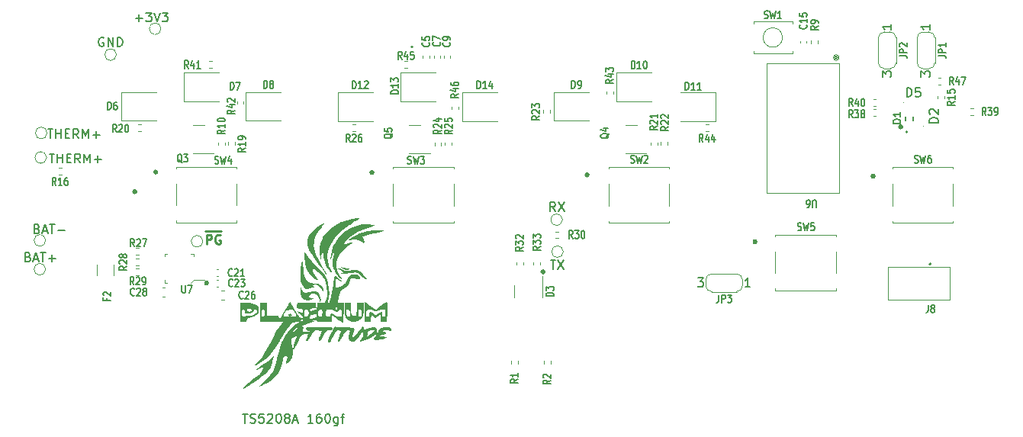
<source format=gbr>
G04 #@! TF.GenerationSoftware,KiCad,Pcbnew,7.0.2*
G04 #@! TF.CreationDate,2023-12-04T22:33:01+03:00*
G04 #@! TF.ProjectId,ALERT_RIDER_HARDWARE,414c4552-545f-4524-9944-45525f484152,rev?*
G04 #@! TF.SameCoordinates,Original*
G04 #@! TF.FileFunction,Legend,Top*
G04 #@! TF.FilePolarity,Positive*
%FSLAX46Y46*%
G04 Gerber Fmt 4.6, Leading zero omitted, Abs format (unit mm)*
G04 Created by KiCad (PCBNEW 7.0.2) date 2023-12-04 22:33:01*
%MOMM*%
%LPD*%
G01*
G04 APERTURE LIST*
%ADD10C,0.250000*%
%ADD11C,0.150000*%
%ADD12C,0.100000*%
%ADD13C,0.127000*%
%ADD14C,0.200000*%
%ADD15C,0.120000*%
G04 APERTURE END LIST*
D10*
X72238095Y-72877619D02*
X72238095Y-71877619D01*
X72238095Y-71877619D02*
X72619047Y-71877619D01*
X72619047Y-71877619D02*
X72714285Y-71925238D01*
X72714285Y-71925238D02*
X72761904Y-71972857D01*
X72761904Y-71972857D02*
X72809523Y-72068095D01*
X72809523Y-72068095D02*
X72809523Y-72210952D01*
X72809523Y-72210952D02*
X72761904Y-72306190D01*
X72761904Y-72306190D02*
X72714285Y-72353809D01*
X72714285Y-72353809D02*
X72619047Y-72401428D01*
X72619047Y-72401428D02*
X72238095Y-72401428D01*
X73761904Y-71925238D02*
X73666666Y-71877619D01*
X73666666Y-71877619D02*
X73523809Y-71877619D01*
X73523809Y-71877619D02*
X73380952Y-71925238D01*
X73380952Y-71925238D02*
X73285714Y-72020476D01*
X73285714Y-72020476D02*
X73238095Y-72115714D01*
X73238095Y-72115714D02*
X73190476Y-72306190D01*
X73190476Y-72306190D02*
X73190476Y-72449047D01*
X73190476Y-72449047D02*
X73238095Y-72639523D01*
X73238095Y-72639523D02*
X73285714Y-72734761D01*
X73285714Y-72734761D02*
X73380952Y-72830000D01*
X73380952Y-72830000D02*
X73523809Y-72877619D01*
X73523809Y-72877619D02*
X73619047Y-72877619D01*
X73619047Y-72877619D02*
X73761904Y-72830000D01*
X73761904Y-72830000D02*
X73809523Y-72782380D01*
X73809523Y-72782380D02*
X73809523Y-72449047D01*
X73809523Y-72449047D02*
X73619047Y-72449047D01*
X72100000Y-71430000D02*
X73900000Y-71430000D01*
D11*
X64362801Y-67090000D02*
G75*
G03*
X64362801Y-67090000I-72801J0D01*
G01*
X95165440Y-51020000D02*
G75*
G03*
X95165440Y-51020000I-85440J0D01*
G01*
X66800000Y-64920000D02*
G75*
G03*
X66800000Y-64920000I-200000J0D01*
G01*
X133330000Y-72650000D02*
G75*
G03*
X133330000Y-72650000I-200000J0D01*
G01*
X109800000Y-76000000D02*
G75*
G03*
X109800000Y-76000000I-200000J0D01*
G01*
X149500000Y-59900000D02*
G75*
G03*
X149500000Y-59900000I-200000J0D01*
G01*
X72322801Y-77230000D02*
G75*
G03*
X72322801Y-77230000I-72801J0D01*
G01*
X90682801Y-64960000D02*
G75*
G03*
X90682801Y-64960000I-72801J0D01*
G01*
X64490000Y-67090000D02*
G75*
G03*
X64490000Y-67090000I-200000J0D01*
G01*
X109672801Y-76000000D02*
G75*
G03*
X109672801Y-76000000I-72801J0D01*
G01*
X114562801Y-65230000D02*
G75*
G03*
X114562801Y-65230000I-72801J0D01*
G01*
X114690000Y-65230000D02*
G75*
G03*
X114690000Y-65230000I-200000J0D01*
G01*
X66672801Y-64920000D02*
G75*
G03*
X66672801Y-64920000I-72801J0D01*
G01*
X72450000Y-77230000D02*
G75*
G03*
X72450000Y-77230000I-200000J0D01*
G01*
X149372801Y-59900000D02*
G75*
G03*
X149372801Y-59900000I-72801J0D01*
G01*
X146420000Y-65370000D02*
G75*
G03*
X146420000Y-65370000I-200000J0D01*
G01*
X146292801Y-65370000D02*
G75*
G03*
X146292801Y-65370000I-72801J0D01*
G01*
X133202801Y-72650000D02*
G75*
G03*
X133202801Y-72650000I-72801J0D01*
G01*
X90810000Y-64960000D02*
G75*
G03*
X90810000Y-64960000I-200000J0D01*
G01*
X53442857Y-71213809D02*
X53585714Y-71261428D01*
X53585714Y-71261428D02*
X53633333Y-71309047D01*
X53633333Y-71309047D02*
X53680952Y-71404285D01*
X53680952Y-71404285D02*
X53680952Y-71547142D01*
X53680952Y-71547142D02*
X53633333Y-71642380D01*
X53633333Y-71642380D02*
X53585714Y-71690000D01*
X53585714Y-71690000D02*
X53490476Y-71737619D01*
X53490476Y-71737619D02*
X53109524Y-71737619D01*
X53109524Y-71737619D02*
X53109524Y-70737619D01*
X53109524Y-70737619D02*
X53442857Y-70737619D01*
X53442857Y-70737619D02*
X53538095Y-70785238D01*
X53538095Y-70785238D02*
X53585714Y-70832857D01*
X53585714Y-70832857D02*
X53633333Y-70928095D01*
X53633333Y-70928095D02*
X53633333Y-71023333D01*
X53633333Y-71023333D02*
X53585714Y-71118571D01*
X53585714Y-71118571D02*
X53538095Y-71166190D01*
X53538095Y-71166190D02*
X53442857Y-71213809D01*
X53442857Y-71213809D02*
X53109524Y-71213809D01*
X54061905Y-71451904D02*
X54538095Y-71451904D01*
X53966667Y-71737619D02*
X54300000Y-70737619D01*
X54300000Y-70737619D02*
X54633333Y-71737619D01*
X54823810Y-70737619D02*
X55395238Y-70737619D01*
X55109524Y-71737619D02*
X55109524Y-70737619D01*
X55728572Y-71356666D02*
X56490477Y-71356666D01*
X110418095Y-74702619D02*
X110989523Y-74702619D01*
X110703809Y-75702619D02*
X110703809Y-74702619D01*
X111227619Y-74702619D02*
X111894285Y-75702619D01*
X111894285Y-74702619D02*
X111227619Y-75702619D01*
X64388095Y-47831666D02*
X65150000Y-47831666D01*
X64769047Y-48212619D02*
X64769047Y-47450714D01*
X65530952Y-47212619D02*
X66149999Y-47212619D01*
X66149999Y-47212619D02*
X65816666Y-47593571D01*
X65816666Y-47593571D02*
X65959523Y-47593571D01*
X65959523Y-47593571D02*
X66054761Y-47641190D01*
X66054761Y-47641190D02*
X66102380Y-47688809D01*
X66102380Y-47688809D02*
X66149999Y-47784047D01*
X66149999Y-47784047D02*
X66149999Y-48022142D01*
X66149999Y-48022142D02*
X66102380Y-48117380D01*
X66102380Y-48117380D02*
X66054761Y-48165000D01*
X66054761Y-48165000D02*
X65959523Y-48212619D01*
X65959523Y-48212619D02*
X65673809Y-48212619D01*
X65673809Y-48212619D02*
X65578571Y-48165000D01*
X65578571Y-48165000D02*
X65530952Y-48117380D01*
X66435714Y-47212619D02*
X66769047Y-48212619D01*
X66769047Y-48212619D02*
X67102380Y-47212619D01*
X67340476Y-47212619D02*
X67959523Y-47212619D01*
X67959523Y-47212619D02*
X67626190Y-47593571D01*
X67626190Y-47593571D02*
X67769047Y-47593571D01*
X67769047Y-47593571D02*
X67864285Y-47641190D01*
X67864285Y-47641190D02*
X67911904Y-47688809D01*
X67911904Y-47688809D02*
X67959523Y-47784047D01*
X67959523Y-47784047D02*
X67959523Y-48022142D01*
X67959523Y-48022142D02*
X67911904Y-48117380D01*
X67911904Y-48117380D02*
X67864285Y-48165000D01*
X67864285Y-48165000D02*
X67769047Y-48212619D01*
X67769047Y-48212619D02*
X67483333Y-48212619D01*
X67483333Y-48212619D02*
X67388095Y-48165000D01*
X67388095Y-48165000D02*
X67340476Y-48117380D01*
X54797619Y-62887619D02*
X55369047Y-62887619D01*
X55083333Y-63887619D02*
X55083333Y-62887619D01*
X55702381Y-63887619D02*
X55702381Y-62887619D01*
X55702381Y-63363809D02*
X56273809Y-63363809D01*
X56273809Y-63887619D02*
X56273809Y-62887619D01*
X56750000Y-63363809D02*
X57083333Y-63363809D01*
X57226190Y-63887619D02*
X56750000Y-63887619D01*
X56750000Y-63887619D02*
X56750000Y-62887619D01*
X56750000Y-62887619D02*
X57226190Y-62887619D01*
X58226190Y-63887619D02*
X57892857Y-63411428D01*
X57654762Y-63887619D02*
X57654762Y-62887619D01*
X57654762Y-62887619D02*
X58035714Y-62887619D01*
X58035714Y-62887619D02*
X58130952Y-62935238D01*
X58130952Y-62935238D02*
X58178571Y-62982857D01*
X58178571Y-62982857D02*
X58226190Y-63078095D01*
X58226190Y-63078095D02*
X58226190Y-63220952D01*
X58226190Y-63220952D02*
X58178571Y-63316190D01*
X58178571Y-63316190D02*
X58130952Y-63363809D01*
X58130952Y-63363809D02*
X58035714Y-63411428D01*
X58035714Y-63411428D02*
X57654762Y-63411428D01*
X58654762Y-63887619D02*
X58654762Y-62887619D01*
X58654762Y-62887619D02*
X58988095Y-63601904D01*
X58988095Y-63601904D02*
X59321428Y-62887619D01*
X59321428Y-62887619D02*
X59321428Y-63887619D01*
X59797619Y-63506666D02*
X60559524Y-63506666D01*
X60178571Y-63887619D02*
X60178571Y-63125714D01*
X76257142Y-91762619D02*
X76828570Y-91762619D01*
X76542856Y-92762619D02*
X76542856Y-91762619D01*
X77114285Y-92715000D02*
X77257142Y-92762619D01*
X77257142Y-92762619D02*
X77495237Y-92762619D01*
X77495237Y-92762619D02*
X77590475Y-92715000D01*
X77590475Y-92715000D02*
X77638094Y-92667380D01*
X77638094Y-92667380D02*
X77685713Y-92572142D01*
X77685713Y-92572142D02*
X77685713Y-92476904D01*
X77685713Y-92476904D02*
X77638094Y-92381666D01*
X77638094Y-92381666D02*
X77590475Y-92334047D01*
X77590475Y-92334047D02*
X77495237Y-92286428D01*
X77495237Y-92286428D02*
X77304761Y-92238809D01*
X77304761Y-92238809D02*
X77209523Y-92191190D01*
X77209523Y-92191190D02*
X77161904Y-92143571D01*
X77161904Y-92143571D02*
X77114285Y-92048333D01*
X77114285Y-92048333D02*
X77114285Y-91953095D01*
X77114285Y-91953095D02*
X77161904Y-91857857D01*
X77161904Y-91857857D02*
X77209523Y-91810238D01*
X77209523Y-91810238D02*
X77304761Y-91762619D01*
X77304761Y-91762619D02*
X77542856Y-91762619D01*
X77542856Y-91762619D02*
X77685713Y-91810238D01*
X78590475Y-91762619D02*
X78114285Y-91762619D01*
X78114285Y-91762619D02*
X78066666Y-92238809D01*
X78066666Y-92238809D02*
X78114285Y-92191190D01*
X78114285Y-92191190D02*
X78209523Y-92143571D01*
X78209523Y-92143571D02*
X78447618Y-92143571D01*
X78447618Y-92143571D02*
X78542856Y-92191190D01*
X78542856Y-92191190D02*
X78590475Y-92238809D01*
X78590475Y-92238809D02*
X78638094Y-92334047D01*
X78638094Y-92334047D02*
X78638094Y-92572142D01*
X78638094Y-92572142D02*
X78590475Y-92667380D01*
X78590475Y-92667380D02*
X78542856Y-92715000D01*
X78542856Y-92715000D02*
X78447618Y-92762619D01*
X78447618Y-92762619D02*
X78209523Y-92762619D01*
X78209523Y-92762619D02*
X78114285Y-92715000D01*
X78114285Y-92715000D02*
X78066666Y-92667380D01*
X79019047Y-91857857D02*
X79066666Y-91810238D01*
X79066666Y-91810238D02*
X79161904Y-91762619D01*
X79161904Y-91762619D02*
X79399999Y-91762619D01*
X79399999Y-91762619D02*
X79495237Y-91810238D01*
X79495237Y-91810238D02*
X79542856Y-91857857D01*
X79542856Y-91857857D02*
X79590475Y-91953095D01*
X79590475Y-91953095D02*
X79590475Y-92048333D01*
X79590475Y-92048333D02*
X79542856Y-92191190D01*
X79542856Y-92191190D02*
X78971428Y-92762619D01*
X78971428Y-92762619D02*
X79590475Y-92762619D01*
X80209523Y-91762619D02*
X80304761Y-91762619D01*
X80304761Y-91762619D02*
X80399999Y-91810238D01*
X80399999Y-91810238D02*
X80447618Y-91857857D01*
X80447618Y-91857857D02*
X80495237Y-91953095D01*
X80495237Y-91953095D02*
X80542856Y-92143571D01*
X80542856Y-92143571D02*
X80542856Y-92381666D01*
X80542856Y-92381666D02*
X80495237Y-92572142D01*
X80495237Y-92572142D02*
X80447618Y-92667380D01*
X80447618Y-92667380D02*
X80399999Y-92715000D01*
X80399999Y-92715000D02*
X80304761Y-92762619D01*
X80304761Y-92762619D02*
X80209523Y-92762619D01*
X80209523Y-92762619D02*
X80114285Y-92715000D01*
X80114285Y-92715000D02*
X80066666Y-92667380D01*
X80066666Y-92667380D02*
X80019047Y-92572142D01*
X80019047Y-92572142D02*
X79971428Y-92381666D01*
X79971428Y-92381666D02*
X79971428Y-92143571D01*
X79971428Y-92143571D02*
X80019047Y-91953095D01*
X80019047Y-91953095D02*
X80066666Y-91857857D01*
X80066666Y-91857857D02*
X80114285Y-91810238D01*
X80114285Y-91810238D02*
X80209523Y-91762619D01*
X81114285Y-92191190D02*
X81019047Y-92143571D01*
X81019047Y-92143571D02*
X80971428Y-92095952D01*
X80971428Y-92095952D02*
X80923809Y-92000714D01*
X80923809Y-92000714D02*
X80923809Y-91953095D01*
X80923809Y-91953095D02*
X80971428Y-91857857D01*
X80971428Y-91857857D02*
X81019047Y-91810238D01*
X81019047Y-91810238D02*
X81114285Y-91762619D01*
X81114285Y-91762619D02*
X81304761Y-91762619D01*
X81304761Y-91762619D02*
X81399999Y-91810238D01*
X81399999Y-91810238D02*
X81447618Y-91857857D01*
X81447618Y-91857857D02*
X81495237Y-91953095D01*
X81495237Y-91953095D02*
X81495237Y-92000714D01*
X81495237Y-92000714D02*
X81447618Y-92095952D01*
X81447618Y-92095952D02*
X81399999Y-92143571D01*
X81399999Y-92143571D02*
X81304761Y-92191190D01*
X81304761Y-92191190D02*
X81114285Y-92191190D01*
X81114285Y-92191190D02*
X81019047Y-92238809D01*
X81019047Y-92238809D02*
X80971428Y-92286428D01*
X80971428Y-92286428D02*
X80923809Y-92381666D01*
X80923809Y-92381666D02*
X80923809Y-92572142D01*
X80923809Y-92572142D02*
X80971428Y-92667380D01*
X80971428Y-92667380D02*
X81019047Y-92715000D01*
X81019047Y-92715000D02*
X81114285Y-92762619D01*
X81114285Y-92762619D02*
X81304761Y-92762619D01*
X81304761Y-92762619D02*
X81399999Y-92715000D01*
X81399999Y-92715000D02*
X81447618Y-92667380D01*
X81447618Y-92667380D02*
X81495237Y-92572142D01*
X81495237Y-92572142D02*
X81495237Y-92381666D01*
X81495237Y-92381666D02*
X81447618Y-92286428D01*
X81447618Y-92286428D02*
X81399999Y-92238809D01*
X81399999Y-92238809D02*
X81304761Y-92191190D01*
X81876190Y-92476904D02*
X82352380Y-92476904D01*
X81780952Y-92762619D02*
X82114285Y-91762619D01*
X82114285Y-91762619D02*
X82447618Y-92762619D01*
X84066666Y-92762619D02*
X83495238Y-92762619D01*
X83780952Y-92762619D02*
X83780952Y-91762619D01*
X83780952Y-91762619D02*
X83685714Y-91905476D01*
X83685714Y-91905476D02*
X83590476Y-92000714D01*
X83590476Y-92000714D02*
X83495238Y-92048333D01*
X84923809Y-91762619D02*
X84733333Y-91762619D01*
X84733333Y-91762619D02*
X84638095Y-91810238D01*
X84638095Y-91810238D02*
X84590476Y-91857857D01*
X84590476Y-91857857D02*
X84495238Y-92000714D01*
X84495238Y-92000714D02*
X84447619Y-92191190D01*
X84447619Y-92191190D02*
X84447619Y-92572142D01*
X84447619Y-92572142D02*
X84495238Y-92667380D01*
X84495238Y-92667380D02*
X84542857Y-92715000D01*
X84542857Y-92715000D02*
X84638095Y-92762619D01*
X84638095Y-92762619D02*
X84828571Y-92762619D01*
X84828571Y-92762619D02*
X84923809Y-92715000D01*
X84923809Y-92715000D02*
X84971428Y-92667380D01*
X84971428Y-92667380D02*
X85019047Y-92572142D01*
X85019047Y-92572142D02*
X85019047Y-92334047D01*
X85019047Y-92334047D02*
X84971428Y-92238809D01*
X84971428Y-92238809D02*
X84923809Y-92191190D01*
X84923809Y-92191190D02*
X84828571Y-92143571D01*
X84828571Y-92143571D02*
X84638095Y-92143571D01*
X84638095Y-92143571D02*
X84542857Y-92191190D01*
X84542857Y-92191190D02*
X84495238Y-92238809D01*
X84495238Y-92238809D02*
X84447619Y-92334047D01*
X85638095Y-91762619D02*
X85733333Y-91762619D01*
X85733333Y-91762619D02*
X85828571Y-91810238D01*
X85828571Y-91810238D02*
X85876190Y-91857857D01*
X85876190Y-91857857D02*
X85923809Y-91953095D01*
X85923809Y-91953095D02*
X85971428Y-92143571D01*
X85971428Y-92143571D02*
X85971428Y-92381666D01*
X85971428Y-92381666D02*
X85923809Y-92572142D01*
X85923809Y-92572142D02*
X85876190Y-92667380D01*
X85876190Y-92667380D02*
X85828571Y-92715000D01*
X85828571Y-92715000D02*
X85733333Y-92762619D01*
X85733333Y-92762619D02*
X85638095Y-92762619D01*
X85638095Y-92762619D02*
X85542857Y-92715000D01*
X85542857Y-92715000D02*
X85495238Y-92667380D01*
X85495238Y-92667380D02*
X85447619Y-92572142D01*
X85447619Y-92572142D02*
X85400000Y-92381666D01*
X85400000Y-92381666D02*
X85400000Y-92143571D01*
X85400000Y-92143571D02*
X85447619Y-91953095D01*
X85447619Y-91953095D02*
X85495238Y-91857857D01*
X85495238Y-91857857D02*
X85542857Y-91810238D01*
X85542857Y-91810238D02*
X85638095Y-91762619D01*
X86828571Y-92095952D02*
X86828571Y-92905476D01*
X86828571Y-92905476D02*
X86780952Y-93000714D01*
X86780952Y-93000714D02*
X86733333Y-93048333D01*
X86733333Y-93048333D02*
X86638095Y-93095952D01*
X86638095Y-93095952D02*
X86495238Y-93095952D01*
X86495238Y-93095952D02*
X86400000Y-93048333D01*
X86828571Y-92715000D02*
X86733333Y-92762619D01*
X86733333Y-92762619D02*
X86542857Y-92762619D01*
X86542857Y-92762619D02*
X86447619Y-92715000D01*
X86447619Y-92715000D02*
X86400000Y-92667380D01*
X86400000Y-92667380D02*
X86352381Y-92572142D01*
X86352381Y-92572142D02*
X86352381Y-92286428D01*
X86352381Y-92286428D02*
X86400000Y-92191190D01*
X86400000Y-92191190D02*
X86447619Y-92143571D01*
X86447619Y-92143571D02*
X86542857Y-92095952D01*
X86542857Y-92095952D02*
X86733333Y-92095952D01*
X86733333Y-92095952D02*
X86828571Y-92143571D01*
X87161905Y-92095952D02*
X87542857Y-92095952D01*
X87304762Y-92762619D02*
X87304762Y-91905476D01*
X87304762Y-91905476D02*
X87352381Y-91810238D01*
X87352381Y-91810238D02*
X87447619Y-91762619D01*
X87447619Y-91762619D02*
X87542857Y-91762619D01*
X52442857Y-74338809D02*
X52585714Y-74386428D01*
X52585714Y-74386428D02*
X52633333Y-74434047D01*
X52633333Y-74434047D02*
X52680952Y-74529285D01*
X52680952Y-74529285D02*
X52680952Y-74672142D01*
X52680952Y-74672142D02*
X52633333Y-74767380D01*
X52633333Y-74767380D02*
X52585714Y-74815000D01*
X52585714Y-74815000D02*
X52490476Y-74862619D01*
X52490476Y-74862619D02*
X52109524Y-74862619D01*
X52109524Y-74862619D02*
X52109524Y-73862619D01*
X52109524Y-73862619D02*
X52442857Y-73862619D01*
X52442857Y-73862619D02*
X52538095Y-73910238D01*
X52538095Y-73910238D02*
X52585714Y-73957857D01*
X52585714Y-73957857D02*
X52633333Y-74053095D01*
X52633333Y-74053095D02*
X52633333Y-74148333D01*
X52633333Y-74148333D02*
X52585714Y-74243571D01*
X52585714Y-74243571D02*
X52538095Y-74291190D01*
X52538095Y-74291190D02*
X52442857Y-74338809D01*
X52442857Y-74338809D02*
X52109524Y-74338809D01*
X53061905Y-74576904D02*
X53538095Y-74576904D01*
X52966667Y-74862619D02*
X53300000Y-73862619D01*
X53300000Y-73862619D02*
X53633333Y-74862619D01*
X53823810Y-73862619D02*
X54395238Y-73862619D01*
X54109524Y-74862619D02*
X54109524Y-73862619D01*
X54728572Y-74481666D02*
X55490477Y-74481666D01*
X55109524Y-74862619D02*
X55109524Y-74100714D01*
X60838095Y-50010238D02*
X60742857Y-49962619D01*
X60742857Y-49962619D02*
X60600000Y-49962619D01*
X60600000Y-49962619D02*
X60457143Y-50010238D01*
X60457143Y-50010238D02*
X60361905Y-50105476D01*
X60361905Y-50105476D02*
X60314286Y-50200714D01*
X60314286Y-50200714D02*
X60266667Y-50391190D01*
X60266667Y-50391190D02*
X60266667Y-50534047D01*
X60266667Y-50534047D02*
X60314286Y-50724523D01*
X60314286Y-50724523D02*
X60361905Y-50819761D01*
X60361905Y-50819761D02*
X60457143Y-50915000D01*
X60457143Y-50915000D02*
X60600000Y-50962619D01*
X60600000Y-50962619D02*
X60695238Y-50962619D01*
X60695238Y-50962619D02*
X60838095Y-50915000D01*
X60838095Y-50915000D02*
X60885714Y-50867380D01*
X60885714Y-50867380D02*
X60885714Y-50534047D01*
X60885714Y-50534047D02*
X60695238Y-50534047D01*
X61314286Y-50962619D02*
X61314286Y-49962619D01*
X61314286Y-49962619D02*
X61885714Y-50962619D01*
X61885714Y-50962619D02*
X61885714Y-49962619D01*
X62361905Y-50962619D02*
X62361905Y-49962619D01*
X62361905Y-49962619D02*
X62600000Y-49962619D01*
X62600000Y-49962619D02*
X62742857Y-50010238D01*
X62742857Y-50010238D02*
X62838095Y-50105476D01*
X62838095Y-50105476D02*
X62885714Y-50200714D01*
X62885714Y-50200714D02*
X62933333Y-50391190D01*
X62933333Y-50391190D02*
X62933333Y-50534047D01*
X62933333Y-50534047D02*
X62885714Y-50724523D01*
X62885714Y-50724523D02*
X62838095Y-50819761D01*
X62838095Y-50819761D02*
X62742857Y-50915000D01*
X62742857Y-50915000D02*
X62600000Y-50962619D01*
X62600000Y-50962619D02*
X62361905Y-50962619D01*
X110963333Y-69272619D02*
X110630000Y-68796428D01*
X110391905Y-69272619D02*
X110391905Y-68272619D01*
X110391905Y-68272619D02*
X110772857Y-68272619D01*
X110772857Y-68272619D02*
X110868095Y-68320238D01*
X110868095Y-68320238D02*
X110915714Y-68367857D01*
X110915714Y-68367857D02*
X110963333Y-68463095D01*
X110963333Y-68463095D02*
X110963333Y-68605952D01*
X110963333Y-68605952D02*
X110915714Y-68701190D01*
X110915714Y-68701190D02*
X110868095Y-68748809D01*
X110868095Y-68748809D02*
X110772857Y-68796428D01*
X110772857Y-68796428D02*
X110391905Y-68796428D01*
X111296667Y-68272619D02*
X111963333Y-69272619D01*
X111963333Y-68272619D02*
X111296667Y-69272619D01*
X54622619Y-60162619D02*
X55194047Y-60162619D01*
X54908333Y-61162619D02*
X54908333Y-60162619D01*
X55527381Y-61162619D02*
X55527381Y-60162619D01*
X55527381Y-60638809D02*
X56098809Y-60638809D01*
X56098809Y-61162619D02*
X56098809Y-60162619D01*
X56575000Y-60638809D02*
X56908333Y-60638809D01*
X57051190Y-61162619D02*
X56575000Y-61162619D01*
X56575000Y-61162619D02*
X56575000Y-60162619D01*
X56575000Y-60162619D02*
X57051190Y-60162619D01*
X58051190Y-61162619D02*
X57717857Y-60686428D01*
X57479762Y-61162619D02*
X57479762Y-60162619D01*
X57479762Y-60162619D02*
X57860714Y-60162619D01*
X57860714Y-60162619D02*
X57955952Y-60210238D01*
X57955952Y-60210238D02*
X58003571Y-60257857D01*
X58003571Y-60257857D02*
X58051190Y-60353095D01*
X58051190Y-60353095D02*
X58051190Y-60495952D01*
X58051190Y-60495952D02*
X58003571Y-60591190D01*
X58003571Y-60591190D02*
X57955952Y-60638809D01*
X57955952Y-60638809D02*
X57860714Y-60686428D01*
X57860714Y-60686428D02*
X57479762Y-60686428D01*
X58479762Y-61162619D02*
X58479762Y-60162619D01*
X58479762Y-60162619D02*
X58813095Y-60876904D01*
X58813095Y-60876904D02*
X59146428Y-60162619D01*
X59146428Y-60162619D02*
X59146428Y-61162619D01*
X59622619Y-60781666D02*
X60384524Y-60781666D01*
X60003571Y-61162619D02*
X60003571Y-60400714D01*
X149961905Y-56562619D02*
X149961905Y-55562619D01*
X149961905Y-55562619D02*
X150200000Y-55562619D01*
X150200000Y-55562619D02*
X150342857Y-55610238D01*
X150342857Y-55610238D02*
X150438095Y-55705476D01*
X150438095Y-55705476D02*
X150485714Y-55800714D01*
X150485714Y-55800714D02*
X150533333Y-55991190D01*
X150533333Y-55991190D02*
X150533333Y-56134047D01*
X150533333Y-56134047D02*
X150485714Y-56324523D01*
X150485714Y-56324523D02*
X150438095Y-56419761D01*
X150438095Y-56419761D02*
X150342857Y-56515000D01*
X150342857Y-56515000D02*
X150200000Y-56562619D01*
X150200000Y-56562619D02*
X149961905Y-56562619D01*
X151438095Y-55562619D02*
X150961905Y-55562619D01*
X150961905Y-55562619D02*
X150914286Y-56038809D01*
X150914286Y-56038809D02*
X150961905Y-55991190D01*
X150961905Y-55991190D02*
X151057143Y-55943571D01*
X151057143Y-55943571D02*
X151295238Y-55943571D01*
X151295238Y-55943571D02*
X151390476Y-55991190D01*
X151390476Y-55991190D02*
X151438095Y-56038809D01*
X151438095Y-56038809D02*
X151485714Y-56134047D01*
X151485714Y-56134047D02*
X151485714Y-56372142D01*
X151485714Y-56372142D02*
X151438095Y-56467380D01*
X151438095Y-56467380D02*
X151390476Y-56515000D01*
X151390476Y-56515000D02*
X151295238Y-56562619D01*
X151295238Y-56562619D02*
X151057143Y-56562619D01*
X151057143Y-56562619D02*
X150961905Y-56515000D01*
X150961905Y-56515000D02*
X150914286Y-56467380D01*
X153462619Y-59438094D02*
X152462619Y-59438094D01*
X152462619Y-59438094D02*
X152462619Y-59199999D01*
X152462619Y-59199999D02*
X152510238Y-59057142D01*
X152510238Y-59057142D02*
X152605476Y-58961904D01*
X152605476Y-58961904D02*
X152700714Y-58914285D01*
X152700714Y-58914285D02*
X152891190Y-58866666D01*
X152891190Y-58866666D02*
X153034047Y-58866666D01*
X153034047Y-58866666D02*
X153224523Y-58914285D01*
X153224523Y-58914285D02*
X153319761Y-58961904D01*
X153319761Y-58961904D02*
X153415000Y-59057142D01*
X153415000Y-59057142D02*
X153462619Y-59199999D01*
X153462619Y-59199999D02*
X153462619Y-59438094D01*
X152557857Y-58485713D02*
X152510238Y-58438094D01*
X152510238Y-58438094D02*
X152462619Y-58342856D01*
X152462619Y-58342856D02*
X152462619Y-58104761D01*
X152462619Y-58104761D02*
X152510238Y-58009523D01*
X152510238Y-58009523D02*
X152557857Y-57961904D01*
X152557857Y-57961904D02*
X152653095Y-57914285D01*
X152653095Y-57914285D02*
X152748333Y-57914285D01*
X152748333Y-57914285D02*
X152891190Y-57961904D01*
X152891190Y-57961904D02*
X153462619Y-58533332D01*
X153462619Y-58533332D02*
X153462619Y-57914285D01*
X149270504Y-59491126D02*
X148469622Y-59491126D01*
X148469622Y-59491126D02*
X148469622Y-59300440D01*
X148469622Y-59300440D02*
X148507759Y-59186028D01*
X148507759Y-59186028D02*
X148584033Y-59109754D01*
X148584033Y-59109754D02*
X148660308Y-59071617D01*
X148660308Y-59071617D02*
X148812857Y-59033479D01*
X148812857Y-59033479D02*
X148927269Y-59033479D01*
X148927269Y-59033479D02*
X149079818Y-59071617D01*
X149079818Y-59071617D02*
X149156092Y-59109754D01*
X149156092Y-59109754D02*
X149232367Y-59186028D01*
X149232367Y-59186028D02*
X149270504Y-59300440D01*
X149270504Y-59300440D02*
X149270504Y-59491126D01*
X149270504Y-58270735D02*
X149270504Y-58728382D01*
X149270504Y-58499558D02*
X148469622Y-58499558D01*
X148469622Y-58499558D02*
X148584033Y-58575833D01*
X148584033Y-58575833D02*
X148660308Y-58652107D01*
X148660308Y-58652107D02*
X148698445Y-58728382D01*
X155149999Y-55193227D02*
X154916666Y-54788465D01*
X154749999Y-55193227D02*
X154749999Y-54343227D01*
X154749999Y-54343227D02*
X155016666Y-54343227D01*
X155016666Y-54343227D02*
X155083333Y-54383703D01*
X155083333Y-54383703D02*
X155116666Y-54424179D01*
X155116666Y-54424179D02*
X155149999Y-54505131D01*
X155149999Y-54505131D02*
X155149999Y-54626560D01*
X155149999Y-54626560D02*
X155116666Y-54707512D01*
X155116666Y-54707512D02*
X155083333Y-54747989D01*
X155083333Y-54747989D02*
X155016666Y-54788465D01*
X155016666Y-54788465D02*
X154749999Y-54788465D01*
X155749999Y-54626560D02*
X155749999Y-55193227D01*
X155583333Y-54302751D02*
X155416666Y-54909893D01*
X155416666Y-54909893D02*
X155849999Y-54909893D01*
X156050000Y-54343227D02*
X156516666Y-54343227D01*
X156516666Y-54343227D02*
X156216666Y-55193227D01*
X100193227Y-56250000D02*
X99788465Y-56483333D01*
X100193227Y-56650000D02*
X99343227Y-56650000D01*
X99343227Y-56650000D02*
X99343227Y-56383333D01*
X99343227Y-56383333D02*
X99383703Y-56316667D01*
X99383703Y-56316667D02*
X99424179Y-56283333D01*
X99424179Y-56283333D02*
X99505131Y-56250000D01*
X99505131Y-56250000D02*
X99626560Y-56250000D01*
X99626560Y-56250000D02*
X99707512Y-56283333D01*
X99707512Y-56283333D02*
X99747989Y-56316667D01*
X99747989Y-56316667D02*
X99788465Y-56383333D01*
X99788465Y-56383333D02*
X99788465Y-56650000D01*
X99626560Y-55650000D02*
X100193227Y-55650000D01*
X99302751Y-55816667D02*
X99909893Y-55983333D01*
X99909893Y-55983333D02*
X99909893Y-55550000D01*
X99343227Y-54983333D02*
X99343227Y-55116666D01*
X99343227Y-55116666D02*
X99383703Y-55183333D01*
X99383703Y-55183333D02*
X99424179Y-55216666D01*
X99424179Y-55216666D02*
X99545608Y-55283333D01*
X99545608Y-55283333D02*
X99707512Y-55316666D01*
X99707512Y-55316666D02*
X100031322Y-55316666D01*
X100031322Y-55316666D02*
X100112274Y-55283333D01*
X100112274Y-55283333D02*
X100152751Y-55250000D01*
X100152751Y-55250000D02*
X100193227Y-55183333D01*
X100193227Y-55183333D02*
X100193227Y-55050000D01*
X100193227Y-55050000D02*
X100152751Y-54983333D01*
X100152751Y-54983333D02*
X100112274Y-54950000D01*
X100112274Y-54950000D02*
X100031322Y-54916666D01*
X100031322Y-54916666D02*
X99828941Y-54916666D01*
X99828941Y-54916666D02*
X99747989Y-54950000D01*
X99747989Y-54950000D02*
X99707512Y-54983333D01*
X99707512Y-54983333D02*
X99667036Y-55050000D01*
X99667036Y-55050000D02*
X99667036Y-55183333D01*
X99667036Y-55183333D02*
X99707512Y-55250000D01*
X99707512Y-55250000D02*
X99747989Y-55283333D01*
X99747989Y-55283333D02*
X99828941Y-55316666D01*
X93949999Y-52393227D02*
X93716666Y-51988465D01*
X93549999Y-52393227D02*
X93549999Y-51543227D01*
X93549999Y-51543227D02*
X93816666Y-51543227D01*
X93816666Y-51543227D02*
X93883333Y-51583703D01*
X93883333Y-51583703D02*
X93916666Y-51624179D01*
X93916666Y-51624179D02*
X93949999Y-51705131D01*
X93949999Y-51705131D02*
X93949999Y-51826560D01*
X93949999Y-51826560D02*
X93916666Y-51907512D01*
X93916666Y-51907512D02*
X93883333Y-51947989D01*
X93883333Y-51947989D02*
X93816666Y-51988465D01*
X93816666Y-51988465D02*
X93549999Y-51988465D01*
X94549999Y-51826560D02*
X94549999Y-52393227D01*
X94383333Y-51502751D02*
X94216666Y-52109893D01*
X94216666Y-52109893D02*
X94649999Y-52109893D01*
X95250000Y-51543227D02*
X94916666Y-51543227D01*
X94916666Y-51543227D02*
X94883333Y-51947989D01*
X94883333Y-51947989D02*
X94916666Y-51907512D01*
X94916666Y-51907512D02*
X94983333Y-51867036D01*
X94983333Y-51867036D02*
X95150000Y-51867036D01*
X95150000Y-51867036D02*
X95216666Y-51907512D01*
X95216666Y-51907512D02*
X95250000Y-51947989D01*
X95250000Y-51947989D02*
X95283333Y-52028941D01*
X95283333Y-52028941D02*
X95283333Y-52231322D01*
X95283333Y-52231322D02*
X95250000Y-52312274D01*
X95250000Y-52312274D02*
X95216666Y-52352751D01*
X95216666Y-52352751D02*
X95150000Y-52393227D01*
X95150000Y-52393227D02*
X94983333Y-52393227D01*
X94983333Y-52393227D02*
X94916666Y-52352751D01*
X94916666Y-52352751D02*
X94883333Y-52312274D01*
X127349999Y-61563227D02*
X127116666Y-61158465D01*
X126949999Y-61563227D02*
X126949999Y-60713227D01*
X126949999Y-60713227D02*
X127216666Y-60713227D01*
X127216666Y-60713227D02*
X127283333Y-60753703D01*
X127283333Y-60753703D02*
X127316666Y-60794179D01*
X127316666Y-60794179D02*
X127349999Y-60875131D01*
X127349999Y-60875131D02*
X127349999Y-60996560D01*
X127349999Y-60996560D02*
X127316666Y-61077512D01*
X127316666Y-61077512D02*
X127283333Y-61117989D01*
X127283333Y-61117989D02*
X127216666Y-61158465D01*
X127216666Y-61158465D02*
X126949999Y-61158465D01*
X127949999Y-60996560D02*
X127949999Y-61563227D01*
X127783333Y-60672751D02*
X127616666Y-61279893D01*
X127616666Y-61279893D02*
X128049999Y-61279893D01*
X128616666Y-60996560D02*
X128616666Y-61563227D01*
X128450000Y-60672751D02*
X128283333Y-61279893D01*
X128283333Y-61279893D02*
X128716666Y-61279893D01*
X117393227Y-54650000D02*
X116988465Y-54883333D01*
X117393227Y-55050000D02*
X116543227Y-55050000D01*
X116543227Y-55050000D02*
X116543227Y-54783333D01*
X116543227Y-54783333D02*
X116583703Y-54716667D01*
X116583703Y-54716667D02*
X116624179Y-54683333D01*
X116624179Y-54683333D02*
X116705131Y-54650000D01*
X116705131Y-54650000D02*
X116826560Y-54650000D01*
X116826560Y-54650000D02*
X116907512Y-54683333D01*
X116907512Y-54683333D02*
X116947989Y-54716667D01*
X116947989Y-54716667D02*
X116988465Y-54783333D01*
X116988465Y-54783333D02*
X116988465Y-55050000D01*
X116826560Y-54050000D02*
X117393227Y-54050000D01*
X116502751Y-54216667D02*
X117109893Y-54383333D01*
X117109893Y-54383333D02*
X117109893Y-53950000D01*
X116543227Y-53750000D02*
X116543227Y-53316666D01*
X116543227Y-53316666D02*
X116867036Y-53550000D01*
X116867036Y-53550000D02*
X116867036Y-53450000D01*
X116867036Y-53450000D02*
X116907512Y-53383333D01*
X116907512Y-53383333D02*
X116947989Y-53350000D01*
X116947989Y-53350000D02*
X117028941Y-53316666D01*
X117028941Y-53316666D02*
X117231322Y-53316666D01*
X117231322Y-53316666D02*
X117312274Y-53350000D01*
X117312274Y-53350000D02*
X117352751Y-53383333D01*
X117352751Y-53383333D02*
X117393227Y-53450000D01*
X117393227Y-53450000D02*
X117393227Y-53650000D01*
X117393227Y-53650000D02*
X117352751Y-53716666D01*
X117352751Y-53716666D02*
X117312274Y-53750000D01*
X75393227Y-58050000D02*
X74988465Y-58283333D01*
X75393227Y-58450000D02*
X74543227Y-58450000D01*
X74543227Y-58450000D02*
X74543227Y-58183333D01*
X74543227Y-58183333D02*
X74583703Y-58116667D01*
X74583703Y-58116667D02*
X74624179Y-58083333D01*
X74624179Y-58083333D02*
X74705131Y-58050000D01*
X74705131Y-58050000D02*
X74826560Y-58050000D01*
X74826560Y-58050000D02*
X74907512Y-58083333D01*
X74907512Y-58083333D02*
X74947989Y-58116667D01*
X74947989Y-58116667D02*
X74988465Y-58183333D01*
X74988465Y-58183333D02*
X74988465Y-58450000D01*
X74826560Y-57450000D02*
X75393227Y-57450000D01*
X74502751Y-57616667D02*
X75109893Y-57783333D01*
X75109893Y-57783333D02*
X75109893Y-57350000D01*
X74624179Y-57116666D02*
X74583703Y-57083333D01*
X74583703Y-57083333D02*
X74543227Y-57016666D01*
X74543227Y-57016666D02*
X74543227Y-56850000D01*
X74543227Y-56850000D02*
X74583703Y-56783333D01*
X74583703Y-56783333D02*
X74624179Y-56750000D01*
X74624179Y-56750000D02*
X74705131Y-56716666D01*
X74705131Y-56716666D02*
X74786084Y-56716666D01*
X74786084Y-56716666D02*
X74907512Y-56750000D01*
X74907512Y-56750000D02*
X75393227Y-57150000D01*
X75393227Y-57150000D02*
X75393227Y-56716666D01*
X70239999Y-53393227D02*
X70006666Y-52988465D01*
X69839999Y-53393227D02*
X69839999Y-52543227D01*
X69839999Y-52543227D02*
X70106666Y-52543227D01*
X70106666Y-52543227D02*
X70173333Y-52583703D01*
X70173333Y-52583703D02*
X70206666Y-52624179D01*
X70206666Y-52624179D02*
X70239999Y-52705131D01*
X70239999Y-52705131D02*
X70239999Y-52826560D01*
X70239999Y-52826560D02*
X70206666Y-52907512D01*
X70206666Y-52907512D02*
X70173333Y-52947989D01*
X70173333Y-52947989D02*
X70106666Y-52988465D01*
X70106666Y-52988465D02*
X69839999Y-52988465D01*
X70839999Y-52826560D02*
X70839999Y-53393227D01*
X70673333Y-52502751D02*
X70506666Y-53109893D01*
X70506666Y-53109893D02*
X70939999Y-53109893D01*
X71573333Y-53393227D02*
X71173333Y-53393227D01*
X71373333Y-53393227D02*
X71373333Y-52543227D01*
X71373333Y-52543227D02*
X71306666Y-52664655D01*
X71306666Y-52664655D02*
X71240000Y-52745608D01*
X71240000Y-52745608D02*
X71173333Y-52786084D01*
X143949999Y-57593227D02*
X143716666Y-57188465D01*
X143549999Y-57593227D02*
X143549999Y-56743227D01*
X143549999Y-56743227D02*
X143816666Y-56743227D01*
X143816666Y-56743227D02*
X143883333Y-56783703D01*
X143883333Y-56783703D02*
X143916666Y-56824179D01*
X143916666Y-56824179D02*
X143949999Y-56905131D01*
X143949999Y-56905131D02*
X143949999Y-57026560D01*
X143949999Y-57026560D02*
X143916666Y-57107512D01*
X143916666Y-57107512D02*
X143883333Y-57147989D01*
X143883333Y-57147989D02*
X143816666Y-57188465D01*
X143816666Y-57188465D02*
X143549999Y-57188465D01*
X144549999Y-57026560D02*
X144549999Y-57593227D01*
X144383333Y-56702751D02*
X144216666Y-57309893D01*
X144216666Y-57309893D02*
X144649999Y-57309893D01*
X145050000Y-56743227D02*
X145116666Y-56743227D01*
X145116666Y-56743227D02*
X145183333Y-56783703D01*
X145183333Y-56783703D02*
X145216666Y-56824179D01*
X145216666Y-56824179D02*
X145250000Y-56905131D01*
X145250000Y-56905131D02*
X145283333Y-57067036D01*
X145283333Y-57067036D02*
X145283333Y-57269417D01*
X145283333Y-57269417D02*
X145250000Y-57431322D01*
X145250000Y-57431322D02*
X145216666Y-57512274D01*
X145216666Y-57512274D02*
X145183333Y-57552751D01*
X145183333Y-57552751D02*
X145116666Y-57593227D01*
X145116666Y-57593227D02*
X145050000Y-57593227D01*
X145050000Y-57593227D02*
X144983333Y-57552751D01*
X144983333Y-57552751D02*
X144950000Y-57512274D01*
X144950000Y-57512274D02*
X144916666Y-57431322D01*
X144916666Y-57431322D02*
X144883333Y-57269417D01*
X144883333Y-57269417D02*
X144883333Y-57067036D01*
X144883333Y-57067036D02*
X144916666Y-56905131D01*
X144916666Y-56905131D02*
X144950000Y-56824179D01*
X144950000Y-56824179D02*
X144983333Y-56783703D01*
X144983333Y-56783703D02*
X145050000Y-56743227D01*
X158749999Y-58593227D02*
X158516666Y-58188465D01*
X158349999Y-58593227D02*
X158349999Y-57743227D01*
X158349999Y-57743227D02*
X158616666Y-57743227D01*
X158616666Y-57743227D02*
X158683333Y-57783703D01*
X158683333Y-57783703D02*
X158716666Y-57824179D01*
X158716666Y-57824179D02*
X158749999Y-57905131D01*
X158749999Y-57905131D02*
X158749999Y-58026560D01*
X158749999Y-58026560D02*
X158716666Y-58107512D01*
X158716666Y-58107512D02*
X158683333Y-58147989D01*
X158683333Y-58147989D02*
X158616666Y-58188465D01*
X158616666Y-58188465D02*
X158349999Y-58188465D01*
X158983333Y-57743227D02*
X159416666Y-57743227D01*
X159416666Y-57743227D02*
X159183333Y-58067036D01*
X159183333Y-58067036D02*
X159283333Y-58067036D01*
X159283333Y-58067036D02*
X159349999Y-58107512D01*
X159349999Y-58107512D02*
X159383333Y-58147989D01*
X159383333Y-58147989D02*
X159416666Y-58228941D01*
X159416666Y-58228941D02*
X159416666Y-58431322D01*
X159416666Y-58431322D02*
X159383333Y-58512274D01*
X159383333Y-58512274D02*
X159349999Y-58552751D01*
X159349999Y-58552751D02*
X159283333Y-58593227D01*
X159283333Y-58593227D02*
X159083333Y-58593227D01*
X159083333Y-58593227D02*
X159016666Y-58552751D01*
X159016666Y-58552751D02*
X158983333Y-58512274D01*
X159750000Y-58593227D02*
X159883333Y-58593227D01*
X159883333Y-58593227D02*
X159950000Y-58552751D01*
X159950000Y-58552751D02*
X159983333Y-58512274D01*
X159983333Y-58512274D02*
X160050000Y-58390846D01*
X160050000Y-58390846D02*
X160083333Y-58228941D01*
X160083333Y-58228941D02*
X160083333Y-57905131D01*
X160083333Y-57905131D02*
X160050000Y-57824179D01*
X160050000Y-57824179D02*
X160016666Y-57783703D01*
X160016666Y-57783703D02*
X159950000Y-57743227D01*
X159950000Y-57743227D02*
X159816666Y-57743227D01*
X159816666Y-57743227D02*
X159750000Y-57783703D01*
X159750000Y-57783703D02*
X159716666Y-57824179D01*
X159716666Y-57824179D02*
X159683333Y-57905131D01*
X159683333Y-57905131D02*
X159683333Y-58107512D01*
X159683333Y-58107512D02*
X159716666Y-58188465D01*
X159716666Y-58188465D02*
X159750000Y-58228941D01*
X159750000Y-58228941D02*
X159816666Y-58269417D01*
X159816666Y-58269417D02*
X159950000Y-58269417D01*
X159950000Y-58269417D02*
X160016666Y-58228941D01*
X160016666Y-58228941D02*
X160050000Y-58188465D01*
X160050000Y-58188465D02*
X160083333Y-58107512D01*
X143949999Y-58893227D02*
X143716666Y-58488465D01*
X143549999Y-58893227D02*
X143549999Y-58043227D01*
X143549999Y-58043227D02*
X143816666Y-58043227D01*
X143816666Y-58043227D02*
X143883333Y-58083703D01*
X143883333Y-58083703D02*
X143916666Y-58124179D01*
X143916666Y-58124179D02*
X143949999Y-58205131D01*
X143949999Y-58205131D02*
X143949999Y-58326560D01*
X143949999Y-58326560D02*
X143916666Y-58407512D01*
X143916666Y-58407512D02*
X143883333Y-58447989D01*
X143883333Y-58447989D02*
X143816666Y-58488465D01*
X143816666Y-58488465D02*
X143549999Y-58488465D01*
X144183333Y-58043227D02*
X144616666Y-58043227D01*
X144616666Y-58043227D02*
X144383333Y-58367036D01*
X144383333Y-58367036D02*
X144483333Y-58367036D01*
X144483333Y-58367036D02*
X144549999Y-58407512D01*
X144549999Y-58407512D02*
X144583333Y-58447989D01*
X144583333Y-58447989D02*
X144616666Y-58528941D01*
X144616666Y-58528941D02*
X144616666Y-58731322D01*
X144616666Y-58731322D02*
X144583333Y-58812274D01*
X144583333Y-58812274D02*
X144549999Y-58852751D01*
X144549999Y-58852751D02*
X144483333Y-58893227D01*
X144483333Y-58893227D02*
X144283333Y-58893227D01*
X144283333Y-58893227D02*
X144216666Y-58852751D01*
X144216666Y-58852751D02*
X144183333Y-58812274D01*
X145016666Y-58407512D02*
X144950000Y-58367036D01*
X144950000Y-58367036D02*
X144916666Y-58326560D01*
X144916666Y-58326560D02*
X144883333Y-58245608D01*
X144883333Y-58245608D02*
X144883333Y-58205131D01*
X144883333Y-58205131D02*
X144916666Y-58124179D01*
X144916666Y-58124179D02*
X144950000Y-58083703D01*
X144950000Y-58083703D02*
X145016666Y-58043227D01*
X145016666Y-58043227D02*
X145150000Y-58043227D01*
X145150000Y-58043227D02*
X145216666Y-58083703D01*
X145216666Y-58083703D02*
X145250000Y-58124179D01*
X145250000Y-58124179D02*
X145283333Y-58205131D01*
X145283333Y-58205131D02*
X145283333Y-58245608D01*
X145283333Y-58245608D02*
X145250000Y-58326560D01*
X145250000Y-58326560D02*
X145216666Y-58367036D01*
X145216666Y-58367036D02*
X145150000Y-58407512D01*
X145150000Y-58407512D02*
X145016666Y-58407512D01*
X145016666Y-58407512D02*
X144950000Y-58447989D01*
X144950000Y-58447989D02*
X144916666Y-58488465D01*
X144916666Y-58488465D02*
X144883333Y-58569417D01*
X144883333Y-58569417D02*
X144883333Y-58731322D01*
X144883333Y-58731322D02*
X144916666Y-58812274D01*
X144916666Y-58812274D02*
X144950000Y-58852751D01*
X144950000Y-58852751D02*
X145016666Y-58893227D01*
X145016666Y-58893227D02*
X145150000Y-58893227D01*
X145150000Y-58893227D02*
X145216666Y-58852751D01*
X145216666Y-58852751D02*
X145250000Y-58812274D01*
X145250000Y-58812274D02*
X145283333Y-58731322D01*
X145283333Y-58731322D02*
X145283333Y-58569417D01*
X145283333Y-58569417D02*
X145250000Y-58488465D01*
X145250000Y-58488465D02*
X145216666Y-58447989D01*
X145216666Y-58447989D02*
X145150000Y-58407512D01*
X112889999Y-72273227D02*
X112656666Y-71868465D01*
X112489999Y-72273227D02*
X112489999Y-71423227D01*
X112489999Y-71423227D02*
X112756666Y-71423227D01*
X112756666Y-71423227D02*
X112823333Y-71463703D01*
X112823333Y-71463703D02*
X112856666Y-71504179D01*
X112856666Y-71504179D02*
X112889999Y-71585131D01*
X112889999Y-71585131D02*
X112889999Y-71706560D01*
X112889999Y-71706560D02*
X112856666Y-71787512D01*
X112856666Y-71787512D02*
X112823333Y-71827989D01*
X112823333Y-71827989D02*
X112756666Y-71868465D01*
X112756666Y-71868465D02*
X112489999Y-71868465D01*
X113123333Y-71423227D02*
X113556666Y-71423227D01*
X113556666Y-71423227D02*
X113323333Y-71747036D01*
X113323333Y-71747036D02*
X113423333Y-71747036D01*
X113423333Y-71747036D02*
X113489999Y-71787512D01*
X113489999Y-71787512D02*
X113523333Y-71827989D01*
X113523333Y-71827989D02*
X113556666Y-71908941D01*
X113556666Y-71908941D02*
X113556666Y-72111322D01*
X113556666Y-72111322D02*
X113523333Y-72192274D01*
X113523333Y-72192274D02*
X113489999Y-72232751D01*
X113489999Y-72232751D02*
X113423333Y-72273227D01*
X113423333Y-72273227D02*
X113223333Y-72273227D01*
X113223333Y-72273227D02*
X113156666Y-72232751D01*
X113156666Y-72232751D02*
X113123333Y-72192274D01*
X113990000Y-71423227D02*
X114056666Y-71423227D01*
X114056666Y-71423227D02*
X114123333Y-71463703D01*
X114123333Y-71463703D02*
X114156666Y-71504179D01*
X114156666Y-71504179D02*
X114190000Y-71585131D01*
X114190000Y-71585131D02*
X114223333Y-71747036D01*
X114223333Y-71747036D02*
X114223333Y-71949417D01*
X114223333Y-71949417D02*
X114190000Y-72111322D01*
X114190000Y-72111322D02*
X114156666Y-72192274D01*
X114156666Y-72192274D02*
X114123333Y-72232751D01*
X114123333Y-72232751D02*
X114056666Y-72273227D01*
X114056666Y-72273227D02*
X113990000Y-72273227D01*
X113990000Y-72273227D02*
X113923333Y-72232751D01*
X113923333Y-72232751D02*
X113890000Y-72192274D01*
X113890000Y-72192274D02*
X113856666Y-72111322D01*
X113856666Y-72111322D02*
X113823333Y-71949417D01*
X113823333Y-71949417D02*
X113823333Y-71747036D01*
X113823333Y-71747036D02*
X113856666Y-71585131D01*
X113856666Y-71585131D02*
X113890000Y-71504179D01*
X113890000Y-71504179D02*
X113923333Y-71463703D01*
X113923333Y-71463703D02*
X113990000Y-71423227D01*
X76299999Y-78912274D02*
X76266666Y-78952751D01*
X76266666Y-78952751D02*
X76166666Y-78993227D01*
X76166666Y-78993227D02*
X76099999Y-78993227D01*
X76099999Y-78993227D02*
X75999999Y-78952751D01*
X75999999Y-78952751D02*
X75933333Y-78871798D01*
X75933333Y-78871798D02*
X75899999Y-78790846D01*
X75899999Y-78790846D02*
X75866666Y-78628941D01*
X75866666Y-78628941D02*
X75866666Y-78507512D01*
X75866666Y-78507512D02*
X75899999Y-78345608D01*
X75899999Y-78345608D02*
X75933333Y-78264655D01*
X75933333Y-78264655D02*
X75999999Y-78183703D01*
X75999999Y-78183703D02*
X76099999Y-78143227D01*
X76099999Y-78143227D02*
X76166666Y-78143227D01*
X76166666Y-78143227D02*
X76266666Y-78183703D01*
X76266666Y-78183703D02*
X76299999Y-78224179D01*
X76566666Y-78224179D02*
X76599999Y-78183703D01*
X76599999Y-78183703D02*
X76666666Y-78143227D01*
X76666666Y-78143227D02*
X76833333Y-78143227D01*
X76833333Y-78143227D02*
X76899999Y-78183703D01*
X76899999Y-78183703D02*
X76933333Y-78224179D01*
X76933333Y-78224179D02*
X76966666Y-78305131D01*
X76966666Y-78305131D02*
X76966666Y-78386084D01*
X76966666Y-78386084D02*
X76933333Y-78507512D01*
X76933333Y-78507512D02*
X76533333Y-78993227D01*
X76533333Y-78993227D02*
X76966666Y-78993227D01*
X77566666Y-78143227D02*
X77433333Y-78143227D01*
X77433333Y-78143227D02*
X77366666Y-78183703D01*
X77366666Y-78183703D02*
X77333333Y-78224179D01*
X77333333Y-78224179D02*
X77266666Y-78345608D01*
X77266666Y-78345608D02*
X77233333Y-78507512D01*
X77233333Y-78507512D02*
X77233333Y-78831322D01*
X77233333Y-78831322D02*
X77266666Y-78912274D01*
X77266666Y-78912274D02*
X77300000Y-78952751D01*
X77300000Y-78952751D02*
X77366666Y-78993227D01*
X77366666Y-78993227D02*
X77500000Y-78993227D01*
X77500000Y-78993227D02*
X77566666Y-78952751D01*
X77566666Y-78952751D02*
X77600000Y-78912274D01*
X77600000Y-78912274D02*
X77633333Y-78831322D01*
X77633333Y-78831322D02*
X77633333Y-78628941D01*
X77633333Y-78628941D02*
X77600000Y-78547989D01*
X77600000Y-78547989D02*
X77566666Y-78507512D01*
X77566666Y-78507512D02*
X77500000Y-78467036D01*
X77500000Y-78467036D02*
X77366666Y-78467036D01*
X77366666Y-78467036D02*
X77300000Y-78507512D01*
X77300000Y-78507512D02*
X77266666Y-78547989D01*
X77266666Y-78547989D02*
X77233333Y-78628941D01*
X138812274Y-48575000D02*
X138852751Y-48608333D01*
X138852751Y-48608333D02*
X138893227Y-48708333D01*
X138893227Y-48708333D02*
X138893227Y-48775000D01*
X138893227Y-48775000D02*
X138852751Y-48875000D01*
X138852751Y-48875000D02*
X138771798Y-48941667D01*
X138771798Y-48941667D02*
X138690846Y-48975000D01*
X138690846Y-48975000D02*
X138528941Y-49008333D01*
X138528941Y-49008333D02*
X138407512Y-49008333D01*
X138407512Y-49008333D02*
X138245608Y-48975000D01*
X138245608Y-48975000D02*
X138164655Y-48941667D01*
X138164655Y-48941667D02*
X138083703Y-48875000D01*
X138083703Y-48875000D02*
X138043227Y-48775000D01*
X138043227Y-48775000D02*
X138043227Y-48708333D01*
X138043227Y-48708333D02*
X138083703Y-48608333D01*
X138083703Y-48608333D02*
X138124179Y-48575000D01*
X138893227Y-47908333D02*
X138893227Y-48308333D01*
X138893227Y-48108333D02*
X138043227Y-48108333D01*
X138043227Y-48108333D02*
X138164655Y-48175000D01*
X138164655Y-48175000D02*
X138245608Y-48241667D01*
X138245608Y-48241667D02*
X138286084Y-48308333D01*
X138043227Y-47275000D02*
X138043227Y-47608333D01*
X138043227Y-47608333D02*
X138447989Y-47641666D01*
X138447989Y-47641666D02*
X138407512Y-47608333D01*
X138407512Y-47608333D02*
X138367036Y-47541666D01*
X138367036Y-47541666D02*
X138367036Y-47375000D01*
X138367036Y-47375000D02*
X138407512Y-47308333D01*
X138407512Y-47308333D02*
X138447989Y-47275000D01*
X138447989Y-47275000D02*
X138528941Y-47241666D01*
X138528941Y-47241666D02*
X138731322Y-47241666D01*
X138731322Y-47241666D02*
X138812274Y-47275000D01*
X138812274Y-47275000D02*
X138852751Y-47308333D01*
X138852751Y-47308333D02*
X138893227Y-47375000D01*
X138893227Y-47375000D02*
X138893227Y-47541666D01*
X138893227Y-47541666D02*
X138852751Y-47608333D01*
X138852751Y-47608333D02*
X138812274Y-47641666D01*
X106833227Y-87896666D02*
X106428465Y-88129999D01*
X106833227Y-88296666D02*
X105983227Y-88296666D01*
X105983227Y-88296666D02*
X105983227Y-88029999D01*
X105983227Y-88029999D02*
X106023703Y-87963333D01*
X106023703Y-87963333D02*
X106064179Y-87929999D01*
X106064179Y-87929999D02*
X106145131Y-87896666D01*
X106145131Y-87896666D02*
X106266560Y-87896666D01*
X106266560Y-87896666D02*
X106347512Y-87929999D01*
X106347512Y-87929999D02*
X106387989Y-87963333D01*
X106387989Y-87963333D02*
X106428465Y-88029999D01*
X106428465Y-88029999D02*
X106428465Y-88296666D01*
X106833227Y-87229999D02*
X106833227Y-87629999D01*
X106833227Y-87429999D02*
X105983227Y-87429999D01*
X105983227Y-87429999D02*
X106104655Y-87496666D01*
X106104655Y-87496666D02*
X106185608Y-87563333D01*
X106185608Y-87563333D02*
X106226084Y-87629999D01*
X155303227Y-57080000D02*
X154898465Y-57313333D01*
X155303227Y-57480000D02*
X154453227Y-57480000D01*
X154453227Y-57480000D02*
X154453227Y-57213333D01*
X154453227Y-57213333D02*
X154493703Y-57146667D01*
X154493703Y-57146667D02*
X154534179Y-57113333D01*
X154534179Y-57113333D02*
X154615131Y-57080000D01*
X154615131Y-57080000D02*
X154736560Y-57080000D01*
X154736560Y-57080000D02*
X154817512Y-57113333D01*
X154817512Y-57113333D02*
X154857989Y-57146667D01*
X154857989Y-57146667D02*
X154898465Y-57213333D01*
X154898465Y-57213333D02*
X154898465Y-57480000D01*
X155303227Y-56413333D02*
X155303227Y-56813333D01*
X155303227Y-56613333D02*
X154453227Y-56613333D01*
X154453227Y-56613333D02*
X154574655Y-56680000D01*
X154574655Y-56680000D02*
X154655608Y-56746667D01*
X154655608Y-56746667D02*
X154696084Y-56813333D01*
X154453227Y-55780000D02*
X154453227Y-56113333D01*
X154453227Y-56113333D02*
X154857989Y-56146666D01*
X154857989Y-56146666D02*
X154817512Y-56113333D01*
X154817512Y-56113333D02*
X154777036Y-56046666D01*
X154777036Y-56046666D02*
X154777036Y-55880000D01*
X154777036Y-55880000D02*
X154817512Y-55813333D01*
X154817512Y-55813333D02*
X154857989Y-55780000D01*
X154857989Y-55780000D02*
X154938941Y-55746666D01*
X154938941Y-55746666D02*
X155141322Y-55746666D01*
X155141322Y-55746666D02*
X155222274Y-55780000D01*
X155222274Y-55780000D02*
X155262751Y-55813333D01*
X155262751Y-55813333D02*
X155303227Y-55880000D01*
X155303227Y-55880000D02*
X155303227Y-56046666D01*
X155303227Y-56046666D02*
X155262751Y-56113333D01*
X155262751Y-56113333D02*
X155222274Y-56146666D01*
X73166666Y-63952751D02*
X73266666Y-63993227D01*
X73266666Y-63993227D02*
X73433333Y-63993227D01*
X73433333Y-63993227D02*
X73499999Y-63952751D01*
X73499999Y-63952751D02*
X73533333Y-63912274D01*
X73533333Y-63912274D02*
X73566666Y-63831322D01*
X73566666Y-63831322D02*
X73566666Y-63750370D01*
X73566666Y-63750370D02*
X73533333Y-63669417D01*
X73533333Y-63669417D02*
X73499999Y-63628941D01*
X73499999Y-63628941D02*
X73433333Y-63588465D01*
X73433333Y-63588465D02*
X73299999Y-63547989D01*
X73299999Y-63547989D02*
X73233333Y-63507512D01*
X73233333Y-63507512D02*
X73199999Y-63467036D01*
X73199999Y-63467036D02*
X73166666Y-63386084D01*
X73166666Y-63386084D02*
X73166666Y-63305131D01*
X73166666Y-63305131D02*
X73199999Y-63224179D01*
X73199999Y-63224179D02*
X73233333Y-63183703D01*
X73233333Y-63183703D02*
X73299999Y-63143227D01*
X73299999Y-63143227D02*
X73466666Y-63143227D01*
X73466666Y-63143227D02*
X73566666Y-63183703D01*
X73800000Y-63143227D02*
X73966666Y-63993227D01*
X73966666Y-63993227D02*
X74100000Y-63386084D01*
X74100000Y-63386084D02*
X74233333Y-63993227D01*
X74233333Y-63993227D02*
X74400000Y-63143227D01*
X74966666Y-63426560D02*
X74966666Y-63993227D01*
X74800000Y-63102751D02*
X74633333Y-63709893D01*
X74633333Y-63709893D02*
X75066666Y-63709893D01*
X88169999Y-61563227D02*
X87936666Y-61158465D01*
X87769999Y-61563227D02*
X87769999Y-60713227D01*
X87769999Y-60713227D02*
X88036666Y-60713227D01*
X88036666Y-60713227D02*
X88103333Y-60753703D01*
X88103333Y-60753703D02*
X88136666Y-60794179D01*
X88136666Y-60794179D02*
X88169999Y-60875131D01*
X88169999Y-60875131D02*
X88169999Y-60996560D01*
X88169999Y-60996560D02*
X88136666Y-61077512D01*
X88136666Y-61077512D02*
X88103333Y-61117989D01*
X88103333Y-61117989D02*
X88036666Y-61158465D01*
X88036666Y-61158465D02*
X87769999Y-61158465D01*
X88436666Y-60794179D02*
X88469999Y-60753703D01*
X88469999Y-60753703D02*
X88536666Y-60713227D01*
X88536666Y-60713227D02*
X88703333Y-60713227D01*
X88703333Y-60713227D02*
X88769999Y-60753703D01*
X88769999Y-60753703D02*
X88803333Y-60794179D01*
X88803333Y-60794179D02*
X88836666Y-60875131D01*
X88836666Y-60875131D02*
X88836666Y-60956084D01*
X88836666Y-60956084D02*
X88803333Y-61077512D01*
X88803333Y-61077512D02*
X88403333Y-61563227D01*
X88403333Y-61563227D02*
X88836666Y-61563227D01*
X89436666Y-60713227D02*
X89303333Y-60713227D01*
X89303333Y-60713227D02*
X89236666Y-60753703D01*
X89236666Y-60753703D02*
X89203333Y-60794179D01*
X89203333Y-60794179D02*
X89136666Y-60915608D01*
X89136666Y-60915608D02*
X89103333Y-61077512D01*
X89103333Y-61077512D02*
X89103333Y-61401322D01*
X89103333Y-61401322D02*
X89136666Y-61482274D01*
X89136666Y-61482274D02*
X89170000Y-61522751D01*
X89170000Y-61522751D02*
X89236666Y-61563227D01*
X89236666Y-61563227D02*
X89370000Y-61563227D01*
X89370000Y-61563227D02*
X89436666Y-61522751D01*
X89436666Y-61522751D02*
X89470000Y-61482274D01*
X89470000Y-61482274D02*
X89503333Y-61401322D01*
X89503333Y-61401322D02*
X89503333Y-61198941D01*
X89503333Y-61198941D02*
X89470000Y-61117989D01*
X89470000Y-61117989D02*
X89436666Y-61077512D01*
X89436666Y-61077512D02*
X89370000Y-61037036D01*
X89370000Y-61037036D02*
X89236666Y-61037036D01*
X89236666Y-61037036D02*
X89170000Y-61077512D01*
X89170000Y-61077512D02*
X89136666Y-61117989D01*
X89136666Y-61117989D02*
X89103333Y-61198941D01*
X109223227Y-58670000D02*
X108818465Y-58903333D01*
X109223227Y-59070000D02*
X108373227Y-59070000D01*
X108373227Y-59070000D02*
X108373227Y-58803333D01*
X108373227Y-58803333D02*
X108413703Y-58736667D01*
X108413703Y-58736667D02*
X108454179Y-58703333D01*
X108454179Y-58703333D02*
X108535131Y-58670000D01*
X108535131Y-58670000D02*
X108656560Y-58670000D01*
X108656560Y-58670000D02*
X108737512Y-58703333D01*
X108737512Y-58703333D02*
X108777989Y-58736667D01*
X108777989Y-58736667D02*
X108818465Y-58803333D01*
X108818465Y-58803333D02*
X108818465Y-59070000D01*
X108454179Y-58403333D02*
X108413703Y-58370000D01*
X108413703Y-58370000D02*
X108373227Y-58303333D01*
X108373227Y-58303333D02*
X108373227Y-58136667D01*
X108373227Y-58136667D02*
X108413703Y-58070000D01*
X108413703Y-58070000D02*
X108454179Y-58036667D01*
X108454179Y-58036667D02*
X108535131Y-58003333D01*
X108535131Y-58003333D02*
X108616084Y-58003333D01*
X108616084Y-58003333D02*
X108737512Y-58036667D01*
X108737512Y-58036667D02*
X109223227Y-58436667D01*
X109223227Y-58436667D02*
X109223227Y-58003333D01*
X108373227Y-57770000D02*
X108373227Y-57336666D01*
X108373227Y-57336666D02*
X108697036Y-57570000D01*
X108697036Y-57570000D02*
X108697036Y-57470000D01*
X108697036Y-57470000D02*
X108737512Y-57403333D01*
X108737512Y-57403333D02*
X108777989Y-57370000D01*
X108777989Y-57370000D02*
X108858941Y-57336666D01*
X108858941Y-57336666D02*
X109061322Y-57336666D01*
X109061322Y-57336666D02*
X109142274Y-57370000D01*
X109142274Y-57370000D02*
X109182751Y-57403333D01*
X109182751Y-57403333D02*
X109223227Y-57470000D01*
X109223227Y-57470000D02*
X109223227Y-57670000D01*
X109223227Y-57670000D02*
X109182751Y-57736666D01*
X109182751Y-57736666D02*
X109142274Y-57770000D01*
X116924179Y-60636666D02*
X116883703Y-60703333D01*
X116883703Y-60703333D02*
X116802751Y-60770000D01*
X116802751Y-60770000D02*
X116681322Y-60870000D01*
X116681322Y-60870000D02*
X116640846Y-60936666D01*
X116640846Y-60936666D02*
X116640846Y-61003333D01*
X116843227Y-60970000D02*
X116802751Y-61036666D01*
X116802751Y-61036666D02*
X116721798Y-61103333D01*
X116721798Y-61103333D02*
X116559893Y-61136666D01*
X116559893Y-61136666D02*
X116276560Y-61136666D01*
X116276560Y-61136666D02*
X116114655Y-61103333D01*
X116114655Y-61103333D02*
X116033703Y-61036666D01*
X116033703Y-61036666D02*
X115993227Y-60970000D01*
X115993227Y-60970000D02*
X115993227Y-60836666D01*
X115993227Y-60836666D02*
X116033703Y-60770000D01*
X116033703Y-60770000D02*
X116114655Y-60703333D01*
X116114655Y-60703333D02*
X116276560Y-60670000D01*
X116276560Y-60670000D02*
X116559893Y-60670000D01*
X116559893Y-60670000D02*
X116721798Y-60703333D01*
X116721798Y-60703333D02*
X116802751Y-60770000D01*
X116802751Y-60770000D02*
X116843227Y-60836666D01*
X116843227Y-60836666D02*
X116843227Y-60970000D01*
X116276560Y-60070000D02*
X116843227Y-60070000D01*
X115952751Y-60236667D02*
X116559893Y-60403333D01*
X116559893Y-60403333D02*
X116559893Y-59970000D01*
X64249999Y-78562274D02*
X64216666Y-78602751D01*
X64216666Y-78602751D02*
X64116666Y-78643227D01*
X64116666Y-78643227D02*
X64049999Y-78643227D01*
X64049999Y-78643227D02*
X63949999Y-78602751D01*
X63949999Y-78602751D02*
X63883333Y-78521798D01*
X63883333Y-78521798D02*
X63849999Y-78440846D01*
X63849999Y-78440846D02*
X63816666Y-78278941D01*
X63816666Y-78278941D02*
X63816666Y-78157512D01*
X63816666Y-78157512D02*
X63849999Y-77995608D01*
X63849999Y-77995608D02*
X63883333Y-77914655D01*
X63883333Y-77914655D02*
X63949999Y-77833703D01*
X63949999Y-77833703D02*
X64049999Y-77793227D01*
X64049999Y-77793227D02*
X64116666Y-77793227D01*
X64116666Y-77793227D02*
X64216666Y-77833703D01*
X64216666Y-77833703D02*
X64249999Y-77874179D01*
X64516666Y-77874179D02*
X64549999Y-77833703D01*
X64549999Y-77833703D02*
X64616666Y-77793227D01*
X64616666Y-77793227D02*
X64783333Y-77793227D01*
X64783333Y-77793227D02*
X64849999Y-77833703D01*
X64849999Y-77833703D02*
X64883333Y-77874179D01*
X64883333Y-77874179D02*
X64916666Y-77955131D01*
X64916666Y-77955131D02*
X64916666Y-78036084D01*
X64916666Y-78036084D02*
X64883333Y-78157512D01*
X64883333Y-78157512D02*
X64483333Y-78643227D01*
X64483333Y-78643227D02*
X64916666Y-78643227D01*
X65316666Y-78157512D02*
X65250000Y-78117036D01*
X65250000Y-78117036D02*
X65216666Y-78076560D01*
X65216666Y-78076560D02*
X65183333Y-77995608D01*
X65183333Y-77995608D02*
X65183333Y-77955131D01*
X65183333Y-77955131D02*
X65216666Y-77874179D01*
X65216666Y-77874179D02*
X65250000Y-77833703D01*
X65250000Y-77833703D02*
X65316666Y-77793227D01*
X65316666Y-77793227D02*
X65450000Y-77793227D01*
X65450000Y-77793227D02*
X65516666Y-77833703D01*
X65516666Y-77833703D02*
X65550000Y-77874179D01*
X65550000Y-77874179D02*
X65583333Y-77955131D01*
X65583333Y-77955131D02*
X65583333Y-77995608D01*
X65583333Y-77995608D02*
X65550000Y-78076560D01*
X65550000Y-78076560D02*
X65516666Y-78117036D01*
X65516666Y-78117036D02*
X65450000Y-78157512D01*
X65450000Y-78157512D02*
X65316666Y-78157512D01*
X65316666Y-78157512D02*
X65250000Y-78197989D01*
X65250000Y-78197989D02*
X65216666Y-78238465D01*
X65216666Y-78238465D02*
X65183333Y-78319417D01*
X65183333Y-78319417D02*
X65183333Y-78481322D01*
X65183333Y-78481322D02*
X65216666Y-78562274D01*
X65216666Y-78562274D02*
X65250000Y-78602751D01*
X65250000Y-78602751D02*
X65316666Y-78643227D01*
X65316666Y-78643227D02*
X65450000Y-78643227D01*
X65450000Y-78643227D02*
X65516666Y-78602751D01*
X65516666Y-78602751D02*
X65550000Y-78562274D01*
X65550000Y-78562274D02*
X65583333Y-78481322D01*
X65583333Y-78481322D02*
X65583333Y-78319417D01*
X65583333Y-78319417D02*
X65550000Y-78238465D01*
X65550000Y-78238465D02*
X65516666Y-78197989D01*
X65516666Y-78197989D02*
X65450000Y-78157512D01*
X96941274Y-50546666D02*
X96981751Y-50579999D01*
X96981751Y-50579999D02*
X97022227Y-50679999D01*
X97022227Y-50679999D02*
X97022227Y-50746666D01*
X97022227Y-50746666D02*
X96981751Y-50846666D01*
X96981751Y-50846666D02*
X96900798Y-50913333D01*
X96900798Y-50913333D02*
X96819846Y-50946666D01*
X96819846Y-50946666D02*
X96657941Y-50979999D01*
X96657941Y-50979999D02*
X96536512Y-50979999D01*
X96536512Y-50979999D02*
X96374608Y-50946666D01*
X96374608Y-50946666D02*
X96293655Y-50913333D01*
X96293655Y-50913333D02*
X96212703Y-50846666D01*
X96212703Y-50846666D02*
X96172227Y-50746666D01*
X96172227Y-50746666D02*
X96172227Y-50679999D01*
X96172227Y-50679999D02*
X96212703Y-50579999D01*
X96212703Y-50579999D02*
X96253179Y-50546666D01*
X96172227Y-49913333D02*
X96172227Y-50246666D01*
X96172227Y-50246666D02*
X96576989Y-50279999D01*
X96576989Y-50279999D02*
X96536512Y-50246666D01*
X96536512Y-50246666D02*
X96496036Y-50179999D01*
X96496036Y-50179999D02*
X96496036Y-50013333D01*
X96496036Y-50013333D02*
X96536512Y-49946666D01*
X96536512Y-49946666D02*
X96576989Y-49913333D01*
X96576989Y-49913333D02*
X96657941Y-49879999D01*
X96657941Y-49879999D02*
X96860322Y-49879999D01*
X96860322Y-49879999D02*
X96941274Y-49913333D01*
X96941274Y-49913333D02*
X96981751Y-49946666D01*
X96981751Y-49946666D02*
X97022227Y-50013333D01*
X97022227Y-50013333D02*
X97022227Y-50179999D01*
X97022227Y-50179999D02*
X96981751Y-50246666D01*
X96981751Y-50246666D02*
X96941274Y-50279999D01*
X55549999Y-66363227D02*
X55316666Y-65958465D01*
X55149999Y-66363227D02*
X55149999Y-65513227D01*
X55149999Y-65513227D02*
X55416666Y-65513227D01*
X55416666Y-65513227D02*
X55483333Y-65553703D01*
X55483333Y-65553703D02*
X55516666Y-65594179D01*
X55516666Y-65594179D02*
X55549999Y-65675131D01*
X55549999Y-65675131D02*
X55549999Y-65796560D01*
X55549999Y-65796560D02*
X55516666Y-65877512D01*
X55516666Y-65877512D02*
X55483333Y-65917989D01*
X55483333Y-65917989D02*
X55416666Y-65958465D01*
X55416666Y-65958465D02*
X55149999Y-65958465D01*
X56216666Y-66363227D02*
X55816666Y-66363227D01*
X56016666Y-66363227D02*
X56016666Y-65513227D01*
X56016666Y-65513227D02*
X55949999Y-65634655D01*
X55949999Y-65634655D02*
X55883333Y-65715608D01*
X55883333Y-65715608D02*
X55816666Y-65756084D01*
X56816666Y-65513227D02*
X56683333Y-65513227D01*
X56683333Y-65513227D02*
X56616666Y-65553703D01*
X56616666Y-65553703D02*
X56583333Y-65594179D01*
X56583333Y-65594179D02*
X56516666Y-65715608D01*
X56516666Y-65715608D02*
X56483333Y-65877512D01*
X56483333Y-65877512D02*
X56483333Y-66201322D01*
X56483333Y-66201322D02*
X56516666Y-66282274D01*
X56516666Y-66282274D02*
X56550000Y-66322751D01*
X56550000Y-66322751D02*
X56616666Y-66363227D01*
X56616666Y-66363227D02*
X56750000Y-66363227D01*
X56750000Y-66363227D02*
X56816666Y-66322751D01*
X56816666Y-66322751D02*
X56850000Y-66282274D01*
X56850000Y-66282274D02*
X56883333Y-66201322D01*
X56883333Y-66201322D02*
X56883333Y-65998941D01*
X56883333Y-65998941D02*
X56850000Y-65917989D01*
X56850000Y-65917989D02*
X56816666Y-65877512D01*
X56816666Y-65877512D02*
X56750000Y-65837036D01*
X56750000Y-65837036D02*
X56616666Y-65837036D01*
X56616666Y-65837036D02*
X56550000Y-65877512D01*
X56550000Y-65877512D02*
X56516666Y-65917989D01*
X56516666Y-65917989D02*
X56483333Y-65998941D01*
X153443227Y-51983333D02*
X154050370Y-51983333D01*
X154050370Y-51983333D02*
X154171798Y-52016666D01*
X154171798Y-52016666D02*
X154252751Y-52083333D01*
X154252751Y-52083333D02*
X154293227Y-52183333D01*
X154293227Y-52183333D02*
X154293227Y-52250000D01*
X154293227Y-51650000D02*
X153443227Y-51650000D01*
X153443227Y-51650000D02*
X153443227Y-51383333D01*
X153443227Y-51383333D02*
X153483703Y-51316667D01*
X153483703Y-51316667D02*
X153524179Y-51283333D01*
X153524179Y-51283333D02*
X153605131Y-51250000D01*
X153605131Y-51250000D02*
X153726560Y-51250000D01*
X153726560Y-51250000D02*
X153807512Y-51283333D01*
X153807512Y-51283333D02*
X153847989Y-51316667D01*
X153847989Y-51316667D02*
X153888465Y-51383333D01*
X153888465Y-51383333D02*
X153888465Y-51650000D01*
X154293227Y-50583333D02*
X154293227Y-50983333D01*
X154293227Y-50783333D02*
X153443227Y-50783333D01*
X153443227Y-50783333D02*
X153564655Y-50850000D01*
X153564655Y-50850000D02*
X153645608Y-50916667D01*
X153645608Y-50916667D02*
X153686084Y-50983333D01*
X151562619Y-54333332D02*
X151562619Y-53714285D01*
X151562619Y-53714285D02*
X151943571Y-54047618D01*
X151943571Y-54047618D02*
X151943571Y-53904761D01*
X151943571Y-53904761D02*
X151991190Y-53809523D01*
X151991190Y-53809523D02*
X152038809Y-53761904D01*
X152038809Y-53761904D02*
X152134047Y-53714285D01*
X152134047Y-53714285D02*
X152372142Y-53714285D01*
X152372142Y-53714285D02*
X152467380Y-53761904D01*
X152467380Y-53761904D02*
X152515000Y-53809523D01*
X152515000Y-53809523D02*
X152562619Y-53904761D01*
X152562619Y-53904761D02*
X152562619Y-54190475D01*
X152562619Y-54190475D02*
X152515000Y-54285713D01*
X152515000Y-54285713D02*
X152467380Y-54333332D01*
X152562619Y-48514285D02*
X152562619Y-49085713D01*
X152562619Y-48799999D02*
X151562619Y-48799999D01*
X151562619Y-48799999D02*
X151705476Y-48895237D01*
X151705476Y-48895237D02*
X151800714Y-48990475D01*
X151800714Y-48990475D02*
X151848333Y-49085713D01*
X150836666Y-63852751D02*
X150936666Y-63893227D01*
X150936666Y-63893227D02*
X151103333Y-63893227D01*
X151103333Y-63893227D02*
X151169999Y-63852751D01*
X151169999Y-63852751D02*
X151203333Y-63812274D01*
X151203333Y-63812274D02*
X151236666Y-63731322D01*
X151236666Y-63731322D02*
X151236666Y-63650370D01*
X151236666Y-63650370D02*
X151203333Y-63569417D01*
X151203333Y-63569417D02*
X151169999Y-63528941D01*
X151169999Y-63528941D02*
X151103333Y-63488465D01*
X151103333Y-63488465D02*
X150969999Y-63447989D01*
X150969999Y-63447989D02*
X150903333Y-63407512D01*
X150903333Y-63407512D02*
X150869999Y-63367036D01*
X150869999Y-63367036D02*
X150836666Y-63286084D01*
X150836666Y-63286084D02*
X150836666Y-63205131D01*
X150836666Y-63205131D02*
X150869999Y-63124179D01*
X150869999Y-63124179D02*
X150903333Y-63083703D01*
X150903333Y-63083703D02*
X150969999Y-63043227D01*
X150969999Y-63043227D02*
X151136666Y-63043227D01*
X151136666Y-63043227D02*
X151236666Y-63083703D01*
X151470000Y-63043227D02*
X151636666Y-63893227D01*
X151636666Y-63893227D02*
X151770000Y-63286084D01*
X151770000Y-63286084D02*
X151903333Y-63893227D01*
X151903333Y-63893227D02*
X152070000Y-63043227D01*
X152636666Y-63043227D02*
X152503333Y-63043227D01*
X152503333Y-63043227D02*
X152436666Y-63083703D01*
X152436666Y-63083703D02*
X152403333Y-63124179D01*
X152403333Y-63124179D02*
X152336666Y-63245608D01*
X152336666Y-63245608D02*
X152303333Y-63407512D01*
X152303333Y-63407512D02*
X152303333Y-63731322D01*
X152303333Y-63731322D02*
X152336666Y-63812274D01*
X152336666Y-63812274D02*
X152370000Y-63852751D01*
X152370000Y-63852751D02*
X152436666Y-63893227D01*
X152436666Y-63893227D02*
X152570000Y-63893227D01*
X152570000Y-63893227D02*
X152636666Y-63852751D01*
X152636666Y-63852751D02*
X152670000Y-63812274D01*
X152670000Y-63812274D02*
X152703333Y-63731322D01*
X152703333Y-63731322D02*
X152703333Y-63528941D01*
X152703333Y-63528941D02*
X152670000Y-63447989D01*
X152670000Y-63447989D02*
X152636666Y-63407512D01*
X152636666Y-63407512D02*
X152570000Y-63367036D01*
X152570000Y-63367036D02*
X152436666Y-63367036D01*
X152436666Y-63367036D02*
X152370000Y-63407512D01*
X152370000Y-63407512D02*
X152336666Y-63447989D01*
X152336666Y-63447989D02*
X152303333Y-63528941D01*
X62249999Y-60493227D02*
X62016666Y-60088465D01*
X61849999Y-60493227D02*
X61849999Y-59643227D01*
X61849999Y-59643227D02*
X62116666Y-59643227D01*
X62116666Y-59643227D02*
X62183333Y-59683703D01*
X62183333Y-59683703D02*
X62216666Y-59724179D01*
X62216666Y-59724179D02*
X62249999Y-59805131D01*
X62249999Y-59805131D02*
X62249999Y-59926560D01*
X62249999Y-59926560D02*
X62216666Y-60007512D01*
X62216666Y-60007512D02*
X62183333Y-60047989D01*
X62183333Y-60047989D02*
X62116666Y-60088465D01*
X62116666Y-60088465D02*
X61849999Y-60088465D01*
X62516666Y-59724179D02*
X62549999Y-59683703D01*
X62549999Y-59683703D02*
X62616666Y-59643227D01*
X62616666Y-59643227D02*
X62783333Y-59643227D01*
X62783333Y-59643227D02*
X62849999Y-59683703D01*
X62849999Y-59683703D02*
X62883333Y-59724179D01*
X62883333Y-59724179D02*
X62916666Y-59805131D01*
X62916666Y-59805131D02*
X62916666Y-59886084D01*
X62916666Y-59886084D02*
X62883333Y-60007512D01*
X62883333Y-60007512D02*
X62483333Y-60493227D01*
X62483333Y-60493227D02*
X62916666Y-60493227D01*
X63350000Y-59643227D02*
X63416666Y-59643227D01*
X63416666Y-59643227D02*
X63483333Y-59683703D01*
X63483333Y-59683703D02*
X63516666Y-59724179D01*
X63516666Y-59724179D02*
X63550000Y-59805131D01*
X63550000Y-59805131D02*
X63583333Y-59967036D01*
X63583333Y-59967036D02*
X63583333Y-60169417D01*
X63583333Y-60169417D02*
X63550000Y-60331322D01*
X63550000Y-60331322D02*
X63516666Y-60412274D01*
X63516666Y-60412274D02*
X63483333Y-60452751D01*
X63483333Y-60452751D02*
X63416666Y-60493227D01*
X63416666Y-60493227D02*
X63350000Y-60493227D01*
X63350000Y-60493227D02*
X63283333Y-60452751D01*
X63283333Y-60452751D02*
X63250000Y-60412274D01*
X63250000Y-60412274D02*
X63216666Y-60331322D01*
X63216666Y-60331322D02*
X63183333Y-60169417D01*
X63183333Y-60169417D02*
X63183333Y-59967036D01*
X63183333Y-59967036D02*
X63216666Y-59805131D01*
X63216666Y-59805131D02*
X63250000Y-59724179D01*
X63250000Y-59724179D02*
X63283333Y-59683703D01*
X63283333Y-59683703D02*
X63350000Y-59643227D01*
X99523227Y-60250000D02*
X99118465Y-60483333D01*
X99523227Y-60650000D02*
X98673227Y-60650000D01*
X98673227Y-60650000D02*
X98673227Y-60383333D01*
X98673227Y-60383333D02*
X98713703Y-60316667D01*
X98713703Y-60316667D02*
X98754179Y-60283333D01*
X98754179Y-60283333D02*
X98835131Y-60250000D01*
X98835131Y-60250000D02*
X98956560Y-60250000D01*
X98956560Y-60250000D02*
X99037512Y-60283333D01*
X99037512Y-60283333D02*
X99077989Y-60316667D01*
X99077989Y-60316667D02*
X99118465Y-60383333D01*
X99118465Y-60383333D02*
X99118465Y-60650000D01*
X98754179Y-59983333D02*
X98713703Y-59950000D01*
X98713703Y-59950000D02*
X98673227Y-59883333D01*
X98673227Y-59883333D02*
X98673227Y-59716667D01*
X98673227Y-59716667D02*
X98713703Y-59650000D01*
X98713703Y-59650000D02*
X98754179Y-59616667D01*
X98754179Y-59616667D02*
X98835131Y-59583333D01*
X98835131Y-59583333D02*
X98916084Y-59583333D01*
X98916084Y-59583333D02*
X99037512Y-59616667D01*
X99037512Y-59616667D02*
X99523227Y-60016667D01*
X99523227Y-60016667D02*
X99523227Y-59583333D01*
X98673227Y-58950000D02*
X98673227Y-59283333D01*
X98673227Y-59283333D02*
X99077989Y-59316666D01*
X99077989Y-59316666D02*
X99037512Y-59283333D01*
X99037512Y-59283333D02*
X98997036Y-59216666D01*
X98997036Y-59216666D02*
X98997036Y-59050000D01*
X98997036Y-59050000D02*
X99037512Y-58983333D01*
X99037512Y-58983333D02*
X99077989Y-58950000D01*
X99077989Y-58950000D02*
X99158941Y-58916666D01*
X99158941Y-58916666D02*
X99361322Y-58916666D01*
X99361322Y-58916666D02*
X99442274Y-58950000D01*
X99442274Y-58950000D02*
X99482751Y-58983333D01*
X99482751Y-58983333D02*
X99523227Y-59050000D01*
X99523227Y-59050000D02*
X99523227Y-59216666D01*
X99523227Y-59216666D02*
X99482751Y-59283333D01*
X99482751Y-59283333D02*
X99442274Y-59316666D01*
X99241274Y-50546666D02*
X99281751Y-50579999D01*
X99281751Y-50579999D02*
X99322227Y-50679999D01*
X99322227Y-50679999D02*
X99322227Y-50746666D01*
X99322227Y-50746666D02*
X99281751Y-50846666D01*
X99281751Y-50846666D02*
X99200798Y-50913333D01*
X99200798Y-50913333D02*
X99119846Y-50946666D01*
X99119846Y-50946666D02*
X98957941Y-50979999D01*
X98957941Y-50979999D02*
X98836512Y-50979999D01*
X98836512Y-50979999D02*
X98674608Y-50946666D01*
X98674608Y-50946666D02*
X98593655Y-50913333D01*
X98593655Y-50913333D02*
X98512703Y-50846666D01*
X98512703Y-50846666D02*
X98472227Y-50746666D01*
X98472227Y-50746666D02*
X98472227Y-50679999D01*
X98472227Y-50679999D02*
X98512703Y-50579999D01*
X98512703Y-50579999D02*
X98553179Y-50546666D01*
X99322227Y-50213333D02*
X99322227Y-50079999D01*
X99322227Y-50079999D02*
X99281751Y-50013333D01*
X99281751Y-50013333D02*
X99241274Y-49979999D01*
X99241274Y-49979999D02*
X99119846Y-49913333D01*
X99119846Y-49913333D02*
X98957941Y-49879999D01*
X98957941Y-49879999D02*
X98634131Y-49879999D01*
X98634131Y-49879999D02*
X98553179Y-49913333D01*
X98553179Y-49913333D02*
X98512703Y-49946666D01*
X98512703Y-49946666D02*
X98472227Y-50013333D01*
X98472227Y-50013333D02*
X98472227Y-50146666D01*
X98472227Y-50146666D02*
X98512703Y-50213333D01*
X98512703Y-50213333D02*
X98553179Y-50246666D01*
X98553179Y-50246666D02*
X98634131Y-50279999D01*
X98634131Y-50279999D02*
X98836512Y-50279999D01*
X98836512Y-50279999D02*
X98917465Y-50246666D01*
X98917465Y-50246666D02*
X98957941Y-50213333D01*
X98957941Y-50213333D02*
X98998417Y-50146666D01*
X98998417Y-50146666D02*
X98998417Y-50013333D01*
X98998417Y-50013333D02*
X98957941Y-49946666D01*
X98957941Y-49946666D02*
X98917465Y-49913333D01*
X98917465Y-49913333D02*
X98836512Y-49879999D01*
X64249999Y-73183227D02*
X64016666Y-72778465D01*
X63849999Y-73183227D02*
X63849999Y-72333227D01*
X63849999Y-72333227D02*
X64116666Y-72333227D01*
X64116666Y-72333227D02*
X64183333Y-72373703D01*
X64183333Y-72373703D02*
X64216666Y-72414179D01*
X64216666Y-72414179D02*
X64249999Y-72495131D01*
X64249999Y-72495131D02*
X64249999Y-72616560D01*
X64249999Y-72616560D02*
X64216666Y-72697512D01*
X64216666Y-72697512D02*
X64183333Y-72737989D01*
X64183333Y-72737989D02*
X64116666Y-72778465D01*
X64116666Y-72778465D02*
X63849999Y-72778465D01*
X64516666Y-72414179D02*
X64549999Y-72373703D01*
X64549999Y-72373703D02*
X64616666Y-72333227D01*
X64616666Y-72333227D02*
X64783333Y-72333227D01*
X64783333Y-72333227D02*
X64849999Y-72373703D01*
X64849999Y-72373703D02*
X64883333Y-72414179D01*
X64883333Y-72414179D02*
X64916666Y-72495131D01*
X64916666Y-72495131D02*
X64916666Y-72576084D01*
X64916666Y-72576084D02*
X64883333Y-72697512D01*
X64883333Y-72697512D02*
X64483333Y-73183227D01*
X64483333Y-73183227D02*
X64916666Y-73183227D01*
X65150000Y-72333227D02*
X65616666Y-72333227D01*
X65616666Y-72333227D02*
X65316666Y-73183227D01*
X123523227Y-59860000D02*
X123118465Y-60093333D01*
X123523227Y-60260000D02*
X122673227Y-60260000D01*
X122673227Y-60260000D02*
X122673227Y-59993333D01*
X122673227Y-59993333D02*
X122713703Y-59926667D01*
X122713703Y-59926667D02*
X122754179Y-59893333D01*
X122754179Y-59893333D02*
X122835131Y-59860000D01*
X122835131Y-59860000D02*
X122956560Y-59860000D01*
X122956560Y-59860000D02*
X123037512Y-59893333D01*
X123037512Y-59893333D02*
X123077989Y-59926667D01*
X123077989Y-59926667D02*
X123118465Y-59993333D01*
X123118465Y-59993333D02*
X123118465Y-60260000D01*
X122754179Y-59593333D02*
X122713703Y-59560000D01*
X122713703Y-59560000D02*
X122673227Y-59493333D01*
X122673227Y-59493333D02*
X122673227Y-59326667D01*
X122673227Y-59326667D02*
X122713703Y-59260000D01*
X122713703Y-59260000D02*
X122754179Y-59226667D01*
X122754179Y-59226667D02*
X122835131Y-59193333D01*
X122835131Y-59193333D02*
X122916084Y-59193333D01*
X122916084Y-59193333D02*
X123037512Y-59226667D01*
X123037512Y-59226667D02*
X123523227Y-59626667D01*
X123523227Y-59626667D02*
X123523227Y-59193333D01*
X122754179Y-58926666D02*
X122713703Y-58893333D01*
X122713703Y-58893333D02*
X122673227Y-58826666D01*
X122673227Y-58826666D02*
X122673227Y-58660000D01*
X122673227Y-58660000D02*
X122713703Y-58593333D01*
X122713703Y-58593333D02*
X122754179Y-58560000D01*
X122754179Y-58560000D02*
X122835131Y-58526666D01*
X122835131Y-58526666D02*
X122916084Y-58526666D01*
X122916084Y-58526666D02*
X123037512Y-58560000D01*
X123037512Y-58560000D02*
X123523227Y-58960000D01*
X123523227Y-58960000D02*
X123523227Y-58526666D01*
X149143227Y-51983333D02*
X149750370Y-51983333D01*
X149750370Y-51983333D02*
X149871798Y-52016666D01*
X149871798Y-52016666D02*
X149952751Y-52083333D01*
X149952751Y-52083333D02*
X149993227Y-52183333D01*
X149993227Y-52183333D02*
X149993227Y-52250000D01*
X149993227Y-51650000D02*
X149143227Y-51650000D01*
X149143227Y-51650000D02*
X149143227Y-51383333D01*
X149143227Y-51383333D02*
X149183703Y-51316667D01*
X149183703Y-51316667D02*
X149224179Y-51283333D01*
X149224179Y-51283333D02*
X149305131Y-51250000D01*
X149305131Y-51250000D02*
X149426560Y-51250000D01*
X149426560Y-51250000D02*
X149507512Y-51283333D01*
X149507512Y-51283333D02*
X149547989Y-51316667D01*
X149547989Y-51316667D02*
X149588465Y-51383333D01*
X149588465Y-51383333D02*
X149588465Y-51650000D01*
X149224179Y-50983333D02*
X149183703Y-50950000D01*
X149183703Y-50950000D02*
X149143227Y-50883333D01*
X149143227Y-50883333D02*
X149143227Y-50716667D01*
X149143227Y-50716667D02*
X149183703Y-50650000D01*
X149183703Y-50650000D02*
X149224179Y-50616667D01*
X149224179Y-50616667D02*
X149305131Y-50583333D01*
X149305131Y-50583333D02*
X149386084Y-50583333D01*
X149386084Y-50583333D02*
X149507512Y-50616667D01*
X149507512Y-50616667D02*
X149993227Y-51016667D01*
X149993227Y-51016667D02*
X149993227Y-50583333D01*
X147262619Y-54333332D02*
X147262619Y-53714285D01*
X147262619Y-53714285D02*
X147643571Y-54047618D01*
X147643571Y-54047618D02*
X147643571Y-53904761D01*
X147643571Y-53904761D02*
X147691190Y-53809523D01*
X147691190Y-53809523D02*
X147738809Y-53761904D01*
X147738809Y-53761904D02*
X147834047Y-53714285D01*
X147834047Y-53714285D02*
X148072142Y-53714285D01*
X148072142Y-53714285D02*
X148167380Y-53761904D01*
X148167380Y-53761904D02*
X148215000Y-53809523D01*
X148215000Y-53809523D02*
X148262619Y-53904761D01*
X148262619Y-53904761D02*
X148262619Y-54190475D01*
X148262619Y-54190475D02*
X148215000Y-54285713D01*
X148215000Y-54285713D02*
X148167380Y-54333332D01*
X148262619Y-48514285D02*
X148262619Y-49085713D01*
X148262619Y-48799999D02*
X147262619Y-48799999D01*
X147262619Y-48799999D02*
X147405476Y-48895237D01*
X147405476Y-48895237D02*
X147500714Y-48990475D01*
X147500714Y-48990475D02*
X147548333Y-49085713D01*
X110763227Y-78686666D02*
X109913227Y-78686666D01*
X109913227Y-78686666D02*
X109913227Y-78519999D01*
X109913227Y-78519999D02*
X109953703Y-78419999D01*
X109953703Y-78419999D02*
X110034655Y-78353333D01*
X110034655Y-78353333D02*
X110115608Y-78319999D01*
X110115608Y-78319999D02*
X110277512Y-78286666D01*
X110277512Y-78286666D02*
X110398941Y-78286666D01*
X110398941Y-78286666D02*
X110560846Y-78319999D01*
X110560846Y-78319999D02*
X110641798Y-78353333D01*
X110641798Y-78353333D02*
X110722751Y-78419999D01*
X110722751Y-78419999D02*
X110763227Y-78519999D01*
X110763227Y-78519999D02*
X110763227Y-78686666D01*
X109913227Y-78053333D02*
X109913227Y-77619999D01*
X109913227Y-77619999D02*
X110237036Y-77853333D01*
X110237036Y-77853333D02*
X110237036Y-77753333D01*
X110237036Y-77753333D02*
X110277512Y-77686666D01*
X110277512Y-77686666D02*
X110317989Y-77653333D01*
X110317989Y-77653333D02*
X110398941Y-77619999D01*
X110398941Y-77619999D02*
X110601322Y-77619999D01*
X110601322Y-77619999D02*
X110682274Y-77653333D01*
X110682274Y-77653333D02*
X110722751Y-77686666D01*
X110722751Y-77686666D02*
X110763227Y-77753333D01*
X110763227Y-77753333D02*
X110763227Y-77953333D01*
X110763227Y-77953333D02*
X110722751Y-78019999D01*
X110722751Y-78019999D02*
X110682274Y-78053333D01*
X93543227Y-56200000D02*
X92693227Y-56200000D01*
X92693227Y-56200000D02*
X92693227Y-56033333D01*
X92693227Y-56033333D02*
X92733703Y-55933333D01*
X92733703Y-55933333D02*
X92814655Y-55866667D01*
X92814655Y-55866667D02*
X92895608Y-55833333D01*
X92895608Y-55833333D02*
X93057512Y-55800000D01*
X93057512Y-55800000D02*
X93178941Y-55800000D01*
X93178941Y-55800000D02*
X93340846Y-55833333D01*
X93340846Y-55833333D02*
X93421798Y-55866667D01*
X93421798Y-55866667D02*
X93502751Y-55933333D01*
X93502751Y-55933333D02*
X93543227Y-56033333D01*
X93543227Y-56033333D02*
X93543227Y-56200000D01*
X93543227Y-55133333D02*
X93543227Y-55533333D01*
X93543227Y-55333333D02*
X92693227Y-55333333D01*
X92693227Y-55333333D02*
X92814655Y-55400000D01*
X92814655Y-55400000D02*
X92895608Y-55466667D01*
X92895608Y-55466667D02*
X92936084Y-55533333D01*
X92693227Y-54900000D02*
X92693227Y-54466666D01*
X92693227Y-54466666D02*
X93017036Y-54700000D01*
X93017036Y-54700000D02*
X93017036Y-54600000D01*
X93017036Y-54600000D02*
X93057512Y-54533333D01*
X93057512Y-54533333D02*
X93097989Y-54500000D01*
X93097989Y-54500000D02*
X93178941Y-54466666D01*
X93178941Y-54466666D02*
X93381322Y-54466666D01*
X93381322Y-54466666D02*
X93462274Y-54500000D01*
X93462274Y-54500000D02*
X93502751Y-54533333D01*
X93502751Y-54533333D02*
X93543227Y-54600000D01*
X93543227Y-54600000D02*
X93543227Y-54800000D01*
X93543227Y-54800000D02*
X93502751Y-54866666D01*
X93502751Y-54866666D02*
X93462274Y-54900000D01*
X92924179Y-60666666D02*
X92883703Y-60733333D01*
X92883703Y-60733333D02*
X92802751Y-60800000D01*
X92802751Y-60800000D02*
X92681322Y-60900000D01*
X92681322Y-60900000D02*
X92640846Y-60966666D01*
X92640846Y-60966666D02*
X92640846Y-61033333D01*
X92843227Y-61000000D02*
X92802751Y-61066666D01*
X92802751Y-61066666D02*
X92721798Y-61133333D01*
X92721798Y-61133333D02*
X92559893Y-61166666D01*
X92559893Y-61166666D02*
X92276560Y-61166666D01*
X92276560Y-61166666D02*
X92114655Y-61133333D01*
X92114655Y-61133333D02*
X92033703Y-61066666D01*
X92033703Y-61066666D02*
X91993227Y-61000000D01*
X91993227Y-61000000D02*
X91993227Y-60866666D01*
X91993227Y-60866666D02*
X92033703Y-60800000D01*
X92033703Y-60800000D02*
X92114655Y-60733333D01*
X92114655Y-60733333D02*
X92276560Y-60700000D01*
X92276560Y-60700000D02*
X92559893Y-60700000D01*
X92559893Y-60700000D02*
X92721798Y-60733333D01*
X92721798Y-60733333D02*
X92802751Y-60800000D01*
X92802751Y-60800000D02*
X92843227Y-60866666D01*
X92843227Y-60866666D02*
X92843227Y-61000000D01*
X91993227Y-60066667D02*
X91993227Y-60400000D01*
X91993227Y-60400000D02*
X92397989Y-60433333D01*
X92397989Y-60433333D02*
X92357512Y-60400000D01*
X92357512Y-60400000D02*
X92317036Y-60333333D01*
X92317036Y-60333333D02*
X92317036Y-60166667D01*
X92317036Y-60166667D02*
X92357512Y-60100000D01*
X92357512Y-60100000D02*
X92397989Y-60066667D01*
X92397989Y-60066667D02*
X92478941Y-60033333D01*
X92478941Y-60033333D02*
X92681322Y-60033333D01*
X92681322Y-60033333D02*
X92762274Y-60066667D01*
X92762274Y-60066667D02*
X92802751Y-60100000D01*
X92802751Y-60100000D02*
X92843227Y-60166667D01*
X92843227Y-60166667D02*
X92843227Y-60333333D01*
X92843227Y-60333333D02*
X92802751Y-60400000D01*
X92802751Y-60400000D02*
X92762274Y-60433333D01*
X78603333Y-55613227D02*
X78603333Y-54763227D01*
X78603333Y-54763227D02*
X78770000Y-54763227D01*
X78770000Y-54763227D02*
X78870000Y-54803703D01*
X78870000Y-54803703D02*
X78936667Y-54884655D01*
X78936667Y-54884655D02*
X78970000Y-54965608D01*
X78970000Y-54965608D02*
X79003333Y-55127512D01*
X79003333Y-55127512D02*
X79003333Y-55248941D01*
X79003333Y-55248941D02*
X78970000Y-55410846D01*
X78970000Y-55410846D02*
X78936667Y-55491798D01*
X78936667Y-55491798D02*
X78870000Y-55572751D01*
X78870000Y-55572751D02*
X78770000Y-55613227D01*
X78770000Y-55613227D02*
X78603333Y-55613227D01*
X79403333Y-55127512D02*
X79336667Y-55087036D01*
X79336667Y-55087036D02*
X79303333Y-55046560D01*
X79303333Y-55046560D02*
X79270000Y-54965608D01*
X79270000Y-54965608D02*
X79270000Y-54925131D01*
X79270000Y-54925131D02*
X79303333Y-54844179D01*
X79303333Y-54844179D02*
X79336667Y-54803703D01*
X79336667Y-54803703D02*
X79403333Y-54763227D01*
X79403333Y-54763227D02*
X79536667Y-54763227D01*
X79536667Y-54763227D02*
X79603333Y-54803703D01*
X79603333Y-54803703D02*
X79636667Y-54844179D01*
X79636667Y-54844179D02*
X79670000Y-54925131D01*
X79670000Y-54925131D02*
X79670000Y-54965608D01*
X79670000Y-54965608D02*
X79636667Y-55046560D01*
X79636667Y-55046560D02*
X79603333Y-55087036D01*
X79603333Y-55087036D02*
X79536667Y-55127512D01*
X79536667Y-55127512D02*
X79403333Y-55127512D01*
X79403333Y-55127512D02*
X79336667Y-55167989D01*
X79336667Y-55167989D02*
X79303333Y-55208465D01*
X79303333Y-55208465D02*
X79270000Y-55289417D01*
X79270000Y-55289417D02*
X79270000Y-55451322D01*
X79270000Y-55451322D02*
X79303333Y-55532274D01*
X79303333Y-55532274D02*
X79336667Y-55572751D01*
X79336667Y-55572751D02*
X79403333Y-55613227D01*
X79403333Y-55613227D02*
X79536667Y-55613227D01*
X79536667Y-55613227D02*
X79603333Y-55572751D01*
X79603333Y-55572751D02*
X79636667Y-55532274D01*
X79636667Y-55532274D02*
X79670000Y-55451322D01*
X79670000Y-55451322D02*
X79670000Y-55289417D01*
X79670000Y-55289417D02*
X79636667Y-55208465D01*
X79636667Y-55208465D02*
X79603333Y-55167989D01*
X79603333Y-55167989D02*
X79536667Y-55127512D01*
X74883333Y-55793227D02*
X74883333Y-54943227D01*
X74883333Y-54943227D02*
X75050000Y-54943227D01*
X75050000Y-54943227D02*
X75150000Y-54983703D01*
X75150000Y-54983703D02*
X75216667Y-55064655D01*
X75216667Y-55064655D02*
X75250000Y-55145608D01*
X75250000Y-55145608D02*
X75283333Y-55307512D01*
X75283333Y-55307512D02*
X75283333Y-55428941D01*
X75283333Y-55428941D02*
X75250000Y-55590846D01*
X75250000Y-55590846D02*
X75216667Y-55671798D01*
X75216667Y-55671798D02*
X75150000Y-55752751D01*
X75150000Y-55752751D02*
X75050000Y-55793227D01*
X75050000Y-55793227D02*
X74883333Y-55793227D01*
X75516667Y-54943227D02*
X75983333Y-54943227D01*
X75983333Y-54943227D02*
X75683333Y-55793227D01*
X137856666Y-71352751D02*
X137956666Y-71393227D01*
X137956666Y-71393227D02*
X138123333Y-71393227D01*
X138123333Y-71393227D02*
X138189999Y-71352751D01*
X138189999Y-71352751D02*
X138223333Y-71312274D01*
X138223333Y-71312274D02*
X138256666Y-71231322D01*
X138256666Y-71231322D02*
X138256666Y-71150370D01*
X138256666Y-71150370D02*
X138223333Y-71069417D01*
X138223333Y-71069417D02*
X138189999Y-71028941D01*
X138189999Y-71028941D02*
X138123333Y-70988465D01*
X138123333Y-70988465D02*
X137989999Y-70947989D01*
X137989999Y-70947989D02*
X137923333Y-70907512D01*
X137923333Y-70907512D02*
X137889999Y-70867036D01*
X137889999Y-70867036D02*
X137856666Y-70786084D01*
X137856666Y-70786084D02*
X137856666Y-70705131D01*
X137856666Y-70705131D02*
X137889999Y-70624179D01*
X137889999Y-70624179D02*
X137923333Y-70583703D01*
X137923333Y-70583703D02*
X137989999Y-70543227D01*
X137989999Y-70543227D02*
X138156666Y-70543227D01*
X138156666Y-70543227D02*
X138256666Y-70583703D01*
X138490000Y-70543227D02*
X138656666Y-71393227D01*
X138656666Y-71393227D02*
X138790000Y-70786084D01*
X138790000Y-70786084D02*
X138923333Y-71393227D01*
X138923333Y-71393227D02*
X139090000Y-70543227D01*
X139690000Y-70543227D02*
X139356666Y-70543227D01*
X139356666Y-70543227D02*
X139323333Y-70947989D01*
X139323333Y-70947989D02*
X139356666Y-70907512D01*
X139356666Y-70907512D02*
X139423333Y-70867036D01*
X139423333Y-70867036D02*
X139590000Y-70867036D01*
X139590000Y-70867036D02*
X139656666Y-70907512D01*
X139656666Y-70907512D02*
X139690000Y-70947989D01*
X139690000Y-70947989D02*
X139723333Y-71028941D01*
X139723333Y-71028941D02*
X139723333Y-71231322D01*
X139723333Y-71231322D02*
X139690000Y-71312274D01*
X139690000Y-71312274D02*
X139656666Y-71352751D01*
X139656666Y-71352751D02*
X139590000Y-71393227D01*
X139590000Y-71393227D02*
X139423333Y-71393227D01*
X139423333Y-71393227D02*
X139356666Y-71352751D01*
X139356666Y-71352751D02*
X139323333Y-71312274D01*
X69533333Y-63874179D02*
X69466666Y-63833703D01*
X69466666Y-63833703D02*
X69400000Y-63752751D01*
X69400000Y-63752751D02*
X69300000Y-63631322D01*
X69300000Y-63631322D02*
X69233333Y-63590846D01*
X69233333Y-63590846D02*
X69166666Y-63590846D01*
X69200000Y-63793227D02*
X69133333Y-63752751D01*
X69133333Y-63752751D02*
X69066666Y-63671798D01*
X69066666Y-63671798D02*
X69033333Y-63509893D01*
X69033333Y-63509893D02*
X69033333Y-63226560D01*
X69033333Y-63226560D02*
X69066666Y-63064655D01*
X69066666Y-63064655D02*
X69133333Y-62983703D01*
X69133333Y-62983703D02*
X69200000Y-62943227D01*
X69200000Y-62943227D02*
X69333333Y-62943227D01*
X69333333Y-62943227D02*
X69400000Y-62983703D01*
X69400000Y-62983703D02*
X69466666Y-63064655D01*
X69466666Y-63064655D02*
X69500000Y-63226560D01*
X69500000Y-63226560D02*
X69500000Y-63509893D01*
X69500000Y-63509893D02*
X69466666Y-63671798D01*
X69466666Y-63671798D02*
X69400000Y-63752751D01*
X69400000Y-63752751D02*
X69333333Y-63793227D01*
X69333333Y-63793227D02*
X69200000Y-63793227D01*
X69733333Y-62943227D02*
X70166666Y-62943227D01*
X70166666Y-62943227D02*
X69933333Y-63267036D01*
X69933333Y-63267036D02*
X70033333Y-63267036D01*
X70033333Y-63267036D02*
X70099999Y-63307512D01*
X70099999Y-63307512D02*
X70133333Y-63347989D01*
X70133333Y-63347989D02*
X70166666Y-63428941D01*
X70166666Y-63428941D02*
X70166666Y-63631322D01*
X70166666Y-63631322D02*
X70133333Y-63712274D01*
X70133333Y-63712274D02*
X70099999Y-63752751D01*
X70099999Y-63752751D02*
X70033333Y-63793227D01*
X70033333Y-63793227D02*
X69833333Y-63793227D01*
X69833333Y-63793227D02*
X69766666Y-63752751D01*
X69766666Y-63752751D02*
X69733333Y-63712274D01*
X125399999Y-55793227D02*
X125399999Y-54943227D01*
X125399999Y-54943227D02*
X125566666Y-54943227D01*
X125566666Y-54943227D02*
X125666666Y-54983703D01*
X125666666Y-54983703D02*
X125733333Y-55064655D01*
X125733333Y-55064655D02*
X125766666Y-55145608D01*
X125766666Y-55145608D02*
X125799999Y-55307512D01*
X125799999Y-55307512D02*
X125799999Y-55428941D01*
X125799999Y-55428941D02*
X125766666Y-55590846D01*
X125766666Y-55590846D02*
X125733333Y-55671798D01*
X125733333Y-55671798D02*
X125666666Y-55752751D01*
X125666666Y-55752751D02*
X125566666Y-55793227D01*
X125566666Y-55793227D02*
X125399999Y-55793227D01*
X126466666Y-55793227D02*
X126066666Y-55793227D01*
X126266666Y-55793227D02*
X126266666Y-54943227D01*
X126266666Y-54943227D02*
X126199999Y-55064655D01*
X126199999Y-55064655D02*
X126133333Y-55145608D01*
X126133333Y-55145608D02*
X126066666Y-55186084D01*
X127133333Y-55793227D02*
X126733333Y-55793227D01*
X126933333Y-55793227D02*
X126933333Y-54943227D01*
X126933333Y-54943227D02*
X126866666Y-55064655D01*
X126866666Y-55064655D02*
X126800000Y-55145608D01*
X126800000Y-55145608D02*
X126733333Y-55186084D01*
X88449999Y-55643227D02*
X88449999Y-54793227D01*
X88449999Y-54793227D02*
X88616666Y-54793227D01*
X88616666Y-54793227D02*
X88716666Y-54833703D01*
X88716666Y-54833703D02*
X88783333Y-54914655D01*
X88783333Y-54914655D02*
X88816666Y-54995608D01*
X88816666Y-54995608D02*
X88849999Y-55157512D01*
X88849999Y-55157512D02*
X88849999Y-55278941D01*
X88849999Y-55278941D02*
X88816666Y-55440846D01*
X88816666Y-55440846D02*
X88783333Y-55521798D01*
X88783333Y-55521798D02*
X88716666Y-55602751D01*
X88716666Y-55602751D02*
X88616666Y-55643227D01*
X88616666Y-55643227D02*
X88449999Y-55643227D01*
X89516666Y-55643227D02*
X89116666Y-55643227D01*
X89316666Y-55643227D02*
X89316666Y-54793227D01*
X89316666Y-54793227D02*
X89249999Y-54914655D01*
X89249999Y-54914655D02*
X89183333Y-54995608D01*
X89183333Y-54995608D02*
X89116666Y-55036084D01*
X89783333Y-54874179D02*
X89816666Y-54833703D01*
X89816666Y-54833703D02*
X89883333Y-54793227D01*
X89883333Y-54793227D02*
X90050000Y-54793227D01*
X90050000Y-54793227D02*
X90116666Y-54833703D01*
X90116666Y-54833703D02*
X90150000Y-54874179D01*
X90150000Y-54874179D02*
X90183333Y-54955131D01*
X90183333Y-54955131D02*
X90183333Y-55036084D01*
X90183333Y-55036084D02*
X90150000Y-55157512D01*
X90150000Y-55157512D02*
X89750000Y-55643227D01*
X89750000Y-55643227D02*
X90183333Y-55643227D01*
X63423227Y-75350000D02*
X63018465Y-75583333D01*
X63423227Y-75750000D02*
X62573227Y-75750000D01*
X62573227Y-75750000D02*
X62573227Y-75483333D01*
X62573227Y-75483333D02*
X62613703Y-75416667D01*
X62613703Y-75416667D02*
X62654179Y-75383333D01*
X62654179Y-75383333D02*
X62735131Y-75350000D01*
X62735131Y-75350000D02*
X62856560Y-75350000D01*
X62856560Y-75350000D02*
X62937512Y-75383333D01*
X62937512Y-75383333D02*
X62977989Y-75416667D01*
X62977989Y-75416667D02*
X63018465Y-75483333D01*
X63018465Y-75483333D02*
X63018465Y-75750000D01*
X62654179Y-75083333D02*
X62613703Y-75050000D01*
X62613703Y-75050000D02*
X62573227Y-74983333D01*
X62573227Y-74983333D02*
X62573227Y-74816667D01*
X62573227Y-74816667D02*
X62613703Y-74750000D01*
X62613703Y-74750000D02*
X62654179Y-74716667D01*
X62654179Y-74716667D02*
X62735131Y-74683333D01*
X62735131Y-74683333D02*
X62816084Y-74683333D01*
X62816084Y-74683333D02*
X62937512Y-74716667D01*
X62937512Y-74716667D02*
X63423227Y-75116667D01*
X63423227Y-75116667D02*
X63423227Y-74683333D01*
X62937512Y-74283333D02*
X62897036Y-74350000D01*
X62897036Y-74350000D02*
X62856560Y-74383333D01*
X62856560Y-74383333D02*
X62775608Y-74416666D01*
X62775608Y-74416666D02*
X62735131Y-74416666D01*
X62735131Y-74416666D02*
X62654179Y-74383333D01*
X62654179Y-74383333D02*
X62613703Y-74350000D01*
X62613703Y-74350000D02*
X62573227Y-74283333D01*
X62573227Y-74283333D02*
X62573227Y-74150000D01*
X62573227Y-74150000D02*
X62613703Y-74083333D01*
X62613703Y-74083333D02*
X62654179Y-74050000D01*
X62654179Y-74050000D02*
X62735131Y-74016666D01*
X62735131Y-74016666D02*
X62775608Y-74016666D01*
X62775608Y-74016666D02*
X62856560Y-74050000D01*
X62856560Y-74050000D02*
X62897036Y-74083333D01*
X62897036Y-74083333D02*
X62937512Y-74150000D01*
X62937512Y-74150000D02*
X62937512Y-74283333D01*
X62937512Y-74283333D02*
X62977989Y-74350000D01*
X62977989Y-74350000D02*
X63018465Y-74383333D01*
X63018465Y-74383333D02*
X63099417Y-74416666D01*
X63099417Y-74416666D02*
X63261322Y-74416666D01*
X63261322Y-74416666D02*
X63342274Y-74383333D01*
X63342274Y-74383333D02*
X63382751Y-74350000D01*
X63382751Y-74350000D02*
X63423227Y-74283333D01*
X63423227Y-74283333D02*
X63423227Y-74150000D01*
X63423227Y-74150000D02*
X63382751Y-74083333D01*
X63382751Y-74083333D02*
X63342274Y-74050000D01*
X63342274Y-74050000D02*
X63261322Y-74016666D01*
X63261322Y-74016666D02*
X63099417Y-74016666D01*
X63099417Y-74016666D02*
X63018465Y-74050000D01*
X63018465Y-74050000D02*
X62977989Y-74083333D01*
X62977989Y-74083333D02*
X62937512Y-74150000D01*
X119399999Y-53433227D02*
X119399999Y-52583227D01*
X119399999Y-52583227D02*
X119566666Y-52583227D01*
X119566666Y-52583227D02*
X119666666Y-52623703D01*
X119666666Y-52623703D02*
X119733333Y-52704655D01*
X119733333Y-52704655D02*
X119766666Y-52785608D01*
X119766666Y-52785608D02*
X119799999Y-52947512D01*
X119799999Y-52947512D02*
X119799999Y-53068941D01*
X119799999Y-53068941D02*
X119766666Y-53230846D01*
X119766666Y-53230846D02*
X119733333Y-53311798D01*
X119733333Y-53311798D02*
X119666666Y-53392751D01*
X119666666Y-53392751D02*
X119566666Y-53433227D01*
X119566666Y-53433227D02*
X119399999Y-53433227D01*
X120466666Y-53433227D02*
X120066666Y-53433227D01*
X120266666Y-53433227D02*
X120266666Y-52583227D01*
X120266666Y-52583227D02*
X120199999Y-52704655D01*
X120199999Y-52704655D02*
X120133333Y-52785608D01*
X120133333Y-52785608D02*
X120066666Y-52826084D01*
X120900000Y-52583227D02*
X120966666Y-52583227D01*
X120966666Y-52583227D02*
X121033333Y-52623703D01*
X121033333Y-52623703D02*
X121066666Y-52664179D01*
X121066666Y-52664179D02*
X121100000Y-52745131D01*
X121100000Y-52745131D02*
X121133333Y-52907036D01*
X121133333Y-52907036D02*
X121133333Y-53109417D01*
X121133333Y-53109417D02*
X121100000Y-53271322D01*
X121100000Y-53271322D02*
X121066666Y-53352274D01*
X121066666Y-53352274D02*
X121033333Y-53392751D01*
X121033333Y-53392751D02*
X120966666Y-53433227D01*
X120966666Y-53433227D02*
X120900000Y-53433227D01*
X120900000Y-53433227D02*
X120833333Y-53392751D01*
X120833333Y-53392751D02*
X120800000Y-53352274D01*
X120800000Y-53352274D02*
X120766666Y-53271322D01*
X120766666Y-53271322D02*
X120733333Y-53109417D01*
X120733333Y-53109417D02*
X120733333Y-52907036D01*
X120733333Y-52907036D02*
X120766666Y-52745131D01*
X120766666Y-52745131D02*
X120800000Y-52664179D01*
X120800000Y-52664179D02*
X120833333Y-52623703D01*
X120833333Y-52623703D02*
X120900000Y-52583227D01*
X140143227Y-48691666D02*
X139738465Y-48924999D01*
X140143227Y-49091666D02*
X139293227Y-49091666D01*
X139293227Y-49091666D02*
X139293227Y-48824999D01*
X139293227Y-48824999D02*
X139333703Y-48758333D01*
X139333703Y-48758333D02*
X139374179Y-48724999D01*
X139374179Y-48724999D02*
X139455131Y-48691666D01*
X139455131Y-48691666D02*
X139576560Y-48691666D01*
X139576560Y-48691666D02*
X139657512Y-48724999D01*
X139657512Y-48724999D02*
X139697989Y-48758333D01*
X139697989Y-48758333D02*
X139738465Y-48824999D01*
X139738465Y-48824999D02*
X139738465Y-49091666D01*
X140143227Y-48358333D02*
X140143227Y-48224999D01*
X140143227Y-48224999D02*
X140102751Y-48158333D01*
X140102751Y-48158333D02*
X140062274Y-48124999D01*
X140062274Y-48124999D02*
X139940846Y-48058333D01*
X139940846Y-48058333D02*
X139778941Y-48024999D01*
X139778941Y-48024999D02*
X139455131Y-48024999D01*
X139455131Y-48024999D02*
X139374179Y-48058333D01*
X139374179Y-48058333D02*
X139333703Y-48091666D01*
X139333703Y-48091666D02*
X139293227Y-48158333D01*
X139293227Y-48158333D02*
X139293227Y-48291666D01*
X139293227Y-48291666D02*
X139333703Y-48358333D01*
X139333703Y-48358333D02*
X139374179Y-48391666D01*
X139374179Y-48391666D02*
X139455131Y-48424999D01*
X139455131Y-48424999D02*
X139657512Y-48424999D01*
X139657512Y-48424999D02*
X139738465Y-48391666D01*
X139738465Y-48391666D02*
X139778941Y-48358333D01*
X139778941Y-48358333D02*
X139819417Y-48291666D01*
X139819417Y-48291666D02*
X139819417Y-48158333D01*
X139819417Y-48158333D02*
X139778941Y-48091666D01*
X139778941Y-48091666D02*
X139738465Y-48058333D01*
X139738465Y-48058333D02*
X139657512Y-48024999D01*
X139918333Y-68859272D02*
X139918333Y-68171177D01*
X139918333Y-68171177D02*
X139885000Y-68090225D01*
X139885000Y-68090225D02*
X139851666Y-68049749D01*
X139851666Y-68049749D02*
X139785000Y-68009272D01*
X139785000Y-68009272D02*
X139651666Y-68009272D01*
X139651666Y-68009272D02*
X139585000Y-68049749D01*
X139585000Y-68049749D02*
X139551666Y-68090225D01*
X139551666Y-68090225D02*
X139518333Y-68171177D01*
X139518333Y-68171177D02*
X139518333Y-68859272D01*
X138885000Y-68859272D02*
X139018333Y-68859272D01*
X139018333Y-68859272D02*
X139085000Y-68818796D01*
X139085000Y-68818796D02*
X139118333Y-68778320D01*
X139118333Y-68778320D02*
X139185000Y-68656891D01*
X139185000Y-68656891D02*
X139218333Y-68494987D01*
X139218333Y-68494987D02*
X139218333Y-68171177D01*
X139218333Y-68171177D02*
X139185000Y-68090225D01*
X139185000Y-68090225D02*
X139151667Y-68049749D01*
X139151667Y-68049749D02*
X139085000Y-68009272D01*
X139085000Y-68009272D02*
X138951667Y-68009272D01*
X138951667Y-68009272D02*
X138885000Y-68049749D01*
X138885000Y-68049749D02*
X138851667Y-68090225D01*
X138851667Y-68090225D02*
X138818333Y-68171177D01*
X138818333Y-68171177D02*
X138818333Y-68373558D01*
X138818333Y-68373558D02*
X138851667Y-68454510D01*
X138851667Y-68454510D02*
X138885000Y-68494987D01*
X138885000Y-68494987D02*
X138951667Y-68535463D01*
X138951667Y-68535463D02*
X139085000Y-68535463D01*
X139085000Y-68535463D02*
X139151667Y-68494987D01*
X139151667Y-68494987D02*
X139185000Y-68454510D01*
X139185000Y-68454510D02*
X139218333Y-68373558D01*
X122313227Y-59820000D02*
X121908465Y-60053333D01*
X122313227Y-60220000D02*
X121463227Y-60220000D01*
X121463227Y-60220000D02*
X121463227Y-59953333D01*
X121463227Y-59953333D02*
X121503703Y-59886667D01*
X121503703Y-59886667D02*
X121544179Y-59853333D01*
X121544179Y-59853333D02*
X121625131Y-59820000D01*
X121625131Y-59820000D02*
X121746560Y-59820000D01*
X121746560Y-59820000D02*
X121827512Y-59853333D01*
X121827512Y-59853333D02*
X121867989Y-59886667D01*
X121867989Y-59886667D02*
X121908465Y-59953333D01*
X121908465Y-59953333D02*
X121908465Y-60220000D01*
X121544179Y-59553333D02*
X121503703Y-59520000D01*
X121503703Y-59520000D02*
X121463227Y-59453333D01*
X121463227Y-59453333D02*
X121463227Y-59286667D01*
X121463227Y-59286667D02*
X121503703Y-59220000D01*
X121503703Y-59220000D02*
X121544179Y-59186667D01*
X121544179Y-59186667D02*
X121625131Y-59153333D01*
X121625131Y-59153333D02*
X121706084Y-59153333D01*
X121706084Y-59153333D02*
X121827512Y-59186667D01*
X121827512Y-59186667D02*
X122313227Y-59586667D01*
X122313227Y-59586667D02*
X122313227Y-59153333D01*
X122313227Y-58486666D02*
X122313227Y-58886666D01*
X122313227Y-58686666D02*
X121463227Y-58686666D01*
X121463227Y-58686666D02*
X121584655Y-58753333D01*
X121584655Y-58753333D02*
X121665608Y-58820000D01*
X121665608Y-58820000D02*
X121706084Y-58886666D01*
X61177989Y-78953333D02*
X61177989Y-79186666D01*
X61623227Y-79186666D02*
X60773227Y-79186666D01*
X60773227Y-79186666D02*
X60773227Y-78853333D01*
X60854179Y-78619999D02*
X60813703Y-78586666D01*
X60813703Y-78586666D02*
X60773227Y-78519999D01*
X60773227Y-78519999D02*
X60773227Y-78353333D01*
X60773227Y-78353333D02*
X60813703Y-78286666D01*
X60813703Y-78286666D02*
X60854179Y-78253333D01*
X60854179Y-78253333D02*
X60935131Y-78219999D01*
X60935131Y-78219999D02*
X61016084Y-78219999D01*
X61016084Y-78219999D02*
X61137512Y-78253333D01*
X61137512Y-78253333D02*
X61623227Y-78653333D01*
X61623227Y-78653333D02*
X61623227Y-78219999D01*
X76593227Y-62250000D02*
X76188465Y-62483333D01*
X76593227Y-62650000D02*
X75743227Y-62650000D01*
X75743227Y-62650000D02*
X75743227Y-62383333D01*
X75743227Y-62383333D02*
X75783703Y-62316667D01*
X75783703Y-62316667D02*
X75824179Y-62283333D01*
X75824179Y-62283333D02*
X75905131Y-62250000D01*
X75905131Y-62250000D02*
X76026560Y-62250000D01*
X76026560Y-62250000D02*
X76107512Y-62283333D01*
X76107512Y-62283333D02*
X76147989Y-62316667D01*
X76147989Y-62316667D02*
X76188465Y-62383333D01*
X76188465Y-62383333D02*
X76188465Y-62650000D01*
X76593227Y-61583333D02*
X76593227Y-61983333D01*
X76593227Y-61783333D02*
X75743227Y-61783333D01*
X75743227Y-61783333D02*
X75864655Y-61850000D01*
X75864655Y-61850000D02*
X75945608Y-61916667D01*
X75945608Y-61916667D02*
X75986084Y-61983333D01*
X76593227Y-61250000D02*
X76593227Y-61116666D01*
X76593227Y-61116666D02*
X76552751Y-61050000D01*
X76552751Y-61050000D02*
X76512274Y-61016666D01*
X76512274Y-61016666D02*
X76390846Y-60950000D01*
X76390846Y-60950000D02*
X76228941Y-60916666D01*
X76228941Y-60916666D02*
X75905131Y-60916666D01*
X75905131Y-60916666D02*
X75824179Y-60950000D01*
X75824179Y-60950000D02*
X75783703Y-60983333D01*
X75783703Y-60983333D02*
X75743227Y-61050000D01*
X75743227Y-61050000D02*
X75743227Y-61183333D01*
X75743227Y-61183333D02*
X75783703Y-61250000D01*
X75783703Y-61250000D02*
X75824179Y-61283333D01*
X75824179Y-61283333D02*
X75905131Y-61316666D01*
X75905131Y-61316666D02*
X76107512Y-61316666D01*
X76107512Y-61316666D02*
X76188465Y-61283333D01*
X76188465Y-61283333D02*
X76228941Y-61250000D01*
X76228941Y-61250000D02*
X76269417Y-61183333D01*
X76269417Y-61183333D02*
X76269417Y-61050000D01*
X76269417Y-61050000D02*
X76228941Y-60983333D01*
X76228941Y-60983333D02*
X76188465Y-60950000D01*
X76188465Y-60950000D02*
X76107512Y-60916666D01*
X75099999Y-76412274D02*
X75066666Y-76452751D01*
X75066666Y-76452751D02*
X74966666Y-76493227D01*
X74966666Y-76493227D02*
X74899999Y-76493227D01*
X74899999Y-76493227D02*
X74799999Y-76452751D01*
X74799999Y-76452751D02*
X74733333Y-76371798D01*
X74733333Y-76371798D02*
X74699999Y-76290846D01*
X74699999Y-76290846D02*
X74666666Y-76128941D01*
X74666666Y-76128941D02*
X74666666Y-76007512D01*
X74666666Y-76007512D02*
X74699999Y-75845608D01*
X74699999Y-75845608D02*
X74733333Y-75764655D01*
X74733333Y-75764655D02*
X74799999Y-75683703D01*
X74799999Y-75683703D02*
X74899999Y-75643227D01*
X74899999Y-75643227D02*
X74966666Y-75643227D01*
X74966666Y-75643227D02*
X75066666Y-75683703D01*
X75066666Y-75683703D02*
X75099999Y-75724179D01*
X75366666Y-75724179D02*
X75399999Y-75683703D01*
X75399999Y-75683703D02*
X75466666Y-75643227D01*
X75466666Y-75643227D02*
X75633333Y-75643227D01*
X75633333Y-75643227D02*
X75699999Y-75683703D01*
X75699999Y-75683703D02*
X75733333Y-75724179D01*
X75733333Y-75724179D02*
X75766666Y-75805131D01*
X75766666Y-75805131D02*
X75766666Y-75886084D01*
X75766666Y-75886084D02*
X75733333Y-76007512D01*
X75733333Y-76007512D02*
X75333333Y-76493227D01*
X75333333Y-76493227D02*
X75766666Y-76493227D01*
X76433333Y-76493227D02*
X76033333Y-76493227D01*
X76233333Y-76493227D02*
X76233333Y-75643227D01*
X76233333Y-75643227D02*
X76166666Y-75764655D01*
X76166666Y-75764655D02*
X76100000Y-75845608D01*
X76100000Y-75845608D02*
X76033333Y-75886084D01*
X75149999Y-77562274D02*
X75116666Y-77602751D01*
X75116666Y-77602751D02*
X75016666Y-77643227D01*
X75016666Y-77643227D02*
X74949999Y-77643227D01*
X74949999Y-77643227D02*
X74849999Y-77602751D01*
X74849999Y-77602751D02*
X74783333Y-77521798D01*
X74783333Y-77521798D02*
X74749999Y-77440846D01*
X74749999Y-77440846D02*
X74716666Y-77278941D01*
X74716666Y-77278941D02*
X74716666Y-77157512D01*
X74716666Y-77157512D02*
X74749999Y-76995608D01*
X74749999Y-76995608D02*
X74783333Y-76914655D01*
X74783333Y-76914655D02*
X74849999Y-76833703D01*
X74849999Y-76833703D02*
X74949999Y-76793227D01*
X74949999Y-76793227D02*
X75016666Y-76793227D01*
X75016666Y-76793227D02*
X75116666Y-76833703D01*
X75116666Y-76833703D02*
X75149999Y-76874179D01*
X75416666Y-76874179D02*
X75449999Y-76833703D01*
X75449999Y-76833703D02*
X75516666Y-76793227D01*
X75516666Y-76793227D02*
X75683333Y-76793227D01*
X75683333Y-76793227D02*
X75749999Y-76833703D01*
X75749999Y-76833703D02*
X75783333Y-76874179D01*
X75783333Y-76874179D02*
X75816666Y-76955131D01*
X75816666Y-76955131D02*
X75816666Y-77036084D01*
X75816666Y-77036084D02*
X75783333Y-77157512D01*
X75783333Y-77157512D02*
X75383333Y-77643227D01*
X75383333Y-77643227D02*
X75816666Y-77643227D01*
X76050000Y-76793227D02*
X76483333Y-76793227D01*
X76483333Y-76793227D02*
X76250000Y-77117036D01*
X76250000Y-77117036D02*
X76350000Y-77117036D01*
X76350000Y-77117036D02*
X76416666Y-77157512D01*
X76416666Y-77157512D02*
X76450000Y-77197989D01*
X76450000Y-77197989D02*
X76483333Y-77278941D01*
X76483333Y-77278941D02*
X76483333Y-77481322D01*
X76483333Y-77481322D02*
X76450000Y-77562274D01*
X76450000Y-77562274D02*
X76416666Y-77602751D01*
X76416666Y-77602751D02*
X76350000Y-77643227D01*
X76350000Y-77643227D02*
X76150000Y-77643227D01*
X76150000Y-77643227D02*
X76083333Y-77602751D01*
X76083333Y-77602751D02*
X76050000Y-77562274D01*
X110443227Y-88026666D02*
X110038465Y-88259999D01*
X110443227Y-88426666D02*
X109593227Y-88426666D01*
X109593227Y-88426666D02*
X109593227Y-88159999D01*
X109593227Y-88159999D02*
X109633703Y-88093333D01*
X109633703Y-88093333D02*
X109674179Y-88059999D01*
X109674179Y-88059999D02*
X109755131Y-88026666D01*
X109755131Y-88026666D02*
X109876560Y-88026666D01*
X109876560Y-88026666D02*
X109957512Y-88059999D01*
X109957512Y-88059999D02*
X109997989Y-88093333D01*
X109997989Y-88093333D02*
X110038465Y-88159999D01*
X110038465Y-88159999D02*
X110038465Y-88426666D01*
X109674179Y-87759999D02*
X109633703Y-87726666D01*
X109633703Y-87726666D02*
X109593227Y-87659999D01*
X109593227Y-87659999D02*
X109593227Y-87493333D01*
X109593227Y-87493333D02*
X109633703Y-87426666D01*
X109633703Y-87426666D02*
X109674179Y-87393333D01*
X109674179Y-87393333D02*
X109755131Y-87359999D01*
X109755131Y-87359999D02*
X109836084Y-87359999D01*
X109836084Y-87359999D02*
X109957512Y-87393333D01*
X109957512Y-87393333D02*
X110443227Y-87793333D01*
X110443227Y-87793333D02*
X110443227Y-87359999D01*
X119346666Y-63852751D02*
X119446666Y-63893227D01*
X119446666Y-63893227D02*
X119613333Y-63893227D01*
X119613333Y-63893227D02*
X119679999Y-63852751D01*
X119679999Y-63852751D02*
X119713333Y-63812274D01*
X119713333Y-63812274D02*
X119746666Y-63731322D01*
X119746666Y-63731322D02*
X119746666Y-63650370D01*
X119746666Y-63650370D02*
X119713333Y-63569417D01*
X119713333Y-63569417D02*
X119679999Y-63528941D01*
X119679999Y-63528941D02*
X119613333Y-63488465D01*
X119613333Y-63488465D02*
X119479999Y-63447989D01*
X119479999Y-63447989D02*
X119413333Y-63407512D01*
X119413333Y-63407512D02*
X119379999Y-63367036D01*
X119379999Y-63367036D02*
X119346666Y-63286084D01*
X119346666Y-63286084D02*
X119346666Y-63205131D01*
X119346666Y-63205131D02*
X119379999Y-63124179D01*
X119379999Y-63124179D02*
X119413333Y-63083703D01*
X119413333Y-63083703D02*
X119479999Y-63043227D01*
X119479999Y-63043227D02*
X119646666Y-63043227D01*
X119646666Y-63043227D02*
X119746666Y-63083703D01*
X119980000Y-63043227D02*
X120146666Y-63893227D01*
X120146666Y-63893227D02*
X120280000Y-63286084D01*
X120280000Y-63286084D02*
X120413333Y-63893227D01*
X120413333Y-63893227D02*
X120580000Y-63043227D01*
X120813333Y-63124179D02*
X120846666Y-63083703D01*
X120846666Y-63083703D02*
X120913333Y-63043227D01*
X120913333Y-63043227D02*
X121080000Y-63043227D01*
X121080000Y-63043227D02*
X121146666Y-63083703D01*
X121146666Y-63083703D02*
X121180000Y-63124179D01*
X121180000Y-63124179D02*
X121213333Y-63205131D01*
X121213333Y-63205131D02*
X121213333Y-63286084D01*
X121213333Y-63286084D02*
X121180000Y-63407512D01*
X121180000Y-63407512D02*
X120780000Y-63893227D01*
X120780000Y-63893227D02*
X121213333Y-63893227D01*
X98141274Y-50496666D02*
X98181751Y-50529999D01*
X98181751Y-50529999D02*
X98222227Y-50629999D01*
X98222227Y-50629999D02*
X98222227Y-50696666D01*
X98222227Y-50696666D02*
X98181751Y-50796666D01*
X98181751Y-50796666D02*
X98100798Y-50863333D01*
X98100798Y-50863333D02*
X98019846Y-50896666D01*
X98019846Y-50896666D02*
X97857941Y-50929999D01*
X97857941Y-50929999D02*
X97736512Y-50929999D01*
X97736512Y-50929999D02*
X97574608Y-50896666D01*
X97574608Y-50896666D02*
X97493655Y-50863333D01*
X97493655Y-50863333D02*
X97412703Y-50796666D01*
X97412703Y-50796666D02*
X97372227Y-50696666D01*
X97372227Y-50696666D02*
X97372227Y-50629999D01*
X97372227Y-50629999D02*
X97412703Y-50529999D01*
X97412703Y-50529999D02*
X97453179Y-50496666D01*
X97372227Y-50263333D02*
X97372227Y-49796666D01*
X97372227Y-49796666D02*
X98222227Y-50096666D01*
X74313227Y-60250000D02*
X73908465Y-60483333D01*
X74313227Y-60650000D02*
X73463227Y-60650000D01*
X73463227Y-60650000D02*
X73463227Y-60383333D01*
X73463227Y-60383333D02*
X73503703Y-60316667D01*
X73503703Y-60316667D02*
X73544179Y-60283333D01*
X73544179Y-60283333D02*
X73625131Y-60250000D01*
X73625131Y-60250000D02*
X73746560Y-60250000D01*
X73746560Y-60250000D02*
X73827512Y-60283333D01*
X73827512Y-60283333D02*
X73867989Y-60316667D01*
X73867989Y-60316667D02*
X73908465Y-60383333D01*
X73908465Y-60383333D02*
X73908465Y-60650000D01*
X74313227Y-59583333D02*
X74313227Y-59983333D01*
X74313227Y-59783333D02*
X73463227Y-59783333D01*
X73463227Y-59783333D02*
X73584655Y-59850000D01*
X73584655Y-59850000D02*
X73665608Y-59916667D01*
X73665608Y-59916667D02*
X73706084Y-59983333D01*
X73463227Y-59150000D02*
X73463227Y-59083333D01*
X73463227Y-59083333D02*
X73503703Y-59016666D01*
X73503703Y-59016666D02*
X73544179Y-58983333D01*
X73544179Y-58983333D02*
X73625131Y-58950000D01*
X73625131Y-58950000D02*
X73787036Y-58916666D01*
X73787036Y-58916666D02*
X73989417Y-58916666D01*
X73989417Y-58916666D02*
X74151322Y-58950000D01*
X74151322Y-58950000D02*
X74232274Y-58983333D01*
X74232274Y-58983333D02*
X74272751Y-59016666D01*
X74272751Y-59016666D02*
X74313227Y-59083333D01*
X74313227Y-59083333D02*
X74313227Y-59150000D01*
X74313227Y-59150000D02*
X74272751Y-59216666D01*
X74272751Y-59216666D02*
X74232274Y-59250000D01*
X74232274Y-59250000D02*
X74151322Y-59283333D01*
X74151322Y-59283333D02*
X73989417Y-59316666D01*
X73989417Y-59316666D02*
X73787036Y-59316666D01*
X73787036Y-59316666D02*
X73625131Y-59283333D01*
X73625131Y-59283333D02*
X73544179Y-59250000D01*
X73544179Y-59250000D02*
X73503703Y-59216666D01*
X73503703Y-59216666D02*
X73463227Y-59150000D01*
X109323227Y-73170000D02*
X108918465Y-73403333D01*
X109323227Y-73570000D02*
X108473227Y-73570000D01*
X108473227Y-73570000D02*
X108473227Y-73303333D01*
X108473227Y-73303333D02*
X108513703Y-73236667D01*
X108513703Y-73236667D02*
X108554179Y-73203333D01*
X108554179Y-73203333D02*
X108635131Y-73170000D01*
X108635131Y-73170000D02*
X108756560Y-73170000D01*
X108756560Y-73170000D02*
X108837512Y-73203333D01*
X108837512Y-73203333D02*
X108877989Y-73236667D01*
X108877989Y-73236667D02*
X108918465Y-73303333D01*
X108918465Y-73303333D02*
X108918465Y-73570000D01*
X108473227Y-72936667D02*
X108473227Y-72503333D01*
X108473227Y-72503333D02*
X108797036Y-72736667D01*
X108797036Y-72736667D02*
X108797036Y-72636667D01*
X108797036Y-72636667D02*
X108837512Y-72570000D01*
X108837512Y-72570000D02*
X108877989Y-72536667D01*
X108877989Y-72536667D02*
X108958941Y-72503333D01*
X108958941Y-72503333D02*
X109161322Y-72503333D01*
X109161322Y-72503333D02*
X109242274Y-72536667D01*
X109242274Y-72536667D02*
X109282751Y-72570000D01*
X109282751Y-72570000D02*
X109323227Y-72636667D01*
X109323227Y-72636667D02*
X109323227Y-72836667D01*
X109323227Y-72836667D02*
X109282751Y-72903333D01*
X109282751Y-72903333D02*
X109242274Y-72936667D01*
X108473227Y-72270000D02*
X108473227Y-71836666D01*
X108473227Y-71836666D02*
X108797036Y-72070000D01*
X108797036Y-72070000D02*
X108797036Y-71970000D01*
X108797036Y-71970000D02*
X108837512Y-71903333D01*
X108837512Y-71903333D02*
X108877989Y-71870000D01*
X108877989Y-71870000D02*
X108958941Y-71836666D01*
X108958941Y-71836666D02*
X109161322Y-71836666D01*
X109161322Y-71836666D02*
X109242274Y-71870000D01*
X109242274Y-71870000D02*
X109282751Y-71903333D01*
X109282751Y-71903333D02*
X109323227Y-71970000D01*
X109323227Y-71970000D02*
X109323227Y-72170000D01*
X109323227Y-72170000D02*
X109282751Y-72236666D01*
X109282751Y-72236666D02*
X109242274Y-72270000D01*
X64179999Y-77433227D02*
X63946666Y-77028465D01*
X63779999Y-77433227D02*
X63779999Y-76583227D01*
X63779999Y-76583227D02*
X64046666Y-76583227D01*
X64046666Y-76583227D02*
X64113333Y-76623703D01*
X64113333Y-76623703D02*
X64146666Y-76664179D01*
X64146666Y-76664179D02*
X64179999Y-76745131D01*
X64179999Y-76745131D02*
X64179999Y-76866560D01*
X64179999Y-76866560D02*
X64146666Y-76947512D01*
X64146666Y-76947512D02*
X64113333Y-76987989D01*
X64113333Y-76987989D02*
X64046666Y-77028465D01*
X64046666Y-77028465D02*
X63779999Y-77028465D01*
X64446666Y-76664179D02*
X64479999Y-76623703D01*
X64479999Y-76623703D02*
X64546666Y-76583227D01*
X64546666Y-76583227D02*
X64713333Y-76583227D01*
X64713333Y-76583227D02*
X64779999Y-76623703D01*
X64779999Y-76623703D02*
X64813333Y-76664179D01*
X64813333Y-76664179D02*
X64846666Y-76745131D01*
X64846666Y-76745131D02*
X64846666Y-76826084D01*
X64846666Y-76826084D02*
X64813333Y-76947512D01*
X64813333Y-76947512D02*
X64413333Y-77433227D01*
X64413333Y-77433227D02*
X64846666Y-77433227D01*
X65180000Y-77433227D02*
X65313333Y-77433227D01*
X65313333Y-77433227D02*
X65380000Y-77392751D01*
X65380000Y-77392751D02*
X65413333Y-77352274D01*
X65413333Y-77352274D02*
X65480000Y-77230846D01*
X65480000Y-77230846D02*
X65513333Y-77068941D01*
X65513333Y-77068941D02*
X65513333Y-76745131D01*
X65513333Y-76745131D02*
X65480000Y-76664179D01*
X65480000Y-76664179D02*
X65446666Y-76623703D01*
X65446666Y-76623703D02*
X65380000Y-76583227D01*
X65380000Y-76583227D02*
X65246666Y-76583227D01*
X65246666Y-76583227D02*
X65180000Y-76623703D01*
X65180000Y-76623703D02*
X65146666Y-76664179D01*
X65146666Y-76664179D02*
X65113333Y-76745131D01*
X65113333Y-76745131D02*
X65113333Y-76947512D01*
X65113333Y-76947512D02*
X65146666Y-77028465D01*
X65146666Y-77028465D02*
X65180000Y-77068941D01*
X65180000Y-77068941D02*
X65246666Y-77109417D01*
X65246666Y-77109417D02*
X65380000Y-77109417D01*
X65380000Y-77109417D02*
X65446666Y-77068941D01*
X65446666Y-77068941D02*
X65480000Y-77028465D01*
X65480000Y-77028465D02*
X65513333Y-76947512D01*
X61283333Y-57993227D02*
X61283333Y-57143227D01*
X61283333Y-57143227D02*
X61450000Y-57143227D01*
X61450000Y-57143227D02*
X61550000Y-57183703D01*
X61550000Y-57183703D02*
X61616667Y-57264655D01*
X61616667Y-57264655D02*
X61650000Y-57345608D01*
X61650000Y-57345608D02*
X61683333Y-57507512D01*
X61683333Y-57507512D02*
X61683333Y-57628941D01*
X61683333Y-57628941D02*
X61650000Y-57790846D01*
X61650000Y-57790846D02*
X61616667Y-57871798D01*
X61616667Y-57871798D02*
X61550000Y-57952751D01*
X61550000Y-57952751D02*
X61450000Y-57993227D01*
X61450000Y-57993227D02*
X61283333Y-57993227D01*
X62283333Y-57143227D02*
X62150000Y-57143227D01*
X62150000Y-57143227D02*
X62083333Y-57183703D01*
X62083333Y-57183703D02*
X62050000Y-57224179D01*
X62050000Y-57224179D02*
X61983333Y-57345608D01*
X61983333Y-57345608D02*
X61950000Y-57507512D01*
X61950000Y-57507512D02*
X61950000Y-57831322D01*
X61950000Y-57831322D02*
X61983333Y-57912274D01*
X61983333Y-57912274D02*
X62016667Y-57952751D01*
X62016667Y-57952751D02*
X62083333Y-57993227D01*
X62083333Y-57993227D02*
X62216667Y-57993227D01*
X62216667Y-57993227D02*
X62283333Y-57952751D01*
X62283333Y-57952751D02*
X62316667Y-57912274D01*
X62316667Y-57912274D02*
X62350000Y-57831322D01*
X62350000Y-57831322D02*
X62350000Y-57628941D01*
X62350000Y-57628941D02*
X62316667Y-57547989D01*
X62316667Y-57547989D02*
X62283333Y-57507512D01*
X62283333Y-57507512D02*
X62216667Y-57467036D01*
X62216667Y-57467036D02*
X62083333Y-57467036D01*
X62083333Y-57467036D02*
X62016667Y-57507512D01*
X62016667Y-57507512D02*
X61983333Y-57547989D01*
X61983333Y-57547989D02*
X61950000Y-57628941D01*
X112783333Y-55613227D02*
X112783333Y-54763227D01*
X112783333Y-54763227D02*
X112950000Y-54763227D01*
X112950000Y-54763227D02*
X113050000Y-54803703D01*
X113050000Y-54803703D02*
X113116667Y-54884655D01*
X113116667Y-54884655D02*
X113150000Y-54965608D01*
X113150000Y-54965608D02*
X113183333Y-55127512D01*
X113183333Y-55127512D02*
X113183333Y-55248941D01*
X113183333Y-55248941D02*
X113150000Y-55410846D01*
X113150000Y-55410846D02*
X113116667Y-55491798D01*
X113116667Y-55491798D02*
X113050000Y-55572751D01*
X113050000Y-55572751D02*
X112950000Y-55613227D01*
X112950000Y-55613227D02*
X112783333Y-55613227D01*
X113516667Y-55613227D02*
X113650000Y-55613227D01*
X113650000Y-55613227D02*
X113716667Y-55572751D01*
X113716667Y-55572751D02*
X113750000Y-55532274D01*
X113750000Y-55532274D02*
X113816667Y-55410846D01*
X113816667Y-55410846D02*
X113850000Y-55248941D01*
X113850000Y-55248941D02*
X113850000Y-54925131D01*
X113850000Y-54925131D02*
X113816667Y-54844179D01*
X113816667Y-54844179D02*
X113783333Y-54803703D01*
X113783333Y-54803703D02*
X113716667Y-54763227D01*
X113716667Y-54763227D02*
X113583333Y-54763227D01*
X113583333Y-54763227D02*
X113516667Y-54803703D01*
X113516667Y-54803703D02*
X113483333Y-54844179D01*
X113483333Y-54844179D02*
X113450000Y-54925131D01*
X113450000Y-54925131D02*
X113450000Y-55127512D01*
X113450000Y-55127512D02*
X113483333Y-55208465D01*
X113483333Y-55208465D02*
X113516667Y-55248941D01*
X113516667Y-55248941D02*
X113583333Y-55289417D01*
X113583333Y-55289417D02*
X113716667Y-55289417D01*
X113716667Y-55289417D02*
X113783333Y-55248941D01*
X113783333Y-55248941D02*
X113816667Y-55208465D01*
X113816667Y-55208465D02*
X113850000Y-55127512D01*
X107403227Y-73230000D02*
X106998465Y-73463333D01*
X107403227Y-73630000D02*
X106553227Y-73630000D01*
X106553227Y-73630000D02*
X106553227Y-73363333D01*
X106553227Y-73363333D02*
X106593703Y-73296667D01*
X106593703Y-73296667D02*
X106634179Y-73263333D01*
X106634179Y-73263333D02*
X106715131Y-73230000D01*
X106715131Y-73230000D02*
X106836560Y-73230000D01*
X106836560Y-73230000D02*
X106917512Y-73263333D01*
X106917512Y-73263333D02*
X106957989Y-73296667D01*
X106957989Y-73296667D02*
X106998465Y-73363333D01*
X106998465Y-73363333D02*
X106998465Y-73630000D01*
X106553227Y-72996667D02*
X106553227Y-72563333D01*
X106553227Y-72563333D02*
X106877036Y-72796667D01*
X106877036Y-72796667D02*
X106877036Y-72696667D01*
X106877036Y-72696667D02*
X106917512Y-72630000D01*
X106917512Y-72630000D02*
X106957989Y-72596667D01*
X106957989Y-72596667D02*
X107038941Y-72563333D01*
X107038941Y-72563333D02*
X107241322Y-72563333D01*
X107241322Y-72563333D02*
X107322274Y-72596667D01*
X107322274Y-72596667D02*
X107362751Y-72630000D01*
X107362751Y-72630000D02*
X107403227Y-72696667D01*
X107403227Y-72696667D02*
X107403227Y-72896667D01*
X107403227Y-72896667D02*
X107362751Y-72963333D01*
X107362751Y-72963333D02*
X107322274Y-72996667D01*
X106634179Y-72296666D02*
X106593703Y-72263333D01*
X106593703Y-72263333D02*
X106553227Y-72196666D01*
X106553227Y-72196666D02*
X106553227Y-72030000D01*
X106553227Y-72030000D02*
X106593703Y-71963333D01*
X106593703Y-71963333D02*
X106634179Y-71930000D01*
X106634179Y-71930000D02*
X106715131Y-71896666D01*
X106715131Y-71896666D02*
X106796084Y-71896666D01*
X106796084Y-71896666D02*
X106917512Y-71930000D01*
X106917512Y-71930000D02*
X107403227Y-72330000D01*
X107403227Y-72330000D02*
X107403227Y-71896666D01*
X102269999Y-55643227D02*
X102269999Y-54793227D01*
X102269999Y-54793227D02*
X102436666Y-54793227D01*
X102436666Y-54793227D02*
X102536666Y-54833703D01*
X102536666Y-54833703D02*
X102603333Y-54914655D01*
X102603333Y-54914655D02*
X102636666Y-54995608D01*
X102636666Y-54995608D02*
X102669999Y-55157512D01*
X102669999Y-55157512D02*
X102669999Y-55278941D01*
X102669999Y-55278941D02*
X102636666Y-55440846D01*
X102636666Y-55440846D02*
X102603333Y-55521798D01*
X102603333Y-55521798D02*
X102536666Y-55602751D01*
X102536666Y-55602751D02*
X102436666Y-55643227D01*
X102436666Y-55643227D02*
X102269999Y-55643227D01*
X103336666Y-55643227D02*
X102936666Y-55643227D01*
X103136666Y-55643227D02*
X103136666Y-54793227D01*
X103136666Y-54793227D02*
X103069999Y-54914655D01*
X103069999Y-54914655D02*
X103003333Y-54995608D01*
X103003333Y-54995608D02*
X102936666Y-55036084D01*
X103936666Y-55076560D02*
X103936666Y-55643227D01*
X103770000Y-54752751D02*
X103603333Y-55359893D01*
X103603333Y-55359893D02*
X104036666Y-55359893D01*
X129116666Y-78543227D02*
X129116666Y-79150370D01*
X129116666Y-79150370D02*
X129083333Y-79271798D01*
X129083333Y-79271798D02*
X129016666Y-79352751D01*
X129016666Y-79352751D02*
X128916666Y-79393227D01*
X128916666Y-79393227D02*
X128850000Y-79393227D01*
X129449999Y-79393227D02*
X129449999Y-78543227D01*
X129449999Y-78543227D02*
X129716666Y-78543227D01*
X129716666Y-78543227D02*
X129783333Y-78583703D01*
X129783333Y-78583703D02*
X129816666Y-78624179D01*
X129816666Y-78624179D02*
X129849999Y-78705131D01*
X129849999Y-78705131D02*
X129849999Y-78826560D01*
X129849999Y-78826560D02*
X129816666Y-78907512D01*
X129816666Y-78907512D02*
X129783333Y-78947989D01*
X129783333Y-78947989D02*
X129716666Y-78988465D01*
X129716666Y-78988465D02*
X129449999Y-78988465D01*
X130083333Y-78543227D02*
X130516666Y-78543227D01*
X130516666Y-78543227D02*
X130283333Y-78867036D01*
X130283333Y-78867036D02*
X130383333Y-78867036D01*
X130383333Y-78867036D02*
X130449999Y-78907512D01*
X130449999Y-78907512D02*
X130483333Y-78947989D01*
X130483333Y-78947989D02*
X130516666Y-79028941D01*
X130516666Y-79028941D02*
X130516666Y-79231322D01*
X130516666Y-79231322D02*
X130483333Y-79312274D01*
X130483333Y-79312274D02*
X130449999Y-79352751D01*
X130449999Y-79352751D02*
X130383333Y-79393227D01*
X130383333Y-79393227D02*
X130183333Y-79393227D01*
X130183333Y-79393227D02*
X130116666Y-79352751D01*
X130116666Y-79352751D02*
X130083333Y-79312274D01*
X132585714Y-77662619D02*
X132014286Y-77662619D01*
X132300000Y-77662619D02*
X132300000Y-76662619D01*
X132300000Y-76662619D02*
X132204762Y-76805476D01*
X132204762Y-76805476D02*
X132109524Y-76900714D01*
X132109524Y-76900714D02*
X132014286Y-76948333D01*
X126766667Y-76662619D02*
X127385714Y-76662619D01*
X127385714Y-76662619D02*
X127052381Y-77043571D01*
X127052381Y-77043571D02*
X127195238Y-77043571D01*
X127195238Y-77043571D02*
X127290476Y-77091190D01*
X127290476Y-77091190D02*
X127338095Y-77138809D01*
X127338095Y-77138809D02*
X127385714Y-77234047D01*
X127385714Y-77234047D02*
X127385714Y-77472142D01*
X127385714Y-77472142D02*
X127338095Y-77567380D01*
X127338095Y-77567380D02*
X127290476Y-77615000D01*
X127290476Y-77615000D02*
X127195238Y-77662619D01*
X127195238Y-77662619D02*
X126909524Y-77662619D01*
X126909524Y-77662619D02*
X126814286Y-77615000D01*
X126814286Y-77615000D02*
X126766667Y-77567380D01*
X69516666Y-77443227D02*
X69516666Y-78131322D01*
X69516666Y-78131322D02*
X69550000Y-78212274D01*
X69550000Y-78212274D02*
X69583333Y-78252751D01*
X69583333Y-78252751D02*
X69650000Y-78293227D01*
X69650000Y-78293227D02*
X69783333Y-78293227D01*
X69783333Y-78293227D02*
X69850000Y-78252751D01*
X69850000Y-78252751D02*
X69883333Y-78212274D01*
X69883333Y-78212274D02*
X69916666Y-78131322D01*
X69916666Y-78131322D02*
X69916666Y-77443227D01*
X70183333Y-77443227D02*
X70649999Y-77443227D01*
X70649999Y-77443227D02*
X70349999Y-78293227D01*
X134166666Y-47827751D02*
X134266666Y-47868227D01*
X134266666Y-47868227D02*
X134433333Y-47868227D01*
X134433333Y-47868227D02*
X134499999Y-47827751D01*
X134499999Y-47827751D02*
X134533333Y-47787274D01*
X134533333Y-47787274D02*
X134566666Y-47706322D01*
X134566666Y-47706322D02*
X134566666Y-47625370D01*
X134566666Y-47625370D02*
X134533333Y-47544417D01*
X134533333Y-47544417D02*
X134499999Y-47503941D01*
X134499999Y-47503941D02*
X134433333Y-47463465D01*
X134433333Y-47463465D02*
X134299999Y-47422989D01*
X134299999Y-47422989D02*
X134233333Y-47382512D01*
X134233333Y-47382512D02*
X134199999Y-47342036D01*
X134199999Y-47342036D02*
X134166666Y-47261084D01*
X134166666Y-47261084D02*
X134166666Y-47180131D01*
X134166666Y-47180131D02*
X134199999Y-47099179D01*
X134199999Y-47099179D02*
X134233333Y-47058703D01*
X134233333Y-47058703D02*
X134299999Y-47018227D01*
X134299999Y-47018227D02*
X134466666Y-47018227D01*
X134466666Y-47018227D02*
X134566666Y-47058703D01*
X134800000Y-47018227D02*
X134966666Y-47868227D01*
X134966666Y-47868227D02*
X135100000Y-47261084D01*
X135100000Y-47261084D02*
X135233333Y-47868227D01*
X135233333Y-47868227D02*
X135400000Y-47018227D01*
X136033333Y-47868227D02*
X135633333Y-47868227D01*
X135833333Y-47868227D02*
X135833333Y-47018227D01*
X135833333Y-47018227D02*
X135766666Y-47139655D01*
X135766666Y-47139655D02*
X135700000Y-47220608D01*
X135700000Y-47220608D02*
X135633333Y-47261084D01*
X94566666Y-63952751D02*
X94666666Y-63993227D01*
X94666666Y-63993227D02*
X94833333Y-63993227D01*
X94833333Y-63993227D02*
X94899999Y-63952751D01*
X94899999Y-63952751D02*
X94933333Y-63912274D01*
X94933333Y-63912274D02*
X94966666Y-63831322D01*
X94966666Y-63831322D02*
X94966666Y-63750370D01*
X94966666Y-63750370D02*
X94933333Y-63669417D01*
X94933333Y-63669417D02*
X94899999Y-63628941D01*
X94899999Y-63628941D02*
X94833333Y-63588465D01*
X94833333Y-63588465D02*
X94699999Y-63547989D01*
X94699999Y-63547989D02*
X94633333Y-63507512D01*
X94633333Y-63507512D02*
X94599999Y-63467036D01*
X94599999Y-63467036D02*
X94566666Y-63386084D01*
X94566666Y-63386084D02*
X94566666Y-63305131D01*
X94566666Y-63305131D02*
X94599999Y-63224179D01*
X94599999Y-63224179D02*
X94633333Y-63183703D01*
X94633333Y-63183703D02*
X94699999Y-63143227D01*
X94699999Y-63143227D02*
X94866666Y-63143227D01*
X94866666Y-63143227D02*
X94966666Y-63183703D01*
X95200000Y-63143227D02*
X95366666Y-63993227D01*
X95366666Y-63993227D02*
X95500000Y-63386084D01*
X95500000Y-63386084D02*
X95633333Y-63993227D01*
X95633333Y-63993227D02*
X95800000Y-63143227D01*
X96000000Y-63143227D02*
X96433333Y-63143227D01*
X96433333Y-63143227D02*
X96200000Y-63467036D01*
X96200000Y-63467036D02*
X96300000Y-63467036D01*
X96300000Y-63467036D02*
X96366666Y-63507512D01*
X96366666Y-63507512D02*
X96400000Y-63547989D01*
X96400000Y-63547989D02*
X96433333Y-63628941D01*
X96433333Y-63628941D02*
X96433333Y-63831322D01*
X96433333Y-63831322D02*
X96400000Y-63912274D01*
X96400000Y-63912274D02*
X96366666Y-63952751D01*
X96366666Y-63952751D02*
X96300000Y-63993227D01*
X96300000Y-63993227D02*
X96100000Y-63993227D01*
X96100000Y-63993227D02*
X96033333Y-63952751D01*
X96033333Y-63952751D02*
X96000000Y-63912274D01*
X98313227Y-60250000D02*
X97908465Y-60483333D01*
X98313227Y-60650000D02*
X97463227Y-60650000D01*
X97463227Y-60650000D02*
X97463227Y-60383333D01*
X97463227Y-60383333D02*
X97503703Y-60316667D01*
X97503703Y-60316667D02*
X97544179Y-60283333D01*
X97544179Y-60283333D02*
X97625131Y-60250000D01*
X97625131Y-60250000D02*
X97746560Y-60250000D01*
X97746560Y-60250000D02*
X97827512Y-60283333D01*
X97827512Y-60283333D02*
X97867989Y-60316667D01*
X97867989Y-60316667D02*
X97908465Y-60383333D01*
X97908465Y-60383333D02*
X97908465Y-60650000D01*
X97544179Y-59983333D02*
X97503703Y-59950000D01*
X97503703Y-59950000D02*
X97463227Y-59883333D01*
X97463227Y-59883333D02*
X97463227Y-59716667D01*
X97463227Y-59716667D02*
X97503703Y-59650000D01*
X97503703Y-59650000D02*
X97544179Y-59616667D01*
X97544179Y-59616667D02*
X97625131Y-59583333D01*
X97625131Y-59583333D02*
X97706084Y-59583333D01*
X97706084Y-59583333D02*
X97827512Y-59616667D01*
X97827512Y-59616667D02*
X98313227Y-60016667D01*
X98313227Y-60016667D02*
X98313227Y-59583333D01*
X97746560Y-58983333D02*
X98313227Y-58983333D01*
X97422751Y-59150000D02*
X98029893Y-59316666D01*
X98029893Y-59316666D02*
X98029893Y-58883333D01*
X152346666Y-79663227D02*
X152346666Y-80270370D01*
X152346666Y-80270370D02*
X152313333Y-80391798D01*
X152313333Y-80391798D02*
X152246666Y-80472751D01*
X152246666Y-80472751D02*
X152146666Y-80513227D01*
X152146666Y-80513227D02*
X152080000Y-80513227D01*
X152779999Y-80027512D02*
X152713333Y-79987036D01*
X152713333Y-79987036D02*
X152679999Y-79946560D01*
X152679999Y-79946560D02*
X152646666Y-79865608D01*
X152646666Y-79865608D02*
X152646666Y-79825131D01*
X152646666Y-79825131D02*
X152679999Y-79744179D01*
X152679999Y-79744179D02*
X152713333Y-79703703D01*
X152713333Y-79703703D02*
X152779999Y-79663227D01*
X152779999Y-79663227D02*
X152913333Y-79663227D01*
X152913333Y-79663227D02*
X152979999Y-79703703D01*
X152979999Y-79703703D02*
X153013333Y-79744179D01*
X153013333Y-79744179D02*
X153046666Y-79825131D01*
X153046666Y-79825131D02*
X153046666Y-79865608D01*
X153046666Y-79865608D02*
X153013333Y-79946560D01*
X153013333Y-79946560D02*
X152979999Y-79987036D01*
X152979999Y-79987036D02*
X152913333Y-80027512D01*
X152913333Y-80027512D02*
X152779999Y-80027512D01*
X152779999Y-80027512D02*
X152713333Y-80067989D01*
X152713333Y-80067989D02*
X152679999Y-80108465D01*
X152679999Y-80108465D02*
X152646666Y-80189417D01*
X152646666Y-80189417D02*
X152646666Y-80351322D01*
X152646666Y-80351322D02*
X152679999Y-80432274D01*
X152679999Y-80432274D02*
X152713333Y-80472751D01*
X152713333Y-80472751D02*
X152779999Y-80513227D01*
X152779999Y-80513227D02*
X152913333Y-80513227D01*
X152913333Y-80513227D02*
X152979999Y-80472751D01*
X152979999Y-80472751D02*
X153013333Y-80432274D01*
X153013333Y-80432274D02*
X153046666Y-80351322D01*
X153046666Y-80351322D02*
X153046666Y-80189417D01*
X153046666Y-80189417D02*
X153013333Y-80108465D01*
X153013333Y-80108465D02*
X152979999Y-80067989D01*
X152979999Y-80067989D02*
X152913333Y-80027512D01*
D12*
X149660000Y-57200000D02*
G75*
G03*
X149660000Y-57200000I-50000J0D01*
G01*
X151850000Y-59790000D02*
G75*
G03*
X151850000Y-59790000I-50000J0D01*
G01*
D13*
X149850000Y-59150000D02*
X149850000Y-58750000D01*
X150650000Y-59150000D02*
X150650000Y-58750000D01*
D14*
X150050000Y-60450000D02*
G75*
G03*
X150050000Y-60450000I-100000J0D01*
G01*
G36*
X79696568Y-85370980D02*
G01*
X79684712Y-85525201D01*
X79682436Y-85538828D01*
X79549377Y-86126929D01*
X79358510Y-86613138D01*
X79090369Y-87026966D01*
X78725486Y-87397923D01*
X78244395Y-87755518D01*
X78201635Y-87783566D01*
X77670845Y-88128804D01*
X77244788Y-88405172D01*
X76912396Y-88619630D01*
X76662601Y-88779137D01*
X76484333Y-88890654D01*
X76366527Y-88961140D01*
X76298113Y-88997556D01*
X76268024Y-89006861D01*
X76263760Y-89002167D01*
X76314910Y-88894348D01*
X76452608Y-88725386D01*
X76653233Y-88517934D01*
X76893158Y-88294645D01*
X77148761Y-88078172D01*
X77396417Y-87891168D01*
X77483493Y-87832569D01*
X77752854Y-87646697D01*
X77995666Y-87457659D01*
X78174447Y-87295513D01*
X78225170Y-87237832D01*
X78356446Y-87040528D01*
X78460825Y-86838927D01*
X78521068Y-86671864D01*
X78519936Y-86578175D01*
X78518619Y-86576748D01*
X78445377Y-86589218D01*
X78291953Y-86656323D01*
X78160109Y-86725777D01*
X77975044Y-86821945D01*
X77844823Y-86876030D01*
X77806907Y-86880113D01*
X77817392Y-86803448D01*
X77927794Y-86678911D01*
X78116221Y-86524370D01*
X78360779Y-86357693D01*
X78639575Y-86196750D01*
X78652520Y-86189957D01*
X79011002Y-85981824D01*
X79264271Y-85782199D01*
X79411927Y-85612267D01*
X79566069Y-85412914D01*
X79658985Y-85333018D01*
X79696568Y-85370980D01*
G37*
G36*
X83217392Y-73814606D02*
G01*
X83300858Y-73963060D01*
X83346020Y-74064422D01*
X83495275Y-74318398D01*
X83749877Y-74622352D01*
X83968908Y-74841803D01*
X84402733Y-75256392D01*
X84746007Y-75595625D01*
X85012476Y-75875150D01*
X85215889Y-76110615D01*
X85369993Y-76317671D01*
X85488533Y-76511964D01*
X85559336Y-76652217D01*
X85751334Y-77199136D01*
X85856000Y-77808744D01*
X85866922Y-78431429D01*
X85831323Y-78757302D01*
X85789014Y-79023070D01*
X85753368Y-79247894D01*
X85731780Y-79385123D01*
X85731177Y-79389009D01*
X85749372Y-79510198D01*
X85789699Y-79547928D01*
X85860497Y-79505357D01*
X85940211Y-79344968D01*
X86024251Y-79086698D01*
X86108024Y-78750488D01*
X86186942Y-78356277D01*
X86256412Y-77924005D01*
X86311844Y-77473611D01*
X86339803Y-77158670D01*
X86374525Y-76803272D01*
X86427076Y-76577567D01*
X86512865Y-76475742D01*
X86647300Y-76491987D01*
X86845790Y-76620488D01*
X87123744Y-76855433D01*
X87129700Y-76860717D01*
X87271830Y-77000375D01*
X87300921Y-77064160D01*
X87220290Y-77051177D01*
X87033251Y-76960529D01*
X86944171Y-76910809D01*
X86768328Y-76821911D01*
X86645141Y-76781125D01*
X86615424Y-76784758D01*
X86588801Y-76875451D01*
X86576028Y-77051411D01*
X86575765Y-77270446D01*
X86586668Y-77490365D01*
X86607398Y-77668975D01*
X86636612Y-77764084D01*
X86646751Y-77770027D01*
X86776288Y-77736889D01*
X86981333Y-77651642D01*
X87220009Y-77535534D01*
X87450443Y-77409816D01*
X87630759Y-77295737D01*
X87706456Y-77232275D01*
X87799845Y-77078883D01*
X87888418Y-76857939D01*
X87918282Y-76755934D01*
X87985465Y-76544379D01*
X88073325Y-76422106D01*
X88219662Y-76341041D01*
X88255583Y-76326943D01*
X88594069Y-76266256D01*
X88926683Y-76329091D01*
X89182207Y-76481395D01*
X89305388Y-76622892D01*
X89305083Y-76722249D01*
X89190460Y-76776849D01*
X88970691Y-76784076D01*
X88654945Y-76741313D01*
X88437219Y-76693974D01*
X88318214Y-76678606D01*
X88256300Y-76730997D01*
X88218533Y-76883793D01*
X88213139Y-76916019D01*
X88103486Y-77264879D01*
X87911042Y-77560471D01*
X87670996Y-77756773D01*
X87400244Y-77921460D01*
X87212370Y-78094200D01*
X87082159Y-78311592D01*
X86984391Y-78610238D01*
X86934654Y-78825477D01*
X86805984Y-79431063D01*
X87475749Y-79431063D01*
X87475749Y-80538420D01*
X87472358Y-80912305D01*
X87462987Y-81232270D01*
X87448837Y-81475152D01*
X87431110Y-81617790D01*
X87418285Y-81645777D01*
X87342589Y-81606265D01*
X87183020Y-81499462D01*
X86965036Y-81342966D01*
X86778094Y-81203241D01*
X86195368Y-80760705D01*
X86160763Y-81151333D01*
X86126158Y-81541962D01*
X85748624Y-81541962D01*
X85528523Y-81535968D01*
X85408383Y-81507521D01*
X85349910Y-81440918D01*
X85326629Y-81368937D01*
X85282166Y-81195913D01*
X85254298Y-81368937D01*
X85220866Y-81475221D01*
X85139217Y-81531163D01*
X84970440Y-81557649D01*
X84892254Y-81563278D01*
X84683535Y-81567373D01*
X84574090Y-81537901D01*
X84526655Y-81464046D01*
X84524596Y-81456561D01*
X84473289Y-81372471D01*
X84354362Y-81349352D01*
X84235884Y-81358673D01*
X84083849Y-81382891D01*
X84056984Y-81409944D01*
X84119074Y-81440659D01*
X84182888Y-81466679D01*
X84205658Y-81491017D01*
X84170416Y-81521487D01*
X84060191Y-81565907D01*
X83858014Y-81632092D01*
X83546916Y-81727857D01*
X83395227Y-81774051D01*
X83099790Y-81867466D01*
X82923728Y-81933466D01*
X82852441Y-81979435D01*
X82871329Y-82012756D01*
X82900714Y-82024149D01*
X83006979Y-82099812D01*
X83029892Y-82245205D01*
X82970830Y-82479231D01*
X82939949Y-82562807D01*
X82929293Y-82632093D01*
X82984773Y-82668621D01*
X83134262Y-82682405D01*
X83277067Y-82683924D01*
X83513466Y-82671109D01*
X83660560Y-82638319D01*
X83704590Y-82594036D01*
X83631798Y-82546742D01*
X83538406Y-82522804D01*
X83376421Y-82450186D01*
X83284349Y-82333898D01*
X83288595Y-82213411D01*
X83311412Y-82183520D01*
X83398960Y-82161953D01*
X83599432Y-82143397D01*
X83887340Y-82129297D01*
X84237196Y-82121098D01*
X84438340Y-82119640D01*
X84965049Y-82119229D01*
X85370816Y-82120625D01*
X85673119Y-82124631D01*
X85889431Y-82132047D01*
X86037229Y-82143675D01*
X86133986Y-82160318D01*
X86197180Y-82182776D01*
X86229973Y-82201830D01*
X86292149Y-82265797D01*
X86246064Y-82336395D01*
X86199442Y-82373795D01*
X86038438Y-82444406D01*
X85830764Y-82476158D01*
X85817786Y-82476294D01*
X85697869Y-82482720D01*
X85606063Y-82517499D01*
X85519274Y-82603879D01*
X85414410Y-82765112D01*
X85268376Y-83024447D01*
X85262210Y-83035633D01*
X85062463Y-83370541D01*
X84896405Y-83591594D01*
X84768815Y-83693614D01*
X84684471Y-83671422D01*
X84680767Y-83665830D01*
X84690466Y-83580387D01*
X84746955Y-83402669D01*
X84839117Y-83166123D01*
X84874101Y-83083991D01*
X85102424Y-82558768D01*
X84896239Y-82517531D01*
X84677076Y-82488706D01*
X84439422Y-82477265D01*
X84439169Y-82477266D01*
X84316922Y-82483913D01*
X84224667Y-82518490D01*
X84138981Y-82604635D01*
X84036444Y-82765987D01*
X83893633Y-83026183D01*
X83891672Y-83029831D01*
X83715342Y-83332106D01*
X83560515Y-83548914D01*
X83437007Y-83670687D01*
X83354636Y-83687858D01*
X83323219Y-83590860D01*
X83323161Y-83583863D01*
X83349475Y-83426297D01*
X83414176Y-83224184D01*
X83427884Y-83190148D01*
X83488063Y-83024841D01*
X83508556Y-82922831D01*
X83505173Y-82912076D01*
X83426998Y-82905020D01*
X83255893Y-82916443D01*
X83115286Y-82932723D01*
X82900276Y-82968253D01*
X82774185Y-83025519D01*
X82688225Y-83140270D01*
X82614680Y-83299530D01*
X82415703Y-83750882D01*
X82258938Y-84087715D01*
X82136889Y-84324697D01*
X82042060Y-84476493D01*
X81974827Y-84551545D01*
X81901042Y-84603650D01*
X81874740Y-84577494D01*
X81887201Y-84449417D01*
X81902581Y-84355486D01*
X81957593Y-84125264D01*
X82047093Y-83841819D01*
X82122371Y-83640617D01*
X82206583Y-83417569D01*
X82259991Y-83244863D01*
X82271131Y-83164337D01*
X82202601Y-83154907D01*
X82051975Y-83197893D01*
X81956267Y-83237205D01*
X81807228Y-83310830D01*
X81714752Y-83389649D01*
X81671822Y-83502544D01*
X81671416Y-83678395D01*
X81706514Y-83946085D01*
X81737484Y-84137330D01*
X81805862Y-84687243D01*
X81806839Y-85131723D01*
X81735784Y-85488703D01*
X81588068Y-85776116D01*
X81359064Y-86011895D01*
X81229564Y-86105076D01*
X81115067Y-86174119D01*
X81058237Y-86179640D01*
X81055189Y-86102971D01*
X81102035Y-85925443D01*
X81155979Y-85751626D01*
X81219856Y-85477798D01*
X81202690Y-85313453D01*
X81103159Y-85254916D01*
X80984437Y-85274718D01*
X80872508Y-85349014D01*
X80781319Y-85505175D01*
X80703182Y-85761998D01*
X80630408Y-86138279D01*
X80629856Y-86141645D01*
X80471995Y-86725952D01*
X80198217Y-87246779D01*
X79804422Y-87709264D01*
X79286514Y-88118544D01*
X78847369Y-88376430D01*
X78574568Y-88514455D01*
X78341356Y-88623585D01*
X78178485Y-88689915D01*
X78124063Y-88703489D01*
X78125223Y-88662842D01*
X78215522Y-88556922D01*
X78376171Y-88407125D01*
X78409264Y-88378718D01*
X78923320Y-87911113D01*
X79313669Y-87484868D01*
X79586400Y-87093248D01*
X79610378Y-87050349D01*
X79701076Y-86842941D01*
X79812847Y-86521355D01*
X79938986Y-86107016D01*
X80072788Y-85621351D01*
X80142998Y-85348405D01*
X80283417Y-84815445D01*
X80421462Y-84339796D01*
X80549914Y-83944506D01*
X80661553Y-83652621D01*
X80700277Y-83569204D01*
X81009462Y-83041392D01*
X81258626Y-82710942D01*
X82363636Y-82710942D01*
X82385760Y-82750933D01*
X82416029Y-82753133D01*
X82490357Y-82697662D01*
X82521428Y-82639529D01*
X82539174Y-82564813D01*
X82480123Y-82596674D01*
X82459622Y-82613399D01*
X82363636Y-82710942D01*
X81258626Y-82710942D01*
X81290635Y-82668490D01*
X81830849Y-82668490D01*
X81841768Y-82683924D01*
X81921978Y-82637470D01*
X82063621Y-82516286D01*
X82218696Y-82364169D01*
X82353436Y-82215037D01*
X82415577Y-82125668D01*
X82392542Y-82114388D01*
X82388828Y-82116254D01*
X82271040Y-82197628D01*
X82128193Y-82322752D01*
X81988443Y-82462414D01*
X81879944Y-82587398D01*
X81830849Y-82668490D01*
X81290635Y-82668490D01*
X81377163Y-82553734D01*
X81778416Y-82134261D01*
X82188259Y-81811001D01*
X82354223Y-81712119D01*
X82596458Y-81582684D01*
X82194600Y-81579626D01*
X81956465Y-81585548D01*
X81802683Y-81620887D01*
X81679539Y-81705192D01*
X81584935Y-81801499D01*
X81473564Y-81933572D01*
X81341528Y-82113942D01*
X81179731Y-82356771D01*
X80979076Y-82676224D01*
X80730466Y-83086464D01*
X80424806Y-83601654D01*
X80380678Y-83676614D01*
X79896394Y-84435021D01*
X79411043Y-85063580D01*
X78917886Y-85570745D01*
X78767071Y-85700766D01*
X78518545Y-85892014D01*
X78255302Y-86072177D01*
X78003828Y-86225811D01*
X77790611Y-86337473D01*
X77642136Y-86391719D01*
X77590437Y-86386804D01*
X77620253Y-86327943D01*
X77731000Y-86207937D01*
X77872853Y-86076006D01*
X78139304Y-85796881D01*
X78431066Y-85404720D01*
X78751688Y-84894014D01*
X79104725Y-84259258D01*
X79346341Y-83791281D01*
X79691022Y-83131119D01*
X80002762Y-82583230D01*
X80278122Y-82153218D01*
X80513664Y-81846686D01*
X80587233Y-81768450D01*
X80778161Y-81579679D01*
X79472595Y-81560820D01*
X78167030Y-81541962D01*
X78167030Y-81403542D01*
X81177657Y-81403542D01*
X81212262Y-81438147D01*
X81232405Y-81418003D01*
X82712992Y-81418003D01*
X82747854Y-81462659D01*
X82850867Y-81488995D01*
X82945624Y-81416068D01*
X82961251Y-81381914D01*
X82927137Y-81316611D01*
X82844460Y-81299727D01*
X82719957Y-81333210D01*
X82712992Y-81418003D01*
X81232405Y-81418003D01*
X81246866Y-81403542D01*
X81212262Y-81368937D01*
X81177657Y-81403542D01*
X78167030Y-81403542D01*
X78167030Y-80559259D01*
X78340054Y-80559259D01*
X78351355Y-80786027D01*
X78396186Y-80906155D01*
X78490943Y-80950362D01*
X78550568Y-80953678D01*
X78657001Y-80890302D01*
X78706861Y-80763351D01*
X78719671Y-80552082D01*
X78698209Y-80356908D01*
X78653155Y-80211942D01*
X78582987Y-80175159D01*
X78495777Y-80198956D01*
X78394995Y-80261820D01*
X78349510Y-80379182D01*
X78340054Y-80559259D01*
X78167030Y-80559259D01*
X78167030Y-79465668D01*
X78928338Y-79465668D01*
X78948061Y-80175068D01*
X78967785Y-80884469D01*
X80269573Y-80884469D01*
X80291054Y-81128458D01*
X80302565Y-81209856D01*
X80325621Y-81242837D01*
X80369798Y-81214861D01*
X80444667Y-81113385D01*
X80533887Y-80968079D01*
X80810437Y-80968079D01*
X80851430Y-80976033D01*
X80967860Y-80948120D01*
X81156865Y-80940643D01*
X81210333Y-80942817D01*
X81379712Y-80942242D01*
X81415304Y-80913136D01*
X81396209Y-80896468D01*
X81338757Y-80826667D01*
X81374483Y-80720940D01*
X81393824Y-80688887D01*
X81471480Y-80589979D01*
X81546971Y-80604559D01*
X81607832Y-80655734D01*
X81716908Y-80787163D01*
X81701803Y-80867798D01*
X81610218Y-80891367D01*
X81565327Y-80908353D01*
X81653646Y-80944048D01*
X81661227Y-80946183D01*
X81877274Y-80976575D01*
X82067996Y-80954134D01*
X82191446Y-80887769D01*
X82215804Y-80828426D01*
X82178298Y-80708324D01*
X82083638Y-80532706D01*
X82031140Y-80452414D01*
X81911560Y-80293764D01*
X81804877Y-80218358D01*
X81654635Y-80199965D01*
X81501771Y-80206460D01*
X81266155Y-80236708D01*
X81117082Y-80306063D01*
X81028775Y-80400000D01*
X80935782Y-80552974D01*
X80861056Y-80722484D01*
X80815604Y-80872772D01*
X80810437Y-80968079D01*
X80533887Y-80968079D01*
X80559804Y-80925869D01*
X80724781Y-80639771D01*
X80898078Y-80333267D01*
X81126435Y-79938083D01*
X81311741Y-79638459D01*
X81448497Y-79442622D01*
X81531206Y-79358802D01*
X81548836Y-79359299D01*
X81605421Y-79441184D01*
X81714589Y-79619642D01*
X81861780Y-79870204D01*
X82032437Y-80168396D01*
X82073396Y-80241003D01*
X82261473Y-80571370D01*
X82399726Y-80799487D01*
X82504065Y-80944921D01*
X82590400Y-81027239D01*
X82674641Y-81066006D01*
X82754927Y-81079181D01*
X82906425Y-81081767D01*
X82976534Y-81058909D01*
X82977112Y-81055705D01*
X82953452Y-81020716D01*
X83738420Y-81020716D01*
X83744758Y-81167573D01*
X83760046Y-81230480D01*
X83760463Y-81230518D01*
X83833396Y-81212492D01*
X83997541Y-81166123D01*
X84141117Y-81124022D01*
X84353984Y-81051038D01*
X84462514Y-80979855D01*
X84498388Y-80886598D01*
X84499727Y-80853768D01*
X84487618Y-80752580D01*
X84426209Y-80712166D01*
X84277878Y-80715893D01*
X84205586Y-80723728D01*
X83957851Y-80757333D01*
X83817724Y-80799578D01*
X83754806Y-80869788D01*
X83738700Y-80987288D01*
X83738420Y-81020716D01*
X82953452Y-81020716D01*
X82931169Y-80987762D01*
X82811241Y-80854898D01*
X82658509Y-80700895D01*
X82535036Y-80573025D01*
X83115531Y-80573025D01*
X83119212Y-80790668D01*
X83142189Y-80903955D01*
X83202368Y-80946940D01*
X83315658Y-80953678D01*
X83472936Y-80924319D01*
X83550217Y-80811343D01*
X83561440Y-80771771D01*
X83578625Y-80585827D01*
X84651663Y-80585827D01*
X84672015Y-80741684D01*
X84709268Y-80911719D01*
X84764700Y-80976134D01*
X84872155Y-80966840D01*
X84902537Y-80959033D01*
X85014646Y-80914170D01*
X85073864Y-80829748D01*
X85101364Y-80664935D01*
X85108562Y-80561682D01*
X85108968Y-80551385D01*
X85509181Y-80551385D01*
X85522074Y-80738979D01*
X85564240Y-80891067D01*
X85658883Y-80947696D01*
X85755090Y-80953678D01*
X85905037Y-80929763D01*
X85977246Y-80829664D01*
X85998120Y-80746049D01*
X86035049Y-80595440D01*
X86088063Y-80551277D01*
X86194761Y-80603758D01*
X86289647Y-80670049D01*
X86579822Y-80840650D01*
X86860617Y-80942448D01*
X87092179Y-80961942D01*
X87129700Y-80954614D01*
X87234058Y-80911928D01*
X87285346Y-80828740D01*
X87301806Y-80664295D01*
X87302725Y-80568045D01*
X87296741Y-80363684D01*
X87265413Y-80259376D01*
X87188676Y-80216858D01*
X87112398Y-80205076D01*
X86974553Y-80206792D01*
X86921011Y-80239681D01*
X86886713Y-80343307D01*
X86861668Y-80388120D01*
X86799793Y-80434084D01*
X86689673Y-80411556D01*
X86535006Y-80336213D01*
X86184758Y-80217421D01*
X85910319Y-80192371D01*
X85698136Y-80199098D01*
X85586062Y-80230138D01*
X85536023Y-80301774D01*
X85522287Y-80358325D01*
X85509181Y-80551385D01*
X85108968Y-80551385D01*
X85116675Y-80356141D01*
X85098310Y-80261580D01*
X85271963Y-80261580D01*
X85282840Y-80359833D01*
X85306872Y-80348093D01*
X85316013Y-80206396D01*
X85306872Y-80175068D01*
X85281611Y-80166374D01*
X85271963Y-80261580D01*
X85098310Y-80261580D01*
X85096565Y-80252593D01*
X85029130Y-80214910D01*
X84921401Y-80207714D01*
X84752011Y-80241218D01*
X84664193Y-80362771D01*
X84651663Y-80585827D01*
X83578625Y-80585827D01*
X83580766Y-80562664D01*
X83563444Y-80391117D01*
X83504926Y-80245288D01*
X83385658Y-80195165D01*
X83317662Y-80192371D01*
X83202096Y-80199202D01*
X83141944Y-80242404D01*
X83119118Y-80356035D01*
X83115531Y-80573025D01*
X82535036Y-80573025D01*
X82467731Y-80503323D01*
X82386092Y-80387896D01*
X82413743Y-80355341D01*
X82550831Y-80406385D01*
X82603463Y-80432941D01*
X82810171Y-80523413D01*
X82925796Y-80521960D01*
X82967534Y-80422887D01*
X82964194Y-80313488D01*
X82942110Y-80177634D01*
X82884292Y-80108229D01*
X82751880Y-80078263D01*
X82609974Y-80067307D01*
X82277440Y-80046057D01*
X82298529Y-79755863D01*
X82319619Y-79465668D01*
X83340463Y-79446515D01*
X84361308Y-79427362D01*
X84361308Y-80053951D01*
X84049864Y-80053951D01*
X83856065Y-80062490D01*
X83764326Y-80099315D01*
X83738766Y-80181237D01*
X83738420Y-80199873D01*
X83759815Y-80301088D01*
X83850843Y-80315092D01*
X83919518Y-80300343D01*
X84133148Y-80250446D01*
X84296832Y-80215647D01*
X84413441Y-80180301D01*
X84475183Y-80108560D01*
X84477797Y-80095025D01*
X86568565Y-80095025D01*
X86595770Y-80175068D01*
X86666279Y-80249255D01*
X86701795Y-80222520D01*
X86713141Y-80078948D01*
X86713421Y-80002044D01*
X86710064Y-79837774D01*
X86692123Y-79798336D01*
X86645063Y-79870144D01*
X86620881Y-79915531D01*
X86568565Y-80095025D01*
X84477797Y-80095025D01*
X84503654Y-79961129D01*
X84513690Y-79821036D01*
X84534332Y-79465668D01*
X84891951Y-79444947D01*
X85109631Y-79440675D01*
X85226106Y-79466652D01*
X85277025Y-79532369D01*
X85281879Y-79548762D01*
X85307253Y-79618570D01*
X85319992Y-79557425D01*
X85322217Y-79521014D01*
X85374029Y-79372071D01*
X85438725Y-79308023D01*
X85514907Y-79197892D01*
X85584321Y-78965102D01*
X85624100Y-78750530D01*
X85659040Y-78201049D01*
X85605414Y-77640560D01*
X85470316Y-77119676D01*
X85358863Y-76858484D01*
X85182491Y-76579767D01*
X84938304Y-76282527D01*
X84664492Y-76007087D01*
X84399252Y-75793771D01*
X84284910Y-75724621D01*
X84142460Y-75660283D01*
X84073557Y-75667807D01*
X84042311Y-75723063D01*
X84036822Y-75911018D01*
X84126271Y-76152415D01*
X84295717Y-76416518D01*
X84481134Y-76625766D01*
X84651978Y-76806335D01*
X84713935Y-76905992D01*
X84665138Y-76926146D01*
X84503722Y-76868202D01*
X84293516Y-76767204D01*
X83936773Y-76514731D01*
X83623614Y-76150723D01*
X83374227Y-75700074D01*
X83320864Y-75567894D01*
X83263540Y-75366741D01*
X83211641Y-75099179D01*
X83167846Y-74794826D01*
X83134834Y-74483298D01*
X83115282Y-74194212D01*
X83111869Y-73957184D01*
X83127274Y-73801831D01*
X83157011Y-73756118D01*
X83217392Y-73814606D01*
G37*
G36*
X86557428Y-82068720D02*
G01*
X86631077Y-82105087D01*
X86788098Y-82143159D01*
X87057024Y-82139489D01*
X87190565Y-82126258D01*
X87490209Y-82108406D01*
X87816807Y-82116853D01*
X88133282Y-82147400D01*
X88402556Y-82195850D01*
X88587553Y-82258004D01*
X88633761Y-82289658D01*
X88676908Y-82373273D01*
X88653358Y-82501683D01*
X88589409Y-82650890D01*
X88494088Y-82885644D01*
X88430716Y-83106559D01*
X88406143Y-83279417D01*
X88427221Y-83369998D01*
X88444233Y-83376022D01*
X88509808Y-83324250D01*
X88639270Y-83183485D01*
X88813565Y-82975549D01*
X89003193Y-82735831D01*
X89264961Y-82407466D01*
X89458439Y-82192227D01*
X89589335Y-82086260D01*
X89663359Y-82085713D01*
X89686219Y-82186733D01*
X89679644Y-82279284D01*
X89652121Y-82510899D01*
X90027094Y-82320572D01*
X90362579Y-82187584D01*
X90667137Y-82135248D01*
X90920965Y-82159162D01*
X91104260Y-82254925D01*
X91197220Y-82418134D01*
X91196079Y-82580427D01*
X91191768Y-82710086D01*
X91234089Y-82733541D01*
X91298697Y-82663426D01*
X91361249Y-82512376D01*
X91366845Y-82491804D01*
X91464130Y-82321380D01*
X91660001Y-82207502D01*
X91966108Y-82145664D01*
X92300698Y-82130631D01*
X92527170Y-82140911D01*
X92657838Y-82181563D01*
X92734319Y-82266376D01*
X92739671Y-82276095D01*
X92778293Y-82434721D01*
X92717143Y-82525779D01*
X92584427Y-82520883D01*
X92526043Y-82491093D01*
X92373400Y-82445906D01*
X92172226Y-82443878D01*
X91976263Y-82478350D01*
X91839251Y-82542664D01*
X91811108Y-82579669D01*
X91826259Y-82656334D01*
X91858743Y-82664419D01*
X92067574Y-82674679D01*
X92162083Y-82726844D01*
X92169549Y-82801361D01*
X92095105Y-82890556D01*
X91901447Y-82962907D01*
X91771667Y-82991688D01*
X91520771Y-83054612D01*
X91390471Y-83115718D01*
X91383522Y-83164308D01*
X91502682Y-83189681D01*
X91722215Y-83183643D01*
X91958250Y-83178880D01*
X92152940Y-83200634D01*
X92225938Y-83224827D01*
X92307354Y-83281546D01*
X92275482Y-83323852D01*
X92182016Y-83362292D01*
X92028133Y-83406816D01*
X91788475Y-83461751D01*
X91513923Y-83515469D01*
X91504042Y-83517231D01*
X91239560Y-83560718D01*
X91074432Y-83574095D01*
X90972532Y-83555624D01*
X90897732Y-83503566D01*
X90881154Y-83487259D01*
X90803522Y-83387781D01*
X90829944Y-83316335D01*
X90867030Y-83283897D01*
X90967303Y-83174642D01*
X91070006Y-83025273D01*
X91136262Y-82895227D01*
X91143869Y-82860661D01*
X91093414Y-82883714D01*
X90959219Y-82973850D01*
X90767046Y-83113479D01*
X90700569Y-83163424D01*
X90297956Y-83426110D01*
X89898131Y-83609911D01*
X89533506Y-83701287D01*
X89395059Y-83708780D01*
X89221506Y-83683977D01*
X89178208Y-83627078D01*
X89268562Y-83549423D01*
X89337692Y-83517226D01*
X89496152Y-83387320D01*
X89602556Y-83185559D01*
X89967302Y-83185559D01*
X90015079Y-83187004D01*
X90137931Y-83120667D01*
X90305142Y-83008032D01*
X90485997Y-82870581D01*
X90649778Y-82729797D01*
X90723116Y-82656944D01*
X90825134Y-82530353D01*
X90860757Y-82450396D01*
X90857803Y-82443998D01*
X90777679Y-82440440D01*
X90608724Y-82467306D01*
X90482644Y-82495632D01*
X90278255Y-82554451D01*
X90175686Y-82617549D01*
X90140303Y-82712449D01*
X90137115Y-82770188D01*
X90105956Y-82942252D01*
X90050602Y-83043567D01*
X89977494Y-83147323D01*
X89967302Y-83185559D01*
X89602556Y-83185559D01*
X89603364Y-83184027D01*
X89629032Y-82970788D01*
X89619975Y-82926158D01*
X89600146Y-82799922D01*
X89595885Y-82735831D01*
X89577962Y-82636537D01*
X89527433Y-82642283D01*
X89433267Y-82760201D01*
X89344748Y-82898250D01*
X89195733Y-83111763D01*
X89002246Y-83353737D01*
X88883839Y-83487561D01*
X88712433Y-83660554D01*
X88589709Y-83745758D01*
X88477996Y-83763569D01*
X88399037Y-83750022D01*
X88191814Y-83682564D01*
X88079042Y-83582118D01*
X88039783Y-83413915D01*
X88050427Y-83171188D01*
X88079354Y-82925582D01*
X88114589Y-82715618D01*
X88134978Y-82632016D01*
X88153095Y-82526780D01*
X88094368Y-82483938D01*
X87949986Y-82476294D01*
X87835131Y-82484006D01*
X87744919Y-82522711D01*
X87656659Y-82615758D01*
X87547662Y-82786500D01*
X87409320Y-83032719D01*
X87222899Y-83358796D01*
X87082894Y-83571550D01*
X86978402Y-83683649D01*
X86898517Y-83707764D01*
X86852266Y-83679949D01*
X86846240Y-83584427D01*
X86900374Y-83387264D01*
X87008999Y-83108587D01*
X87021011Y-83080757D01*
X87131520Y-82819987D01*
X87188466Y-82660477D01*
X87196632Y-82577967D01*
X87160803Y-82548196D01*
X87126572Y-82545504D01*
X86997099Y-82512005D01*
X86956676Y-82476294D01*
X86882311Y-82411674D01*
X86788826Y-82442378D01*
X86667884Y-82577193D01*
X86511146Y-82824904D01*
X86353537Y-83111857D01*
X86171736Y-83447379D01*
X86037207Y-83671987D01*
X85938469Y-83800099D01*
X85864045Y-83846132D01*
X85802454Y-83824506D01*
X85793086Y-83815792D01*
X85753953Y-83740771D01*
X85759360Y-83621772D01*
X85815174Y-83439543D01*
X85927260Y-83174834D01*
X86097665Y-82816208D01*
X86239168Y-82529345D01*
X86359270Y-82290862D01*
X86444711Y-82126757D01*
X86481466Y-82063655D01*
X86557428Y-82068720D01*
G37*
G36*
X77114924Y-79462792D02*
G01*
X77526870Y-79553382D01*
X77822828Y-79716694D01*
X78001902Y-79952231D01*
X78063197Y-80259494D01*
X78063215Y-80265590D01*
X77998533Y-80535366D01*
X77820414Y-80770168D01*
X77552746Y-80952380D01*
X77219419Y-81064383D01*
X76942941Y-81091712D01*
X76811205Y-81112960D01*
X76752397Y-81203835D01*
X76735311Y-81317030D01*
X76715071Y-81448341D01*
X76662518Y-81517712D01*
X76540692Y-81548744D01*
X76350272Y-81562881D01*
X76147022Y-81568004D01*
X76014237Y-81558748D01*
X75984885Y-81545579D01*
X75984027Y-81466401D01*
X75983031Y-81274149D01*
X75981998Y-80994169D01*
X75981031Y-80651804D01*
X75980844Y-80571056D01*
X76194550Y-80571056D01*
X76199074Y-80806731D01*
X76219286Y-80934546D01*
X76265150Y-80984943D01*
X76331560Y-80989662D01*
X76468192Y-80959467D01*
X76516120Y-80932018D01*
X76611342Y-80900224D01*
X76782671Y-80884446D01*
X76811671Y-80884083D01*
X77164826Y-80849303D01*
X77469535Y-80754952D01*
X77700783Y-80614288D01*
X77833555Y-80440570D01*
X77855586Y-80330790D01*
X77815034Y-80222247D01*
X77682561Y-80192371D01*
X77545240Y-80227179D01*
X77509537Y-80292261D01*
X77445845Y-80427709D01*
X77275587Y-80534569D01*
X77029989Y-80597414D01*
X76871249Y-80607629D01*
X76672186Y-80602273D01*
X76575043Y-80571535D01*
X76543360Y-80493409D01*
X76540599Y-80408068D01*
X76513094Y-80253958D01*
X76458860Y-80218324D01*
X76748229Y-80218324D01*
X76765325Y-80341648D01*
X76844205Y-80391617D01*
X76986379Y-80400000D01*
X77159996Y-80380003D01*
X77266166Y-80331214D01*
X77271029Y-80324760D01*
X77274952Y-80217284D01*
X77146349Y-80129995D01*
X76970998Y-80081202D01*
X76818854Y-80061392D01*
X76758509Y-80103846D01*
X76748229Y-80218324D01*
X76458860Y-80218324D01*
X76407379Y-80184499D01*
X76367575Y-80175431D01*
X76272970Y-80164150D01*
X76221219Y-80196005D01*
X76199403Y-80300537D01*
X76194605Y-80507283D01*
X76194550Y-80571056D01*
X75980844Y-80571056D01*
X75980649Y-80486512D01*
X75978447Y-79465668D01*
X76587887Y-79445424D01*
X77114924Y-79462792D01*
G37*
G36*
X88306267Y-80071097D02*
G01*
X88313999Y-80423797D01*
X88342656Y-80660063D01*
X88400434Y-80801297D01*
X88495525Y-80868896D01*
X88617711Y-80884469D01*
X88753044Y-80864139D01*
X88843607Y-80788871D01*
X88897638Y-80637249D01*
X88923373Y-80387857D01*
X88929155Y-80074714D01*
X88929155Y-79431063D01*
X89690463Y-79431063D01*
X89690204Y-80140463D01*
X89685196Y-80488628D01*
X89667204Y-80732299D01*
X89631330Y-80905169D01*
X89572677Y-81040927D01*
X89554845Y-81071436D01*
X89330608Y-81314217D01*
X89022394Y-81476238D01*
X88667030Y-81544318D01*
X88325303Y-81511479D01*
X88016963Y-81401146D01*
X87795746Y-81234023D01*
X87652330Y-80992808D01*
X87577393Y-80660202D01*
X87570360Y-80463549D01*
X87752589Y-80463549D01*
X87769244Y-80730210D01*
X87826886Y-80884230D01*
X87937029Y-80948215D01*
X88002228Y-80953678D01*
X88109957Y-80936858D01*
X88114882Y-80928903D01*
X89085936Y-80928903D01*
X89172416Y-80948221D01*
X89248381Y-80941892D01*
X89366667Y-80917968D01*
X89429112Y-80856209D01*
X89457656Y-80719050D01*
X89468846Y-80564424D01*
X89475554Y-80354582D01*
X89453722Y-80244032D01*
X89387908Y-80194268D01*
X89313124Y-80176065D01*
X89202921Y-80165516D01*
X89151888Y-80212641D01*
X89137408Y-80351108D01*
X89136785Y-80438542D01*
X89126780Y-80651889D01*
X89101853Y-80819248D01*
X89092659Y-80849719D01*
X89085936Y-80928903D01*
X88114882Y-80928903D01*
X88157247Y-80860475D01*
X88167846Y-80685646D01*
X88167847Y-80682500D01*
X88151192Y-80415839D01*
X88093549Y-80261819D01*
X87983407Y-80197834D01*
X87918208Y-80192371D01*
X87810479Y-80209191D01*
X87763189Y-80285574D01*
X87752590Y-80460403D01*
X87752589Y-80463549D01*
X87570360Y-80463549D01*
X87561611Y-80218905D01*
X87565328Y-80101188D01*
X87591457Y-79465668D01*
X87948862Y-79444748D01*
X88306267Y-79423829D01*
X88306267Y-80071097D01*
G37*
G36*
X92291181Y-79358000D02*
G01*
X92301774Y-79538755D01*
X92307565Y-79811934D01*
X92307973Y-80154563D01*
X92304848Y-80417302D01*
X92285831Y-81541962D01*
X91922480Y-81562881D01*
X91559128Y-81583800D01*
X91559128Y-81164925D01*
X91553236Y-80944810D01*
X91537912Y-80793100D01*
X91519905Y-80746049D01*
X91445374Y-80784293D01*
X91306148Y-80880015D01*
X91250972Y-80921258D01*
X91021262Y-81096467D01*
X90813038Y-80921258D01*
X90670527Y-80809502D01*
X90574970Y-80749373D01*
X90562897Y-80746049D01*
X90540788Y-80808939D01*
X90525599Y-80972401D01*
X90520981Y-81161308D01*
X90520981Y-81576567D01*
X90186467Y-81576567D01*
X89981440Y-81567738D01*
X89838658Y-81545310D01*
X89805813Y-81530427D01*
X89791151Y-81451655D01*
X89779092Y-81265875D01*
X89769805Y-81001172D01*
X89763460Y-80685632D01*
X89763120Y-80650125D01*
X89967302Y-80650125D01*
X89991521Y-80832193D01*
X90080359Y-80928122D01*
X90123025Y-80946940D01*
X90220297Y-80971263D01*
X90269801Y-80928655D01*
X90293167Y-80789210D01*
X90299841Y-80702475D01*
X90326894Y-80519786D01*
X90370496Y-80412164D01*
X90390971Y-80400000D01*
X90487483Y-80438132D01*
X90639436Y-80532751D01*
X90681321Y-80562814D01*
X90878766Y-80702273D01*
X91013273Y-80761098D01*
X91132114Y-80742404D01*
X91282558Y-80649307D01*
X91342253Y-80606370D01*
X91518996Y-80487613D01*
X91654652Y-80413011D01*
X91696948Y-80400000D01*
X91739243Y-80461713D01*
X91764045Y-80617236D01*
X91766757Y-80699878D01*
X91774731Y-80887109D01*
X91811470Y-80971859D01*
X91896201Y-80989736D01*
X91922480Y-80988283D01*
X92012674Y-80967859D01*
X92059275Y-80900555D01*
X92076320Y-80751542D01*
X92078202Y-80601893D01*
X92078202Y-80226975D01*
X91788969Y-80188370D01*
X91548563Y-80182153D01*
X91373177Y-80248987D01*
X91339105Y-80273343D01*
X91105723Y-80384480D01*
X90877418Y-80358587D01*
X90767290Y-80293984D01*
X90613154Y-80228855D01*
X90398424Y-80194136D01*
X90342133Y-80192371D01*
X90139859Y-80210593D01*
X90025817Y-80284537D01*
X89976328Y-80443122D01*
X89967302Y-80650125D01*
X89763120Y-80650125D01*
X89760225Y-80347338D01*
X89760271Y-80014375D01*
X89763765Y-79714827D01*
X89770878Y-79476780D01*
X89781778Y-79328317D01*
X89792330Y-79292643D01*
X89857292Y-79332065D01*
X90007844Y-79438780D01*
X90220029Y-79595467D01*
X90417827Y-79744979D01*
X90689425Y-79942037D01*
X90907283Y-80079959D01*
X91051571Y-80146933D01*
X91094571Y-80148153D01*
X91183629Y-80086416D01*
X91353176Y-79961434D01*
X91574258Y-79794710D01*
X91703672Y-79695817D01*
X91934611Y-79522113D01*
X92124487Y-79385971D01*
X92246889Y-79305983D01*
X92276367Y-79292643D01*
X92291181Y-79358000D01*
G37*
G36*
X82744496Y-77774579D02*
G01*
X82783513Y-77872517D01*
X82783977Y-77873842D01*
X82904966Y-78132391D01*
X83059624Y-78276274D01*
X83270774Y-78314412D01*
X83561243Y-78255729D01*
X83669210Y-78219891D01*
X84044007Y-78126808D01*
X84351725Y-78131757D01*
X84577866Y-78233946D01*
X84617434Y-78271798D01*
X84807874Y-78545369D01*
X84921656Y-78844579D01*
X84945737Y-79126357D01*
X84916118Y-79258038D01*
X84878650Y-79320300D01*
X84840568Y-79280318D01*
X84789625Y-79122595D01*
X84779359Y-79085014D01*
X84646195Y-78757047D01*
X84460630Y-78531097D01*
X84239385Y-78416365D01*
X83999182Y-78422053D01*
X83782358Y-78536358D01*
X83629825Y-78688670D01*
X83607994Y-78799056D01*
X83715578Y-78862872D01*
X83876839Y-78877384D01*
X84076096Y-78893813D01*
X84143097Y-78936944D01*
X84079262Y-78997547D01*
X83886008Y-79066392D01*
X83846192Y-79076797D01*
X83446956Y-79143083D01*
X83140919Y-79112387D01*
X82921274Y-78978885D01*
X82781211Y-78736749D01*
X82713921Y-78380156D01*
X82705736Y-78100997D01*
X82710781Y-77873800D01*
X82721976Y-77770001D01*
X82744496Y-77774579D01*
G37*
G36*
X82943716Y-74856457D02*
G01*
X82972984Y-75030702D01*
X82981416Y-75226567D01*
X82998404Y-75703751D01*
X83043147Y-76086779D01*
X83122383Y-76418308D01*
X83207175Y-76655537D01*
X83377207Y-76963760D01*
X83605294Y-77162036D01*
X83913211Y-77264030D01*
X84211349Y-77285559D01*
X84611534Y-77324239D01*
X84906276Y-77445164D01*
X85106523Y-77655662D01*
X85223129Y-77962626D01*
X85238282Y-78130313D01*
X85197960Y-78180473D01*
X85122352Y-78111490D01*
X85052826Y-77976255D01*
X84874703Y-77699024D01*
X84621465Y-77507049D01*
X84327647Y-77425227D01*
X84286788Y-77423978D01*
X84090002Y-77438791D01*
X84026773Y-77487126D01*
X84095032Y-77574830D01*
X84205586Y-77653556D01*
X84395913Y-77776774D01*
X84188283Y-77740293D01*
X83947692Y-77751552D01*
X83711833Y-77831827D01*
X83459410Y-77919751D01*
X83261166Y-77898703D01*
X83076165Y-77760271D01*
X83011492Y-77687928D01*
X82834856Y-77418545D01*
X82718270Y-77092684D01*
X82660528Y-76695543D01*
X82660426Y-76212319D01*
X82716759Y-75628210D01*
X82799949Y-75088147D01*
X82850175Y-74879822D01*
X82900439Y-74804378D01*
X82943716Y-74856457D01*
G37*
G36*
X87070190Y-75653092D02*
G01*
X87231337Y-75730710D01*
X87443884Y-75827311D01*
X87636952Y-75880524D01*
X87850373Y-75893235D01*
X88123977Y-75868330D01*
X88441445Y-75818401D01*
X88712865Y-75777703D01*
X88897265Y-75770483D01*
X89042441Y-75798845D01*
X89166045Y-75850270D01*
X89361805Y-75980165D01*
X89516181Y-76142820D01*
X89526176Y-76158164D01*
X89654339Y-76325855D01*
X89831218Y-76512749D01*
X89892916Y-76569710D01*
X90053138Y-76726478D01*
X90095859Y-76810604D01*
X90020954Y-76822816D01*
X89857423Y-76774577D01*
X89680613Y-76674071D01*
X89488075Y-76512484D01*
X89421402Y-76441964D01*
X89222018Y-76246429D01*
X89013494Y-76126330D01*
X88764870Y-76074729D01*
X88445190Y-76084685D01*
X88074220Y-76139987D01*
X87705352Y-76197209D01*
X87448423Y-76214237D01*
X87283274Y-76192223D01*
X87266504Y-76186161D01*
X87095095Y-76117766D01*
X87285422Y-76113379D01*
X87435419Y-76089719D01*
X87457938Y-76026880D01*
X87351956Y-75922315D01*
X87158872Y-75798022D01*
X86956801Y-75670364D01*
X86877680Y-75600854D01*
X86916984Y-75593696D01*
X87070190Y-75653092D01*
G37*
G36*
X90763215Y-70771898D02*
G01*
X90852987Y-70797075D01*
X90867811Y-70826848D01*
X90792406Y-70871821D01*
X90611491Y-70942597D01*
X90417166Y-71012015D01*
X89654710Y-71301332D01*
X89018482Y-71588718D01*
X88496557Y-71880800D01*
X88077007Y-72184207D01*
X87765304Y-72485676D01*
X87570028Y-72724192D01*
X87482413Y-72876288D01*
X87502417Y-72942494D01*
X87630001Y-72923342D01*
X87735286Y-72881407D01*
X87956480Y-72799363D01*
X88171720Y-72745116D01*
X88343977Y-72724914D01*
X88436220Y-72745003D01*
X88442778Y-72762047D01*
X88388101Y-72826566D01*
X88245755Y-72941262D01*
X88045228Y-73082596D01*
X88021480Y-73098365D01*
X87499150Y-73503078D01*
X87098327Y-73942432D01*
X86821342Y-74407391D01*
X86670530Y-74888916D01*
X86648222Y-75377971D01*
X86756751Y-75865517D01*
X86998452Y-76342517D01*
X87135294Y-76531314D01*
X87255379Y-76703714D01*
X87283320Y-76791728D01*
X87233602Y-76799234D01*
X87120708Y-76730108D01*
X86959125Y-76588229D01*
X86825384Y-76448350D01*
X86556334Y-76084648D01*
X86378245Y-75674196D01*
X86369107Y-75645147D01*
X86272624Y-75283306D01*
X86237293Y-74982930D01*
X86261420Y-74682156D01*
X86333787Y-74355306D01*
X86408866Y-74026915D01*
X86434061Y-73826813D01*
X86415579Y-73756745D01*
X86359631Y-73818456D01*
X86272426Y-74013692D01*
X86170930Y-74309537D01*
X86096904Y-74541995D01*
X86054471Y-74653069D01*
X86034410Y-74653640D01*
X86027504Y-74554590D01*
X86026231Y-74480342D01*
X86043499Y-74248047D01*
X86091827Y-73967641D01*
X86127079Y-73822848D01*
X86190178Y-73592931D01*
X86240535Y-73406026D01*
X86259968Y-73331381D01*
X86369341Y-73045228D01*
X86558241Y-72705312D01*
X86802205Y-72349228D01*
X87076771Y-72014570D01*
X87203644Y-71881128D01*
X87704907Y-71467381D01*
X88284648Y-71134183D01*
X88914371Y-70890413D01*
X89565583Y-70744951D01*
X90209789Y-70706676D01*
X90763215Y-70771898D01*
G37*
G36*
X85286920Y-70665250D02*
G01*
X85186801Y-70806539D01*
X85034190Y-71002597D01*
X84952354Y-71103096D01*
X84613876Y-71553045D01*
X84380874Y-71962913D01*
X84239216Y-72362290D01*
X84179567Y-72721075D01*
X84167338Y-73054025D01*
X84197881Y-73380848D01*
X84278298Y-73721498D01*
X84415692Y-74095928D01*
X84617167Y-74524089D01*
X84889825Y-75025934D01*
X85170558Y-75504849D01*
X85338629Y-75792305D01*
X85474133Y-76037968D01*
X85564113Y-76217305D01*
X85595612Y-76305783D01*
X85595068Y-76308633D01*
X85547914Y-76280264D01*
X85436704Y-76159390D01*
X85278402Y-75965734D01*
X85102747Y-75736209D01*
X84664177Y-75140648D01*
X84306751Y-74637767D01*
X84023391Y-74213579D01*
X83807018Y-73854103D01*
X83650555Y-73545354D01*
X83546924Y-73273347D01*
X83489045Y-73024099D01*
X83469843Y-72783626D01*
X83482237Y-72537944D01*
X83482521Y-72535172D01*
X83556016Y-72164261D01*
X83707008Y-71843778D01*
X83958408Y-71528865D01*
X84038192Y-71447180D01*
X84193404Y-71310925D01*
X84403884Y-71149541D01*
X84641956Y-70981290D01*
X84879943Y-70824430D01*
X85090168Y-70697220D01*
X85244953Y-70617922D01*
X85316031Y-70604133D01*
X85286920Y-70665250D01*
G37*
G36*
X89067575Y-70155836D02*
G01*
X88944366Y-70247777D01*
X88733291Y-70394940D01*
X88462953Y-70577746D01*
X88161955Y-70776617D01*
X88133242Y-70795349D01*
X87394611Y-71330487D01*
X86786927Y-71887021D01*
X86311358Y-72462849D01*
X85969070Y-73055867D01*
X85761229Y-73663973D01*
X85689002Y-74285064D01*
X85753556Y-74917035D01*
X85780899Y-75036240D01*
X85862823Y-75325293D01*
X85957282Y-75601016D01*
X86036054Y-75786952D01*
X86124384Y-75985143D01*
X86133906Y-76070428D01*
X86066667Y-76042248D01*
X85924717Y-75900044D01*
X85866294Y-75833226D01*
X85606437Y-75439067D01*
X85401209Y-74934873D01*
X85258624Y-74340944D01*
X85245465Y-74260511D01*
X85201680Y-74017185D01*
X85158122Y-73838200D01*
X85123258Y-73757414D01*
X85119263Y-73755858D01*
X85078535Y-73818458D01*
X85036664Y-73980359D01*
X85001193Y-74202719D01*
X84979668Y-74446693D01*
X84978115Y-74482561D01*
X84970599Y-74603216D01*
X84952721Y-74612946D01*
X84912458Y-74502886D01*
X84884282Y-74413351D01*
X84793718Y-73917896D01*
X84803467Y-73370654D01*
X84908915Y-72810114D01*
X85105445Y-72274764D01*
X85152133Y-72180172D01*
X85417480Y-71779636D01*
X85787611Y-71380053D01*
X86231186Y-71007485D01*
X86716866Y-70687993D01*
X87213310Y-70447639D01*
X87254557Y-70431859D01*
X87823065Y-70253810D01*
X88449383Y-70116091D01*
X88859945Y-70055823D01*
X89240599Y-70012424D01*
X89067575Y-70155836D01*
G37*
G36*
X87215736Y-75457309D02*
G01*
X87379494Y-75502493D01*
X87566315Y-75562412D01*
X87790491Y-75626897D01*
X87966201Y-75657144D01*
X88043527Y-75650414D01*
X88087256Y-75645654D01*
X88070642Y-75683039D01*
X87956603Y-75749269D01*
X87765749Y-75755371D01*
X87543755Y-75705687D01*
X87351731Y-75614724D01*
X87212645Y-75517941D01*
X87145498Y-75455693D01*
X87144749Y-75447984D01*
X87215736Y-75457309D01*
G37*
G36*
X91543622Y-71388154D02*
G01*
X91760541Y-71399158D01*
X91894410Y-71420784D01*
X91921355Y-71453590D01*
X91905177Y-71465606D01*
X91803142Y-71500799D01*
X91592689Y-71557933D01*
X91300794Y-71630182D01*
X90954436Y-71710719D01*
X90802538Y-71744640D01*
X90438652Y-71827642D01*
X90115325Y-71906454D01*
X89860488Y-71973891D01*
X89702076Y-72022768D01*
X89672137Y-72035421D01*
X89582817Y-72099700D01*
X89604620Y-72173682D01*
X89650116Y-72226898D01*
X89712874Y-72346613D01*
X89751439Y-72510641D01*
X89760614Y-72668702D01*
X89735202Y-72770520D01*
X89707766Y-72784618D01*
X89622615Y-72742735D01*
X89493412Y-72646962D01*
X89165113Y-72461403D01*
X88774712Y-72393038D01*
X88430971Y-72424718D01*
X88222749Y-72460625D01*
X88077708Y-72475483D01*
X88036926Y-72470933D01*
X88055331Y-72405767D01*
X88178374Y-72300431D01*
X88382666Y-72167374D01*
X88644817Y-72019045D01*
X88941437Y-71867894D01*
X89249136Y-71726371D01*
X89544525Y-71606924D01*
X89804214Y-71522004D01*
X89834868Y-71513963D01*
X90048780Y-71472945D01*
X90322873Y-71439204D01*
X90633276Y-71413297D01*
X90956117Y-71395781D01*
X91267523Y-71387214D01*
X91543622Y-71388154D01*
G37*
G36*
X86991281Y-80919074D02*
G01*
X86956676Y-80953678D01*
X86922071Y-80919074D01*
X86956676Y-80884469D01*
X86991281Y-80919074D01*
G37*
D15*
X153753641Y-55180000D02*
X153446359Y-55180000D01*
X153753641Y-54420000D02*
X153446359Y-54420000D01*
X100180000Y-57646359D02*
X100180000Y-57953641D01*
X99420000Y-57646359D02*
X99420000Y-57953641D01*
X94553641Y-53380000D02*
X94246359Y-53380000D01*
X94553641Y-52620000D02*
X94246359Y-52620000D01*
X127953641Y-60380000D02*
X127646359Y-60380000D01*
X127953641Y-59620000D02*
X127646359Y-59620000D01*
X117380000Y-55936359D02*
X117380000Y-56243641D01*
X116620000Y-55936359D02*
X116620000Y-56243641D01*
X76380000Y-57046359D02*
X76380000Y-57353641D01*
X75620000Y-57046359D02*
X75620000Y-57353641D01*
X72536359Y-52620000D02*
X72843641Y-52620000D01*
X72536359Y-53380000D02*
X72843641Y-53380000D01*
X146246359Y-56820000D02*
X146553641Y-56820000D01*
X146246359Y-57580000D02*
X146553641Y-57580000D01*
X157353641Y-58580000D02*
X157046359Y-58580000D01*
X157353641Y-57820000D02*
X157046359Y-57820000D01*
X146246359Y-57920000D02*
X146553641Y-57920000D01*
X146246359Y-58680000D02*
X146553641Y-58680000D01*
D12*
X111750000Y-70200000D02*
G75*
G03*
X111750000Y-70200000I-650000J0D01*
G01*
D15*
X111273641Y-72270000D02*
X110966359Y-72270000D01*
X111273641Y-71510000D02*
X110966359Y-71510000D01*
X73909420Y-78090000D02*
X74190580Y-78090000D01*
X73909420Y-79110000D02*
X74190580Y-79110000D01*
X138140000Y-50572836D02*
X138140000Y-50357164D01*
X138860000Y-50572836D02*
X138860000Y-50357164D01*
X106830000Y-85896359D02*
X106830000Y-86203641D01*
X106070000Y-85896359D02*
X106070000Y-86203641D01*
X153420000Y-56753641D02*
X153420000Y-56446359D01*
X154180000Y-56753641D02*
X154180000Y-56446359D01*
X68890000Y-64320000D02*
X68890000Y-64520000D01*
X68890000Y-66220000D02*
X68890000Y-68620000D01*
X68890000Y-70520000D02*
X68890000Y-70320000D01*
X68890000Y-70520000D02*
X75590000Y-70520000D01*
X75590000Y-64320000D02*
X68890000Y-64320000D01*
X75590000Y-64320000D02*
X75590000Y-64520000D01*
X75590000Y-66220000D02*
X75590000Y-68620000D01*
X75590000Y-70520000D02*
X75590000Y-70320000D01*
X88446359Y-59620000D02*
X88753641Y-59620000D01*
X88446359Y-60380000D02*
X88753641Y-60380000D01*
X110380000Y-58046359D02*
X110380000Y-58353641D01*
X109620000Y-58046359D02*
X109620000Y-58353641D01*
D12*
X67200000Y-49000000D02*
G75*
G03*
X67200000Y-49000000I-650000J0D01*
G01*
X54500000Y-63300000D02*
G75*
G03*
X54500000Y-63300000I-650000J0D01*
G01*
D15*
X119370000Y-62800000D02*
X121045000Y-62800000D01*
X119370000Y-62800000D02*
X118720000Y-62800000D01*
X119370000Y-59680000D02*
X120020000Y-59680000D01*
X119370000Y-59680000D02*
X118720000Y-59680000D01*
D12*
X62250000Y-51875000D02*
G75*
G03*
X62250000Y-51875000I-650000J0D01*
G01*
D15*
X67359420Y-77740000D02*
X67640580Y-77740000D01*
X67359420Y-78760000D02*
X67640580Y-78760000D01*
X96269000Y-52237836D02*
X96269000Y-52022164D01*
X96989000Y-52237836D02*
X96989000Y-52022164D01*
X56153641Y-65180000D02*
X55846359Y-65180000D01*
X56153641Y-64420000D02*
X55846359Y-64420000D01*
X151800000Y-49350000D02*
X152400000Y-49350000D01*
X153100000Y-50000000D02*
X153100000Y-52800000D01*
X151100000Y-52800000D02*
X151100000Y-50000000D01*
X152400000Y-53450000D02*
X151800000Y-53450000D01*
X153100000Y-50050000D02*
G75*
G03*
X152400000Y-49350000I-699999J1D01*
G01*
X151800000Y-49350000D02*
G75*
G03*
X151100000Y-50050000I-1J-699999D01*
G01*
X152400000Y-53450000D02*
G75*
G03*
X153100000Y-52750000I0J700000D01*
G01*
X151100000Y-52750000D02*
G75*
G03*
X151800000Y-53450000I700000J0D01*
G01*
X148370000Y-64350000D02*
X148370000Y-64550000D01*
X148370000Y-66250000D02*
X148370000Y-68650000D01*
X148370000Y-70550000D02*
X148370000Y-70350000D01*
X148370000Y-70550000D02*
X155070000Y-70550000D01*
X155070000Y-64350000D02*
X148370000Y-64350000D01*
X155070000Y-64350000D02*
X155070000Y-64550000D01*
X155070000Y-66250000D02*
X155070000Y-68650000D01*
X155070000Y-70550000D02*
X155070000Y-70350000D01*
X64646359Y-59620000D02*
X64953641Y-59620000D01*
X64646359Y-60380000D02*
X64953641Y-60380000D01*
X99420000Y-61606359D02*
X99420000Y-61913641D01*
X98660000Y-61606359D02*
X98660000Y-61913641D01*
X98569000Y-52237836D02*
X98569000Y-52022164D01*
X99289000Y-52237836D02*
X99289000Y-52022164D01*
D12*
X71850000Y-72600000D02*
G75*
G03*
X71850000Y-72600000I-650000J0D01*
G01*
D15*
X64743641Y-74130000D02*
X64436359Y-74130000D01*
X64743641Y-73370000D02*
X64436359Y-73370000D01*
X123420000Y-61576359D02*
X123420000Y-61883641D01*
X122660000Y-61576359D02*
X122660000Y-61883641D01*
X147500000Y-49350000D02*
X148100000Y-49350000D01*
X148800000Y-50000000D02*
X148800000Y-52800000D01*
X146800000Y-52800000D02*
X146800000Y-50000000D01*
X148100000Y-53450000D02*
X147500000Y-53450000D01*
X148800000Y-50050000D02*
G75*
G03*
X148100000Y-49350000I-699999J1D01*
G01*
X147500000Y-49350000D02*
G75*
G03*
X146800000Y-50050000I-1J-699999D01*
G01*
X148100000Y-53450000D02*
G75*
G03*
X148800000Y-52750000I0J700000D01*
G01*
X146800000Y-52750000D02*
G75*
G03*
X147500000Y-53450000I700000J0D01*
G01*
X109530000Y-78170000D02*
X109530000Y-76495000D01*
X109530000Y-78170000D02*
X109530000Y-78820000D01*
X106410000Y-78170000D02*
X106410000Y-77520000D01*
X106410000Y-78170000D02*
X106410000Y-78820000D01*
X93750000Y-53870000D02*
X93750000Y-57070000D01*
X97650000Y-53870000D02*
X93750000Y-53870000D01*
X97650000Y-57070000D02*
X93750000Y-57070000D01*
X95370000Y-62830000D02*
X97045000Y-62830000D01*
X95370000Y-62830000D02*
X94720000Y-62830000D01*
X95370000Y-59710000D02*
X96020000Y-59710000D01*
X95370000Y-59710000D02*
X94720000Y-59710000D01*
D12*
X54400000Y-75700000D02*
G75*
G03*
X54400000Y-75700000I-650000J0D01*
G01*
D15*
X76620000Y-56020000D02*
X76620000Y-59220000D01*
X80520000Y-56020000D02*
X76620000Y-56020000D01*
X80520000Y-59220000D02*
X76620000Y-59220000D01*
X69750000Y-53840000D02*
X69750000Y-57040000D01*
X73650000Y-53840000D02*
X69750000Y-53840000D01*
X73650000Y-57040000D02*
X69750000Y-57040000D01*
X135390000Y-71850000D02*
X135390000Y-72050000D01*
X135390000Y-73750000D02*
X135390000Y-76150000D01*
X135390000Y-78050000D02*
X135390000Y-77850000D01*
X135390000Y-78050000D02*
X142090000Y-78050000D01*
X142090000Y-71850000D02*
X135390000Y-71850000D01*
X142090000Y-71850000D02*
X142090000Y-72050000D01*
X142090000Y-73750000D02*
X142090000Y-76150000D01*
X142090000Y-78050000D02*
X142090000Y-77850000D01*
X71370000Y-62800000D02*
X73045000Y-62800000D01*
X71370000Y-62800000D02*
X70720000Y-62800000D01*
X71370000Y-59680000D02*
X72020000Y-59680000D01*
X71370000Y-59680000D02*
X70720000Y-59680000D01*
X128750000Y-59250000D02*
X128750000Y-56050000D01*
X124850000Y-59250000D02*
X128750000Y-59250000D01*
X124850000Y-56050000D02*
X128750000Y-56050000D01*
X86800000Y-56050000D02*
X86800000Y-59250000D01*
X90700000Y-56050000D02*
X86800000Y-56050000D01*
X90700000Y-59250000D02*
X86800000Y-59250000D01*
X64743641Y-75280000D02*
X64436359Y-75280000D01*
X64743641Y-74520000D02*
X64436359Y-74520000D01*
X117750000Y-53840000D02*
X117750000Y-57040000D01*
X121650000Y-53840000D02*
X117750000Y-53840000D01*
X121650000Y-57040000D02*
X117750000Y-57040000D01*
X140130000Y-50311359D02*
X140130000Y-50618641D01*
X139370000Y-50311359D02*
X139370000Y-50618641D01*
X142485000Y-67227500D02*
X134435000Y-67227500D01*
X134435000Y-67227500D02*
X134435000Y-52827500D01*
X134435000Y-52827500D02*
X142485000Y-52827500D01*
X142485000Y-52827500D02*
X142485000Y-67227500D01*
X142135000Y-52202500D02*
G75*
G03*
X142135000Y-52202500I0J0D01*
G01*
X142235000Y-52202500D02*
G75*
G03*
X142235000Y-52202500I-100000J0D01*
G01*
X142341155Y-52202500D02*
G75*
G03*
X142341155Y-52202500I-206155J0D01*
G01*
X142460000Y-52202500D02*
G75*
G03*
X142460000Y-52202500I-325000J0D01*
G01*
X122310000Y-61616359D02*
X122310000Y-61923641D01*
X121550000Y-61616359D02*
X121550000Y-61923641D01*
X61910000Y-75197936D02*
X61910000Y-76402064D01*
X60090000Y-75197936D02*
X60090000Y-76402064D01*
X75420000Y-61576359D02*
X75420000Y-61883641D01*
X74660000Y-61576359D02*
X74660000Y-61883641D01*
X73342164Y-75740000D02*
X73557836Y-75740000D01*
X73342164Y-76460000D02*
X73557836Y-76460000D01*
X73342164Y-76890000D02*
X73557836Y-76890000D01*
X73342164Y-77610000D02*
X73557836Y-77610000D01*
X110430000Y-85896359D02*
X110430000Y-86203641D01*
X109670000Y-85896359D02*
X109670000Y-86203641D01*
D12*
X54400000Y-72500000D02*
G75*
G03*
X54400000Y-72500000I-650000J0D01*
G01*
D15*
X116880000Y-64350000D02*
X116880000Y-64550000D01*
X116880000Y-66250000D02*
X116880000Y-68650000D01*
X116880000Y-70550000D02*
X116880000Y-70350000D01*
X116880000Y-70550000D02*
X123580000Y-70550000D01*
X123580000Y-64350000D02*
X116880000Y-64350000D01*
X123580000Y-64350000D02*
X123580000Y-64550000D01*
X123580000Y-66250000D02*
X123580000Y-68650000D01*
X123580000Y-70550000D02*
X123580000Y-70350000D01*
X97469000Y-52237836D02*
X97469000Y-52022164D01*
X98189000Y-52237836D02*
X98189000Y-52022164D01*
X74310000Y-61616359D02*
X74310000Y-61923641D01*
X73550000Y-61616359D02*
X73550000Y-61923641D01*
X108550000Y-75233641D02*
X108550000Y-74926359D01*
X109310000Y-75233641D02*
X109310000Y-74926359D01*
X64743641Y-76380000D02*
X64436359Y-76380000D01*
X64743641Y-75620000D02*
X64436359Y-75620000D01*
X62800000Y-56020000D02*
X62800000Y-59220000D01*
X66700000Y-56020000D02*
X62800000Y-56020000D01*
X66700000Y-59220000D02*
X62800000Y-59220000D01*
X110800000Y-56020000D02*
X110800000Y-59220000D01*
X114700000Y-56020000D02*
X110800000Y-56020000D01*
X114700000Y-59220000D02*
X110800000Y-59220000D01*
X106640000Y-75233641D02*
X106640000Y-74926359D01*
X107400000Y-75233641D02*
X107400000Y-74926359D01*
D12*
X54550000Y-60575000D02*
G75*
G03*
X54550000Y-60575000I-650000J0D01*
G01*
X111850000Y-73750000D02*
G75*
G03*
X111850000Y-73750000I-650000J0D01*
G01*
D15*
X100620000Y-56050000D02*
X100620000Y-59250000D01*
X104520000Y-56050000D02*
X100620000Y-56050000D01*
X104520000Y-59250000D02*
X100620000Y-59250000D01*
X131750000Y-76900000D02*
X131750000Y-77500000D01*
X131100000Y-78200000D02*
X128300000Y-78200000D01*
X128300000Y-76200000D02*
X131100000Y-76200000D01*
X127650000Y-77500000D02*
X127650000Y-76900000D01*
X131050000Y-78200000D02*
G75*
G03*
X131750000Y-77500000I1J699999D01*
G01*
X131750000Y-76900000D02*
G75*
G03*
X131050000Y-76200000I-699999J1D01*
G01*
X127650000Y-77500000D02*
G75*
G03*
X128350000Y-78200000I700000J0D01*
G01*
X128350000Y-76200000D02*
G75*
G03*
X127650000Y-76900000I0J-700000D01*
G01*
D12*
X67600000Y-77200000D02*
X67600000Y-76900000D01*
X67900000Y-77200000D02*
X67600000Y-77200000D01*
X70500000Y-77200000D02*
X70800000Y-76900000D01*
X70800000Y-76900000D02*
X72000000Y-76900000D01*
X67600000Y-74300000D02*
X67600000Y-74000000D01*
X67600000Y-74000000D02*
X67900000Y-74000000D01*
X70500000Y-74000000D02*
X70800000Y-74000000D01*
X70800000Y-74000000D02*
X70800000Y-74300000D01*
D15*
X132975000Y-48150000D02*
X132975000Y-48400000D01*
X132975000Y-48150000D02*
X137275000Y-48150000D01*
X132975000Y-51700000D02*
X132975000Y-51450000D01*
X132975000Y-51700000D02*
X137275000Y-51700000D01*
X137275000Y-48150000D02*
X137275000Y-48400000D01*
X137275000Y-51700000D02*
X137275000Y-51500000D01*
X136175000Y-49975000D02*
G75*
G03*
X136175000Y-49975000I-1075000J0D01*
G01*
X92970000Y-64340000D02*
X92970000Y-64540000D01*
X92970000Y-66240000D02*
X92970000Y-68640000D01*
X92970000Y-70540000D02*
X92970000Y-70340000D01*
X92970000Y-70540000D02*
X99670000Y-70540000D01*
X99670000Y-64340000D02*
X92970000Y-64340000D01*
X99670000Y-64340000D02*
X99670000Y-64540000D01*
X99670000Y-66240000D02*
X99670000Y-68640000D01*
X99670000Y-70540000D02*
X99670000Y-70340000D01*
X98310000Y-61646359D02*
X98310000Y-61953641D01*
X97550000Y-61646359D02*
X97550000Y-61953641D01*
X154740000Y-79080000D02*
X147920000Y-79080000D01*
X147920000Y-79080000D02*
X147920000Y-75420000D01*
X147920000Y-75420000D02*
X154740000Y-75420000D01*
X154740000Y-75420000D02*
X154740000Y-79080000D01*
D14*
X152670000Y-75140000D02*
G75*
G03*
X152670000Y-75140000I-100000J0D01*
G01*
M02*

</source>
